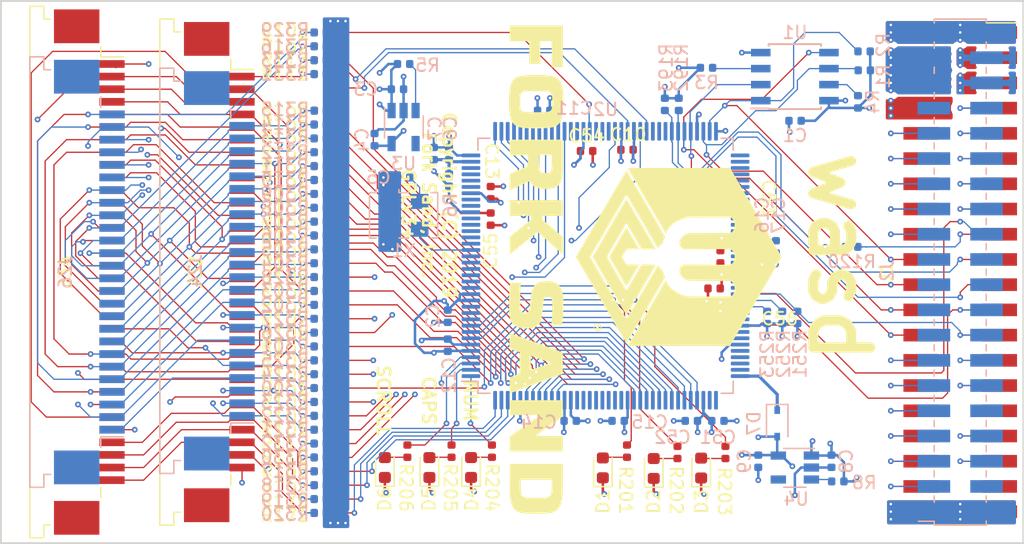
<source format=kicad_pcb>
(kicad_pcb (version 20171130) (host pcbnew 5.0.0-rc3-6a2723a~65~ubuntu16.04.1)

  (general
    (thickness 1.6)
    (drawings 9)
    (tracks 1729)
    (zones 0)
    (modules 130)
    (nets 127)
  )

  (page A4 portrait)
  (layers
    (0 F.Cu signal)
    (1 In1.Cu power)
    (2 In2.Cu mixed)
    (31 B.Cu signal)
    (32 B.Adhes user)
    (33 F.Adhes user)
    (34 B.Paste user)
    (35 F.Paste user)
    (36 B.SilkS user)
    (37 F.SilkS user)
    (38 B.Mask user)
    (39 F.Mask user)
    (40 Dwgs.User user)
    (41 Cmts.User user)
    (42 Eco1.User user)
    (43 Eco2.User user)
    (44 Edge.Cuts user)
    (45 Margin user)
    (46 B.CrtYd user)
    (47 F.CrtYd user)
    (48 B.Fab user)
    (49 F.Fab user)
  )

  (setup
    (last_trace_width 0.25)
    (trace_clearance 0.2)
    (zone_clearance 0.254)
    (zone_45_only no)
    (trace_min 0.1)
    (segment_width 0.2)
    (edge_width 0.15)
    (via_size 0.8)
    (via_drill 0.4)
    (via_min_size 0.45)
    (via_min_drill 0.2)
    (uvia_size 0.3)
    (uvia_drill 0.1)
    (uvias_allowed no)
    (uvia_min_size 0.2)
    (uvia_min_drill 0.1)
    (pcb_text_width 0.3)
    (pcb_text_size 1.5 1.5)
    (mod_edge_width 0.15)
    (mod_text_size 1 1)
    (mod_text_width 0.15)
    (pad_size 1.524 1.524)
    (pad_drill 0.762)
    (pad_to_mask_clearance 0.2)
    (aux_axis_origin 0 0)
    (visible_elements FFFFFF7F)
    (pcbplotparams
      (layerselection 0x010fc_ffffffff)
      (usegerberextensions false)
      (usegerberattributes false)
      (usegerberadvancedattributes false)
      (creategerberjobfile false)
      (excludeedgelayer true)
      (linewidth 0.100000)
      (plotframeref false)
      (viasonmask false)
      (mode 1)
      (useauxorigin false)
      (hpglpennumber 1)
      (hpglpenspeed 20)
      (hpglpendiameter 15.000000)
      (psnegative false)
      (psa4output false)
      (plotreference true)
      (plotvalue true)
      (plotinvisibletext false)
      (padsonsilk false)
      (subtractmaskfromsilk true)
      (outputformat 1)
      (mirror false)
      (drillshape 0)
      (scaleselection 1)
      (outputdirectory "Gerber/"))
  )

  (net 0 "")
  (net 1 /GPIO15)
  (net 2 /GPIO8)
  (net 3 /GPIO9)
  (net 4 /GPIO6)
  (net 5 /GPIO7)
  (net 6 /GPIO4)
  (net 7 /GPIO5)
  (net 8 /GPIO2)
  (net 9 /GPIO3)
  (net 10 /GPIO1)
  (net 11 /I2C0_SDA)
  (net 12 /I2C0_SCL)
  (net 13 /UART1_RX)
  (net 14 /QSPI1_DQ0_R)
  (net 15 /UART1_TX)
  (net 16 /QSPI1_CS0_R)
  (net 17 /QSPI1_DQ1_R)
  (net 18 /UART0_RX)
  (net 19 /QSPI1_SCK_R)
  (net 20 /UART0_TX)
  (net 21 /RESET_N)
  (net 22 /PWR_BTN_N)
  (net 23 /+5V_EXT)
  (net 24 /+12V_EXT)
  (net 25 /+1V8_EXT)
  (net 26 /ICE_SS)
  (net 27 /ICE_MISO)
  (net 28 Earth)
  (net 29 /ICE_MOSI)
  (net 30 /ICE_SCK)
  (net 31 "Net-(R3-Pad2)")
  (net 32 "Net-(R4-Pad2)")
  (net 33 "Net-(R5-Pad2)")
  (net 34 "Net-(C5-Pad1)")
  (net 35 "Net-(U2-Pad21)")
  (net 36 +3V3)
  (net 37 +1V2)
  (net 38 "Net-(C6-Pad2)")
  (net 39 "Net-(D1-Pad2)")
  (net 40 "Net-(D2-Pad2)")
  (net 41 "Net-(D3-Pad2)")
  (net 42 /DEBUG_TX)
  (net 43 /ICE_CRST_B)
  (net 44 /ICE_CDONE)
  (net 45 /INTERRUPT)
  (net 46 "Net-(R8-Pad2)")
  (net 47 "Net-(R101-Pad1)")
  (net 48 "Net-(R102-Pad1)")
  (net 49 "Net-(R103-Pad1)")
  (net 50 "Net-(R104-Pad1)")
  (net 51 "Net-(R105-Pad1)")
  (net 52 "Net-(R106-Pad1)")
  (net 53 "Net-(R107-Pad1)")
  (net 54 "Net-(R108-Pad1)")
  (net 55 "Net-(R109-Pad1)")
  (net 56 "Net-(R110-Pad1)")
  (net 57 "Net-(R111-Pad1)")
  (net 58 "Net-(R112-Pad1)")
  (net 59 "Net-(R113-Pad1)")
  (net 60 "Net-(R151-Pad1)")
  (net 61 "Net-(R152-Pad1)")
  (net 62 "Net-(R153-Pad1)")
  (net 63 "Net-(R154-Pad1)")
  (net 64 "Net-(R155-Pad1)")
  (net 65 "Net-(R156-Pad1)")
  (net 66 "Net-(R157-Pad1)")
  (net 67 "Net-(R158-Pad1)")
  (net 68 "Net-(R159-Pad1)")
  (net 69 "Net-(R160-Pad1)")
  (net 70 "Net-(R161-Pad1)")
  (net 71 "Net-(R162-Pad1)")
  (net 72 "Net-(R163-Pad1)")
  (net 73 "Net-(R164-Pad1)")
  (net 74 "Net-(R165-Pad1)")
  (net 75 "Net-(R166-Pad1)")
  (net 76 "Net-(R167-Pad1)")
  (net 77 "Net-(R168-Pad1)")
  (net 78 "Net-(R169-Pad1)")
  (net 79 "Net-(R170-Pad1)")
  (net 80 "Net-(R171-Pad1)")
  (net 81 /NUM_LOCK)
  (net 82 /CAPS_LOCK)
  (net 83 /SCROLL_LOCK)
  (net 84 "Net-(D4-Pad2)")
  (net 85 "Net-(D5-Pad2)")
  (net 86 "Net-(D6-Pad2)")
  (net 87 "Net-(D7-Pad1)")
  (net 88 /KBD_RC_21)
  (net 89 /KBD_RC_22)
  (net 90 /KBD_RC_23)
  (net 91 /KBD_RC_00)
  (net 92 /KBD_RC_24)
  (net 93 /KBD_RC_25)
  (net 94 /KBD_RC_01)
  (net 95 /KBD_RC_26)
  (net 96 /KBD_RC_27)
  (net 97 /KBD_RC_02)
  (net 98 /KBD_RC_03)
  (net 99 /KBD_RC_28)
  (net 100 /KBD_RC_04)
  (net 101 /KBD_RC_05)
  (net 102 /KBD_RC_06)
  (net 103 /KBD_RC_07)
  (net 104 /KBD_RC_08)
  (net 105 /KBD_RC_09)
  (net 106 /KBD_RC_10)
  (net 107 /KBD_RC_11)
  (net 108 /KBD_RC_12)
  (net 109 /KBD_RC_13)
  (net 110 /KBD_RC_14)
  (net 111 /KBD_RC_15)
  (net 112 /KBD_RC_16)
  (net 113 /KBD_RC_29)
  (net 114 /KBD_RC_30)
  (net 115 /KBD_RC_31)
  (net 116 /KBD_RC_32)
  (net 117 /KBD_RC_33)
  (net 118 "Net-(R120-Pad1)")
  (net 119 /KBD_RC_17)
  (net 120 /KBD_RC_18)
  (net 121 /KBD_RC_19)
  (net 122 /KBD_RC_20)
  (net 123 /DEBUG_LED1)
  (net 124 /DEBUG_LED2)
  (net 125 /DEBUG_LED3)
  (net 126 "Net-(C6-Pad1)")

  (net_class Default "This is the default net class."
    (clearance 0.2)
    (trace_width 0.25)
    (via_dia 0.8)
    (via_drill 0.4)
    (uvia_dia 0.3)
    (uvia_drill 0.1)
    (add_net "Net-(C6-Pad1)")
  )

  (net_class BigPower ""
    (clearance 0.2)
    (trace_width 0.45)
    (via_dia 0.45)
    (via_drill 0.2)
    (uvia_dia 0.3)
    (uvia_drill 0.1)
    (add_net /+5V_EXT)
  )

  (net_class Main ""
    (clearance 0.1)
    (trace_width 0.1)
    (via_dia 0.45)
    (via_drill 0.2)
    (uvia_dia 0.3)
    (uvia_drill 0.1)
    (add_net /CAPS_LOCK)
    (add_net /DEBUG_LED1)
    (add_net /DEBUG_LED2)
    (add_net /DEBUG_LED3)
    (add_net /DEBUG_TX)
    (add_net /GPIO1)
    (add_net /GPIO15)
    (add_net /GPIO2)
    (add_net /GPIO3)
    (add_net /GPIO4)
    (add_net /GPIO5)
    (add_net /GPIO6)
    (add_net /GPIO7)
    (add_net /GPIO8)
    (add_net /GPIO9)
    (add_net /I2C0_SCL)
    (add_net /I2C0_SDA)
    (add_net /ICE_CDONE)
    (add_net /ICE_CRST_B)
    (add_net /ICE_MISO)
    (add_net /ICE_MOSI)
    (add_net /ICE_SCK)
    (add_net /ICE_SS)
    (add_net /INTERRUPT)
    (add_net /KBD_RC_00)
    (add_net /KBD_RC_01)
    (add_net /KBD_RC_02)
    (add_net /KBD_RC_03)
    (add_net /KBD_RC_04)
    (add_net /KBD_RC_05)
    (add_net /KBD_RC_06)
    (add_net /KBD_RC_07)
    (add_net /KBD_RC_08)
    (add_net /KBD_RC_09)
    (add_net /KBD_RC_10)
    (add_net /KBD_RC_11)
    (add_net /KBD_RC_12)
    (add_net /KBD_RC_13)
    (add_net /KBD_RC_14)
    (add_net /KBD_RC_15)
    (add_net /KBD_RC_16)
    (add_net /KBD_RC_17)
    (add_net /KBD_RC_18)
    (add_net /KBD_RC_19)
    (add_net /KBD_RC_20)
    (add_net /KBD_RC_21)
    (add_net /KBD_RC_22)
    (add_net /KBD_RC_23)
    (add_net /KBD_RC_24)
    (add_net /KBD_RC_25)
    (add_net /KBD_RC_26)
    (add_net /KBD_RC_27)
    (add_net /KBD_RC_28)
    (add_net /KBD_RC_29)
    (add_net /KBD_RC_30)
    (add_net /KBD_RC_31)
    (add_net /KBD_RC_32)
    (add_net /KBD_RC_33)
    (add_net /NUM_LOCK)
    (add_net /PWR_BTN_N)
    (add_net /QSPI1_CS0_R)
    (add_net /QSPI1_DQ0_R)
    (add_net /QSPI1_DQ1_R)
    (add_net /QSPI1_SCK_R)
    (add_net /RESET_N)
    (add_net /SCROLL_LOCK)
    (add_net /UART0_RX)
    (add_net /UART0_TX)
    (add_net /UART1_RX)
    (add_net /UART1_TX)
    (add_net "Net-(C5-Pad1)")
    (add_net "Net-(C6-Pad2)")
    (add_net "Net-(D1-Pad2)")
    (add_net "Net-(D2-Pad2)")
    (add_net "Net-(D3-Pad2)")
    (add_net "Net-(D4-Pad2)")
    (add_net "Net-(D5-Pad2)")
    (add_net "Net-(D6-Pad2)")
    (add_net "Net-(D7-Pad1)")
    (add_net "Net-(R101-Pad1)")
    (add_net "Net-(R102-Pad1)")
    (add_net "Net-(R103-Pad1)")
    (add_net "Net-(R104-Pad1)")
    (add_net "Net-(R105-Pad1)")
    (add_net "Net-(R106-Pad1)")
    (add_net "Net-(R107-Pad1)")
    (add_net "Net-(R108-Pad1)")
    (add_net "Net-(R109-Pad1)")
    (add_net "Net-(R110-Pad1)")
    (add_net "Net-(R111-Pad1)")
    (add_net "Net-(R112-Pad1)")
    (add_net "Net-(R113-Pad1)")
    (add_net "Net-(R120-Pad1)")
    (add_net "Net-(R151-Pad1)")
    (add_net "Net-(R152-Pad1)")
    (add_net "Net-(R153-Pad1)")
    (add_net "Net-(R154-Pad1)")
    (add_net "Net-(R155-Pad1)")
    (add_net "Net-(R156-Pad1)")
    (add_net "Net-(R157-Pad1)")
    (add_net "Net-(R158-Pad1)")
    (add_net "Net-(R159-Pad1)")
    (add_net "Net-(R160-Pad1)")
    (add_net "Net-(R161-Pad1)")
    (add_net "Net-(R162-Pad1)")
    (add_net "Net-(R163-Pad1)")
    (add_net "Net-(R164-Pad1)")
    (add_net "Net-(R165-Pad1)")
    (add_net "Net-(R166-Pad1)")
    (add_net "Net-(R167-Pad1)")
    (add_net "Net-(R168-Pad1)")
    (add_net "Net-(R169-Pad1)")
    (add_net "Net-(R170-Pad1)")
    (add_net "Net-(R171-Pad1)")
    (add_net "Net-(R3-Pad2)")
    (add_net "Net-(R4-Pad2)")
    (add_net "Net-(R5-Pad2)")
    (add_net "Net-(R8-Pad2)")
    (add_net "Net-(U2-Pad21)")
  )

  (net_class Power ""
    (clearance 0.2)
    (trace_width 0.2)
    (via_dia 0.45)
    (via_drill 0.2)
    (uvia_dia 0.3)
    (uvia_drill 0.1)
    (add_net +1V2)
    (add_net +3V3)
    (add_net /+12V_EXT)
    (add_net /+1V8_EXT)
    (add_net Earth)
  )

  (module Connector_PinSocket_2.00mm:PinSocket_2x20_P2.00mm_Vertical_SMD (layer F.Cu) (tedit 5A19A41F) (tstamp 5C90EB29)
    (at 140.8 104.8)
    (descr "surface-mounted straight socket strip, 2x20, 2.00mm pitch, double cols (from Kicad 4.0.7), script generated")
    (tags "Surface mounted socket strip SMD 2x20 2.00mm double row")
    (path /5C823E9B)
    (attr smd)
    (fp_text reference J1 (at -5.9 0 -90) (layer F.SilkS)
      (effects (font (size 1 1) (thickness 0.15)))
    )
    (fp_text value Ext_conn (at -5.8 4.2 -90) (layer F.Fab)
      (effects (font (size 1 1) (thickness 0.15)))
    )
    (fp_line (start -2.06 -20.06) (end 2.06 -20.06) (layer F.SilkS) (width 0.12))
    (fp_line (start 2.06 -20.06) (end 2.06 -19.76) (layer F.SilkS) (width 0.12))
    (fp_line (start 2.06 -18.24) (end 2.06 -17.76) (layer F.SilkS) (width 0.12))
    (fp_line (start 2.06 -16.24) (end 2.06 -15.76) (layer F.SilkS) (width 0.12))
    (fp_line (start 2.06 -14.24) (end 2.06 -13.76) (layer F.SilkS) (width 0.12))
    (fp_line (start 2.06 -12.24) (end 2.06 -11.76) (layer F.SilkS) (width 0.12))
    (fp_line (start 2.06 -10.24) (end 2.06 -9.76) (layer F.SilkS) (width 0.12))
    (fp_line (start 2.06 -8.24) (end 2.06 -7.76) (layer F.SilkS) (width 0.12))
    (fp_line (start 2.06 -6.24) (end 2.06 -5.76) (layer F.SilkS) (width 0.12))
    (fp_line (start 2.06 -4.24) (end 2.06 -3.76) (layer F.SilkS) (width 0.12))
    (fp_line (start 2.06 -2.24) (end 2.06 -1.76) (layer F.SilkS) (width 0.12))
    (fp_line (start 2.06 -0.24) (end 2.06 0.24) (layer F.SilkS) (width 0.12))
    (fp_line (start 2.06 1.76) (end 2.06 2.24) (layer F.SilkS) (width 0.12))
    (fp_line (start 2.06 3.76) (end 2.06 4.24) (layer F.SilkS) (width 0.12))
    (fp_line (start 2.06 5.76) (end 2.06 6.24) (layer F.SilkS) (width 0.12))
    (fp_line (start 2.06 7.76) (end 2.06 8.24) (layer F.SilkS) (width 0.12))
    (fp_line (start 2.06 9.76) (end 2.06 10.24) (layer F.SilkS) (width 0.12))
    (fp_line (start 2.06 11.76) (end 2.06 12.24) (layer F.SilkS) (width 0.12))
    (fp_line (start 2.06 13.76) (end 2.06 14.24) (layer F.SilkS) (width 0.12))
    (fp_line (start 2.06 15.76) (end 2.06 16.24) (layer F.SilkS) (width 0.12))
    (fp_line (start 2.06 17.76) (end 2.06 18.24) (layer F.SilkS) (width 0.12))
    (fp_line (start 2.06 19.76) (end 2.06 20.06) (layer F.SilkS) (width 0.12))
    (fp_line (start -2.06 20.06) (end 2.06 20.06) (layer F.SilkS) (width 0.12))
    (fp_line (start -2.06 -20.06) (end -2.06 -19.76) (layer F.SilkS) (width 0.12))
    (fp_line (start -2.06 -18.24) (end -2.06 -17.76) (layer F.SilkS) (width 0.12))
    (fp_line (start -2.06 -16.24) (end -2.06 -15.76) (layer F.SilkS) (width 0.12))
    (fp_line (start -2.06 -14.24) (end -2.06 -13.76) (layer F.SilkS) (width 0.12))
    (fp_line (start -2.06 -12.24) (end -2.06 -11.76) (layer F.SilkS) (width 0.12))
    (fp_line (start -2.06 -10.24) (end -2.06 -9.76) (layer F.SilkS) (width 0.12))
    (fp_line (start -2.06 -8.24) (end -2.06 -7.76) (layer F.SilkS) (width 0.12))
    (fp_line (start -2.06 -6.24) (end -2.06 -5.76) (layer F.SilkS) (width 0.12))
    (fp_line (start -2.06 -4.24) (end -2.06 -3.76) (layer F.SilkS) (width 0.12))
    (fp_line (start -2.06 -2.24) (end -2.06 -1.76) (layer F.SilkS) (width 0.12))
    (fp_line (start -2.06 -0.24) (end -2.06 0.24) (layer F.SilkS) (width 0.12))
    (fp_line (start -2.06 1.76) (end -2.06 2.24) (layer F.SilkS) (width 0.12))
    (fp_line (start -2.06 3.76) (end -2.06 4.24) (layer F.SilkS) (width 0.12))
    (fp_line (start -2.06 5.76) (end -2.06 6.24) (layer F.SilkS) (width 0.12))
    (fp_line (start -2.06 7.76) (end -2.06 8.24) (layer F.SilkS) (width 0.12))
    (fp_line (start -2.06 9.76) (end -2.06 10.24) (layer F.SilkS) (width 0.12))
    (fp_line (start -2.06 11.76) (end -2.06 12.24) (layer F.SilkS) (width 0.12))
    (fp_line (start -2.06 13.76) (end -2.06 14.24) (layer F.SilkS) (width 0.12))
    (fp_line (start -2.06 15.76) (end -2.06 16.24) (layer F.SilkS) (width 0.12))
    (fp_line (start -2.06 17.76) (end -2.06 18.24) (layer F.SilkS) (width 0.12))
    (fp_line (start -2.06 19.76) (end -2.06 20.06) (layer F.SilkS) (width 0.12))
    (fp_line (start 2.06 -19.76) (end 4.44 -19.76) (layer F.SilkS) (width 0.12))
    (fp_line (start -2 -20) (end 1 -20) (layer F.Fab) (width 0.1))
    (fp_line (start 1 -20) (end 2 -19) (layer F.Fab) (width 0.1))
    (fp_line (start 2 -19) (end 2 20) (layer F.Fab) (width 0.1))
    (fp_line (start 2 20) (end -2 20) (layer F.Fab) (width 0.1))
    (fp_line (start -2 20) (end -2 -20) (layer F.Fab) (width 0.1))
    (fp_line (start -3 -19.25) (end -2 -19.25) (layer F.Fab) (width 0.1))
    (fp_line (start -2 -18.75) (end -3 -18.75) (layer F.Fab) (width 0.1))
    (fp_line (start -3 -18.75) (end -3 -19.25) (layer F.Fab) (width 0.1))
    (fp_line (start 2 -19.25) (end 3 -19.25) (layer F.Fab) (width 0.1))
    (fp_line (start 3 -19.25) (end 3 -18.75) (layer F.Fab) (width 0.1))
    (fp_line (start 3 -18.75) (end 2 -18.75) (layer F.Fab) (width 0.1))
    (fp_line (start -3 -17.25) (end -2 -17.25) (layer F.Fab) (width 0.1))
    (fp_line (start -2 -16.75) (end -3 -16.75) (layer F.Fab) (width 0.1))
    (fp_line (start -3 -16.75) (end -3 -17.25) (layer F.Fab) (width 0.1))
    (fp_line (start 2 -17.25) (end 3 -17.25) (layer F.Fab) (width 0.1))
    (fp_line (start 3 -17.25) (end 3 -16.75) (layer F.Fab) (width 0.1))
    (fp_line (start 3 -16.75) (end 2 -16.75) (layer F.Fab) (width 0.1))
    (fp_line (start -3 -15.25) (end -2 -15.25) (layer F.Fab) (width 0.1))
    (fp_line (start -2 -14.75) (end -3 -14.75) (layer F.Fab) (width 0.1))
    (fp_line (start -3 -14.75) (end -3 -15.25) (layer F.Fab) (width 0.1))
    (fp_line (start 2 -15.25) (end 3 -15.25) (layer F.Fab) (width 0.1))
    (fp_line (start 3 -15.25) (end 3 -14.75) (layer F.Fab) (width 0.1))
    (fp_line (start 3 -14.75) (end 2 -14.75) (layer F.Fab) (width 0.1))
    (fp_line (start -3 -13.25) (end -2 -13.25) (layer F.Fab) (width 0.1))
    (fp_line (start -2 -12.75) (end -3 -12.75) (layer F.Fab) (width 0.1))
    (fp_line (start -3 -12.75) (end -3 -13.25) (layer F.Fab) (width 0.1))
    (fp_line (start 2 -13.25) (end 3 -13.25) (layer F.Fab) (width 0.1))
    (fp_line (start 3 -13.25) (end 3 -12.75) (layer F.Fab) (width 0.1))
    (fp_line (start 3 -12.75) (end 2 -12.75) (layer F.Fab) (width 0.1))
    (fp_line (start -3 -11.25) (end -2 -11.25) (layer F.Fab) (width 0.1))
    (fp_line (start -2 -10.75) (end -3 -10.75) (layer F.Fab) (width 0.1))
    (fp_line (start -3 -10.75) (end -3 -11.25) (layer F.Fab) (width 0.1))
    (fp_line (start 2 -11.25) (end 3 -11.25) (layer F.Fab) (width 0.1))
    (fp_line (start 3 -11.25) (end 3 -10.75) (layer F.Fab) (width 0.1))
    (fp_line (start 3 -10.75) (end 2 -10.75) (layer F.Fab) (width 0.1))
    (fp_line (start -3 -9.25) (end -2 -9.25) (layer F.Fab) (width 0.1))
    (fp_line (start -2 -8.75) (end -3 -8.75) (layer F.Fab) (width 0.1))
    (fp_line (start -3 -8.75) (end -3 -9.25) (layer F.Fab) (width 0.1))
    (fp_line (start 2 -9.25) (end 3 -9.25) (layer F.Fab) (width 0.1))
    (fp_line (start 3 -9.25) (end 3 -8.75) (layer F.Fab) (width 0.1))
    (fp_line (start 3 -8.75) (end 2 -8.75) (layer F.Fab) (width 0.1))
    (fp_line (start -3 -7.25) (end -2 -7.25) (layer F.Fab) (width 0.1))
    (fp_line (start -2 -6.75) (end -3 -6.75) (layer F.Fab) (width 0.1))
    (fp_line (start -3 -6.75) (end -3 -7.25) (layer F.Fab) (width 0.1))
    (fp_line (start 2 -7.25) (end 3 -7.25) (layer F.Fab) (width 0.1))
    (fp_line (start 3 -7.25) (end 3 -6.75) (layer F.Fab) (width 0.1))
    (fp_line (start 3 -6.75) (end 2 -6.75) (layer F.Fab) (width 0.1))
    (fp_line (start -3 -5.25) (end -2 -5.25) (layer F.Fab) (width 0.1))
    (fp_line (start -2 -4.75) (end -3 -4.75) (layer F.Fab) (width 0.1))
    (fp_line (start -3 -4.75) (end -3 -5.25) (layer F.Fab) (width 0.1))
    (fp_line (start 2 -5.25) (end 3 -5.25) (layer F.Fab) (width 0.1))
    (fp_line (start 3 -5.25) (end 3 -4.75) (layer F.Fab) (width 0.1))
    (fp_line (start 3 -4.75) (end 2 -4.75) (layer F.Fab) (width 0.1))
    (fp_line (start -3 -3.25) (end -2 -3.25) (layer F.Fab) (width 0.1))
    (fp_line (start -2 -2.75) (end -3 -2.75) (layer F.Fab) (width 0.1))
    (fp_line (start -3 -2.75) (end -3 -3.25) (layer F.Fab) (width 0.1))
    (fp_line (start 2 -3.25) (end 3 -3.25) (layer F.Fab) (width 0.1))
    (fp_line (start 3 -3.25) (end 3 -2.75) (layer F.Fab) (width 0.1))
    (fp_line (start 3 -2.75) (end 2 -2.75) (layer F.Fab) (width 0.1))
    (fp_line (start -3 -1.25) (end -2 -1.25) (layer F.Fab) (width 0.1))
    (fp_line (start -2 -0.75) (end -3 -0.75) (layer F.Fab) (width 0.1))
    (fp_line (start -3 -0.75) (end -3 -1.25) (layer F.Fab) (width 0.1))
    (fp_line (start 2 -1.25) (end 3 -1.25) (layer F.Fab) (width 0.1))
    (fp_line (start 3 -1.25) (end 3 -0.75) (layer F.Fab) (width 0.1))
    (fp_line (start 3 -0.75) (end 2 -0.75) (layer F.Fab) (width 0.1))
    (fp_line (start -3 0.75) (end -2 0.75) (layer F.Fab) (width 0.1))
    (fp_line (start -2 1.25) (end -3 1.25) (layer F.Fab) (width 0.1))
    (fp_line (start -3 1.25) (end -3 0.75) (layer F.Fab) (width 0.1))
    (fp_line (start 2 0.75) (end 3 0.75) (layer F.Fab) (width 0.1))
    (fp_line (start 3 0.75) (end 3 1.25) (layer F.Fab) (width 0.1))
    (fp_line (start 3 1.25) (end 2 1.25) (layer F.Fab) (width 0.1))
    (fp_line (start -3 2.75) (end -2 2.75) (layer F.Fab) (width 0.1))
    (fp_line (start -2 3.25) (end -3 3.25) (layer F.Fab) (width 0.1))
    (fp_line (start -3 3.25) (end -3 2.75) (layer F.Fab) (width 0.1))
    (fp_line (start 2 2.75) (end 3 2.75) (layer F.Fab) (width 0.1))
    (fp_line (start 3 2.75) (end 3 3.25) (layer F.Fab) (width 0.1))
    (fp_line (start 3 3.25) (end 2 3.25) (layer F.Fab) (width 0.1))
    (fp_line (start -3 4.75) (end -2 4.75) (layer F.Fab) (width 0.1))
    (fp_line (start -2 5.25) (end -3 5.25) (layer F.Fab) (width 0.1))
    (fp_line (start -3 5.25) (end -3 4.75) (layer F.Fab) (width 0.1))
    (fp_line (start 2 4.75) (end 3 4.75) (layer F.Fab) (width 0.1))
    (fp_line (start 3 4.75) (end 3 5.25) (layer F.Fab) (width 0.1))
    (fp_line (start 3 5.25) (end 2 5.25) (layer F.Fab) (width 0.1))
    (fp_line (start -3 6.75) (end -2 6.75) (layer F.Fab) (width 0.1))
    (fp_line (start -2 7.25) (end -3 7.25) (layer F.Fab) (width 0.1))
    (fp_line (start -3 7.25) (end -3 6.75) (layer F.Fab) (width 0.1))
    (fp_line (start 2 6.75) (end 3 6.75) (layer F.Fab) (width 0.1))
    (fp_line (start 3 6.75) (end 3 7.25) (layer F.Fab) (width 0.1))
    (fp_line (start 3 7.25) (end 2 7.25) (layer F.Fab) (width 0.1))
    (fp_line (start -3 8.75) (end -2 8.75) (layer F.Fab) (width 0.1))
    (fp_line (start -2 9.25) (end -3 9.25) (layer F.Fab) (width 0.1))
    (fp_line (start -3 9.25) (end -3 8.75) (layer F.Fab) (width 0.1))
    (fp_line (start 2 8.75) (end 3 8.75) (layer F.Fab) (width 0.1))
    (fp_line (start 3 8.75) (end 3 9.25) (layer F.Fab) (width 0.1))
    (fp_line (start 3 9.25) (end 2 9.25) (layer F.Fab) (width 0.1))
    (fp_line (start -3 10.75) (end -2 10.75) (layer F.Fab) (width 0.1))
    (fp_line (start -2 11.25) (end -3 11.25) (layer F.Fab) (width 0.1))
    (fp_line (start -3 11.25) (end -3 10.75) (layer F.Fab) (width 0.1))
    (fp_line (start 2 10.75) (end 3 10.75) (layer F.Fab) (width 0.1))
    (fp_line (start 3 10.75) (end 3 11.25) (layer F.Fab) (width 0.1))
    (fp_line (start 3 11.25) (end 2 11.25) (layer F.Fab) (width 0.1))
    (fp_line (start -3 12.75) (end -2 12.75) (layer F.Fab) (width 0.1))
    (fp_line (start -2 13.25) (end -3 13.25) (layer F.Fab) (width 0.1))
    (fp_line (start -3 13.25) (end -3 12.75) (layer F.Fab) (width 0.1))
    (fp_line (start 2 12.75) (end 3 12.75) (layer F.Fab) (width 0.1))
    (fp_line (start 3 12.75) (end 3 13.25) (layer F.Fab) (width 0.1))
    (fp_line (start 3 13.25) (end 2 13.25) (layer F.Fab) (width 0.1))
    (fp_line (start -3 14.75) (end -2 14.75) (layer F.Fab) (width 0.1))
    (fp_line (start -2 15.25) (end -3 15.25) (layer F.Fab) (width 0.1))
    (fp_line (start -3 15.25) (end -3 14.75) (layer F.Fab) (width 0.1))
    (fp_line (start 2 14.75) (end 3 14.75) (layer F.Fab) (width 0.1))
    (fp_line (start 3 14.75) (end 3 15.25) (layer F.Fab) (width 0.1))
    (fp_line (start 3 15.25) (end 2 15.25) (layer F.Fab) (width 0.1))
    (fp_line (start -3 16.75) (end -2 16.75) (layer F.Fab) (width 0.1))
    (fp_line (start -2 17.25) (end -3 17.25) (layer F.Fab) (width 0.1))
    (fp_line (start -3 17.25) (end -3 16.75) (layer F.Fab) (width 0.1))
    (fp_line (start 2 16.75) (end 3 16.75) (layer F.Fab) (width 0.1))
    (fp_line (start 3 16.75) (end 3 17.25) (layer F.Fab) (width 0.1))
    (fp_line (start 3 17.25) (end 2 17.25) (layer F.Fab) (width 0.1))
    (fp_line (start -3 18.75) (end -2 18.75) (layer F.Fab) (width 0.1))
    (fp_line (start -2 19.25) (end -3 19.25) (layer F.Fab) (width 0.1))
    (fp_line (start -3 19.25) (end -3 18.75) (layer F.Fab) (width 0.1))
    (fp_line (start 2 18.75) (end 3 18.75) (layer F.Fab) (width 0.1))
    (fp_line (start 3 18.75) (end 3 19.25) (layer F.Fab) (width 0.1))
    (fp_line (start 3 19.25) (end 2 19.25) (layer F.Fab) (width 0.1))
    (fp_line (start -5 -20.5) (end 5 -20.5) (layer F.CrtYd) (width 0.05))
    (fp_line (start 5 -20.5) (end 5 20.5) (layer F.CrtYd) (width 0.05))
    (fp_line (start 5 20.5) (end -5 20.5) (layer F.CrtYd) (width 0.05))
    (fp_line (start -5 20.5) (end -5 -20.5) (layer F.CrtYd) (width 0.05))
    (fp_text user %R (at 0 0 90) (layer F.Fab)
      (effects (font (size 1 1) (thickness 0.15)))
    )
    (pad 1 smd rect (at 3.125 -19) (size 2.75 1) (layers F.Cu F.Paste F.Mask)
      (net 28 Earth))
    (pad 2 smd rect (at -3.125 -19) (size 2.75 1) (layers F.Cu F.Paste F.Mask)
      (net 28 Earth))
    (pad 3 smd rect (at 3.125 -17) (size 2.75 1) (layers F.Cu F.Paste F.Mask)
      (net 23 /+5V_EXT))
    (pad 4 smd rect (at -3.125 -17) (size 2.75 1) (layers F.Cu F.Paste F.Mask)
      (net 24 /+12V_EXT))
    (pad 5 smd rect (at 3.125 -15) (size 2.75 1) (layers F.Cu F.Paste F.Mask)
      (net 25 /+1V8_EXT))
    (pad 6 smd rect (at -3.125 -15) (size 2.75 1) (layers F.Cu F.Paste F.Mask)
      (net 24 /+12V_EXT))
    (pad 7 smd rect (at 3.125 -13) (size 2.75 1) (layers F.Cu F.Paste F.Mask)
      (net 1 /GPIO15))
    (pad 8 smd rect (at -3.125 -13) (size 2.75 1) (layers F.Cu F.Paste F.Mask)
      (net 36 +3V3))
    (pad 9 smd rect (at 3.125 -11) (size 2.75 1) (layers F.Cu F.Paste F.Mask)
      (net 2 /GPIO8))
    (pad 10 smd rect (at -3.125 -11) (size 2.75 1) (layers F.Cu F.Paste F.Mask)
      (net 3 /GPIO9))
    (pad 11 smd rect (at 3.125 -9) (size 2.75 1) (layers F.Cu F.Paste F.Mask)
      (net 4 /GPIO6))
    (pad 12 smd rect (at -3.125 -9) (size 2.75 1) (layers F.Cu F.Paste F.Mask)
      (net 5 /GPIO7))
    (pad 13 smd rect (at 3.125 -7) (size 2.75 1) (layers F.Cu F.Paste F.Mask)
      (net 6 /GPIO4))
    (pad 14 smd rect (at -3.125 -7) (size 2.75 1) (layers F.Cu F.Paste F.Mask)
      (net 7 /GPIO5))
    (pad 15 smd rect (at 3.125 -5) (size 2.75 1) (layers F.Cu F.Paste F.Mask)
      (net 8 /GPIO2))
    (pad 16 smd rect (at -3.125 -5) (size 2.75 1) (layers F.Cu F.Paste F.Mask)
      (net 9 /GPIO3))
    (pad 17 smd rect (at 3.125 -3) (size 2.75 1) (layers F.Cu F.Paste F.Mask)
      (net 42 /DEBUG_TX))
    (pad 18 smd rect (at -3.125 -3) (size 2.75 1) (layers F.Cu F.Paste F.Mask)
      (net 10 /GPIO1))
    (pad 19 smd rect (at 3.125 -1) (size 2.75 1) (layers F.Cu F.Paste F.Mask)
      (net 43 /ICE_CRST_B))
    (pad 20 smd rect (at -3.125 -1) (size 2.75 1) (layers F.Cu F.Paste F.Mask)
      (net 26 /ICE_SS))
    (pad 21 smd rect (at 3.125 1) (size 2.75 1) (layers F.Cu F.Paste F.Mask)
      (net 44 /ICE_CDONE))
    (pad 22 smd rect (at -3.125 1) (size 2.75 1) (layers F.Cu F.Paste F.Mask)
      (net 30 /ICE_SCK))
    (pad 23 smd rect (at 3.125 3) (size 2.75 1) (layers F.Cu F.Paste F.Mask)
      (net 11 /I2C0_SDA))
    (pad 24 smd rect (at -3.125 3) (size 2.75 1) (layers F.Cu F.Paste F.Mask)
      (net 29 /ICE_MOSI))
    (pad 25 smd rect (at 3.125 5) (size 2.75 1) (layers F.Cu F.Paste F.Mask)
      (net 12 /I2C0_SCL))
    (pad 26 smd rect (at -3.125 5) (size 2.75 1) (layers F.Cu F.Paste F.Mask)
      (net 27 /ICE_MISO))
    (pad 27 smd rect (at 3.125 7) (size 2.75 1) (layers F.Cu F.Paste F.Mask)
      (net 13 /UART1_RX))
    (pad 28 smd rect (at -3.125 7) (size 2.75 1) (layers F.Cu F.Paste F.Mask)
      (net 14 /QSPI1_DQ0_R))
    (pad 29 smd rect (at 3.125 9) (size 2.75 1) (layers F.Cu F.Paste F.Mask)
      (net 15 /UART1_TX))
    (pad 30 smd rect (at -3.125 9) (size 2.75 1) (layers F.Cu F.Paste F.Mask)
      (net 16 /QSPI1_CS0_R))
    (pad 31 smd rect (at 3.125 11) (size 2.75 1) (layers F.Cu F.Paste F.Mask))
    (pad 32 smd rect (at -3.125 11) (size 2.75 1) (layers F.Cu F.Paste F.Mask)
      (net 17 /QSPI1_DQ1_R))
    (pad 33 smd rect (at 3.125 13) (size 2.75 1) (layers F.Cu F.Paste F.Mask)
      (net 18 /UART0_RX))
    (pad 34 smd rect (at -3.125 13) (size 2.75 1) (layers F.Cu F.Paste F.Mask)
      (net 19 /QSPI1_SCK_R))
    (pad 35 smd rect (at 3.125 15) (size 2.75 1) (layers F.Cu F.Paste F.Mask)
      (net 20 /UART0_TX))
    (pad 36 smd rect (at -3.125 15) (size 2.75 1) (layers F.Cu F.Paste F.Mask)
      (net 21 /RESET_N))
    (pad 37 smd rect (at 3.125 17) (size 2.75 1) (layers F.Cu F.Paste F.Mask))
    (pad 38 smd rect (at -3.125 17) (size 2.75 1) (layers F.Cu F.Paste F.Mask)
      (net 22 /PWR_BTN_N))
    (pad 39 smd rect (at 3.125 19) (size 2.75 1) (layers F.Cu F.Paste F.Mask)
      (net 28 Earth))
    (pad 40 smd rect (at -3.125 19) (size 2.75 1) (layers F.Cu F.Paste F.Mask)
      (net 28 Earth))
    (model ${KISYS3DMOD}/Connector_PinSocket_2.00mm.3dshapes/PinSocket_2x20_P2.00mm_Vertical_SMD.wrl
      (at (xyz 0 0 0))
      (scale (xyz 1 1 1))
      (rotate (xyz 0 0 0))
    )
  )

  (module Connector_PinHeader_2.00mm:PinHeader_2x20_P2.00mm_Vertical_SMD (layer B.Cu) (tedit 59FED667) (tstamp 5C90EC04)
    (at 140.8 104.8)
    (descr "surface-mounted straight pin header, 2x20, 2.00mm pitch, double rows")
    (tags "Surface mounted pin header SMD 2x20 2.00mm double row")
    (path /5C82407E)
    (attr smd)
    (fp_text reference J2 (at -5.8 -0.1 -90) (layer B.SilkS)
      (effects (font (size 1 1) (thickness 0.15)) (justify mirror))
    )
    (fp_text value Carrier_conn (at -5.8 -5.7 -90) (layer B.Fab)
      (effects (font (size 1 1) (thickness 0.15)) (justify mirror))
    )
    (fp_line (start 2 -20) (end -2 -20) (layer B.Fab) (width 0.1))
    (fp_line (start -1.25 20) (end 2 20) (layer B.Fab) (width 0.1))
    (fp_line (start -2 -20) (end -2 19.25) (layer B.Fab) (width 0.1))
    (fp_line (start -2 19.25) (end -1.25 20) (layer B.Fab) (width 0.1))
    (fp_line (start 2 20) (end 2 -20) (layer B.Fab) (width 0.1))
    (fp_line (start -2 19.25) (end -2.875 19.25) (layer B.Fab) (width 0.1))
    (fp_line (start -2.875 19.25) (end -2.875 18.75) (layer B.Fab) (width 0.1))
    (fp_line (start -2.875 18.75) (end -2 18.75) (layer B.Fab) (width 0.1))
    (fp_line (start 2 19.25) (end 2.875 19.25) (layer B.Fab) (width 0.1))
    (fp_line (start 2.875 19.25) (end 2.875 18.75) (layer B.Fab) (width 0.1))
    (fp_line (start 2.875 18.75) (end 2 18.75) (layer B.Fab) (width 0.1))
    (fp_line (start -2 17.25) (end -2.875 17.25) (layer B.Fab) (width 0.1))
    (fp_line (start -2.875 17.25) (end -2.875 16.75) (layer B.Fab) (width 0.1))
    (fp_line (start -2.875 16.75) (end -2 16.75) (layer B.Fab) (width 0.1))
    (fp_line (start 2 17.25) (end 2.875 17.25) (layer B.Fab) (width 0.1))
    (fp_line (start 2.875 17.25) (end 2.875 16.75) (layer B.Fab) (width 0.1))
    (fp_line (start 2.875 16.75) (end 2 16.75) (layer B.Fab) (width 0.1))
    (fp_line (start -2 15.25) (end -2.875 15.25) (layer B.Fab) (width 0.1))
    (fp_line (start -2.875 15.25) (end -2.875 14.75) (layer B.Fab) (width 0.1))
    (fp_line (start -2.875 14.75) (end -2 14.75) (layer B.Fab) (width 0.1))
    (fp_line (start 2 15.25) (end 2.875 15.25) (layer B.Fab) (width 0.1))
    (fp_line (start 2.875 15.25) (end 2.875 14.75) (layer B.Fab) (width 0.1))
    (fp_line (start 2.875 14.75) (end 2 14.75) (layer B.Fab) (width 0.1))
    (fp_line (start -2 13.25) (end -2.875 13.25) (layer B.Fab) (width 0.1))
    (fp_line (start -2.875 13.25) (end -2.875 12.75) (layer B.Fab) (width 0.1))
    (fp_line (start -2.875 12.75) (end -2 12.75) (layer B.Fab) (width 0.1))
    (fp_line (start 2 13.25) (end 2.875 13.25) (layer B.Fab) (width 0.1))
    (fp_line (start 2.875 13.25) (end 2.875 12.75) (layer B.Fab) (width 0.1))
    (fp_line (start 2.875 12.75) (end 2 12.75) (layer B.Fab) (width 0.1))
    (fp_line (start -2 11.25) (end -2.875 11.25) (layer B.Fab) (width 0.1))
    (fp_line (start -2.875 11.25) (end -2.875 10.75) (layer B.Fab) (width 0.1))
    (fp_line (start -2.875 10.75) (end -2 10.75) (layer B.Fab) (width 0.1))
    (fp_line (start 2 11.25) (end 2.875 11.25) (layer B.Fab) (width 0.1))
    (fp_line (start 2.875 11.25) (end 2.875 10.75) (layer B.Fab) (width 0.1))
    (fp_line (start 2.875 10.75) (end 2 10.75) (layer B.Fab) (width 0.1))
    (fp_line (start -2 9.25) (end -2.875 9.25) (layer B.Fab) (width 0.1))
    (fp_line (start -2.875 9.25) (end -2.875 8.75) (layer B.Fab) (width 0.1))
    (fp_line (start -2.875 8.75) (end -2 8.75) (layer B.Fab) (width 0.1))
    (fp_line (start 2 9.25) (end 2.875 9.25) (layer B.Fab) (width 0.1))
    (fp_line (start 2.875 9.25) (end 2.875 8.75) (layer B.Fab) (width 0.1))
    (fp_line (start 2.875 8.75) (end 2 8.75) (layer B.Fab) (width 0.1))
    (fp_line (start -2 7.25) (end -2.875 7.25) (layer B.Fab) (width 0.1))
    (fp_line (start -2.875 7.25) (end -2.875 6.75) (layer B.Fab) (width 0.1))
    (fp_line (start -2.875 6.75) (end -2 6.75) (layer B.Fab) (width 0.1))
    (fp_line (start 2 7.25) (end 2.875 7.25) (layer B.Fab) (width 0.1))
    (fp_line (start 2.875 7.25) (end 2.875 6.75) (layer B.Fab) (width 0.1))
    (fp_line (start 2.875 6.75) (end 2 6.75) (layer B.Fab) (width 0.1))
    (fp_line (start -2 5.25) (end -2.875 5.25) (layer B.Fab) (width 0.1))
    (fp_line (start -2.875 5.25) (end -2.875 4.75) (layer B.Fab) (width 0.1))
    (fp_line (start -2.875 4.75) (end -2 4.75) (layer B.Fab) (width 0.1))
    (fp_line (start 2 5.25) (end 2.875 5.25) (layer B.Fab) (width 0.1))
    (fp_line (start 2.875 5.25) (end 2.875 4.75) (layer B.Fab) (width 0.1))
    (fp_line (start 2.875 4.75) (end 2 4.75) (layer B.Fab) (width 0.1))
    (fp_line (start -2 3.25) (end -2.875 3.25) (layer B.Fab) (width 0.1))
    (fp_line (start -2.875 3.25) (end -2.875 2.75) (layer B.Fab) (width 0.1))
    (fp_line (start -2.875 2.75) (end -2 2.75) (layer B.Fab) (width 0.1))
    (fp_line (start 2 3.25) (end 2.875 3.25) (layer B.Fab) (width 0.1))
    (fp_line (start 2.875 3.25) (end 2.875 2.75) (layer B.Fab) (width 0.1))
    (fp_line (start 2.875 2.75) (end 2 2.75) (layer B.Fab) (width 0.1))
    (fp_line (start -2 1.25) (end -2.875 1.25) (layer B.Fab) (width 0.1))
    (fp_line (start -2.875 1.25) (end -2.875 0.75) (layer B.Fab) (width 0.1))
    (fp_line (start -2.875 0.75) (end -2 0.75) (layer B.Fab) (width 0.1))
    (fp_line (start 2 1.25) (end 2.875 1.25) (layer B.Fab) (width 0.1))
    (fp_line (start 2.875 1.25) (end 2.875 0.75) (layer B.Fab) (width 0.1))
    (fp_line (start 2.875 0.75) (end 2 0.75) (layer B.Fab) (width 0.1))
    (fp_line (start -2 -0.75) (end -2.875 -0.75) (layer B.Fab) (width 0.1))
    (fp_line (start -2.875 -0.75) (end -2.875 -1.25) (layer B.Fab) (width 0.1))
    (fp_line (start -2.875 -1.25) (end -2 -1.25) (layer B.Fab) (width 0.1))
    (fp_line (start 2 -0.75) (end 2.875 -0.75) (layer B.Fab) (width 0.1))
    (fp_line (start 2.875 -0.75) (end 2.875 -1.25) (layer B.Fab) (width 0.1))
    (fp_line (start 2.875 -1.25) (end 2 -1.25) (layer B.Fab) (width 0.1))
    (fp_line (start -2 -2.75) (end -2.875 -2.75) (layer B.Fab) (width 0.1))
    (fp_line (start -2.875 -2.75) (end -2.875 -3.25) (layer B.Fab) (width 0.1))
    (fp_line (start -2.875 -3.25) (end -2 -3.25) (layer B.Fab) (width 0.1))
    (fp_line (start 2 -2.75) (end 2.875 -2.75) (layer B.Fab) (width 0.1))
    (fp_line (start 2.875 -2.75) (end 2.875 -3.25) (layer B.Fab) (width 0.1))
    (fp_line (start 2.875 -3.25) (end 2 -3.25) (layer B.Fab) (width 0.1))
    (fp_line (start -2 -4.75) (end -2.875 -4.75) (layer B.Fab) (width 0.1))
    (fp_line (start -2.875 -4.75) (end -2.875 -5.25) (layer B.Fab) (width 0.1))
    (fp_line (start -2.875 -5.25) (end -2 -5.25) (layer B.Fab) (width 0.1))
    (fp_line (start 2 -4.75) (end 2.875 -4.75) (layer B.Fab) (width 0.1))
    (fp_line (start 2.875 -4.75) (end 2.875 -5.25) (layer B.Fab) (width 0.1))
    (fp_line (start 2.875 -5.25) (end 2 -5.25) (layer B.Fab) (width 0.1))
    (fp_line (start -2 -6.75) (end -2.875 -6.75) (layer B.Fab) (width 0.1))
    (fp_line (start -2.875 -6.75) (end -2.875 -7.25) (layer B.Fab) (width 0.1))
    (fp_line (start -2.875 -7.25) (end -2 -7.25) (layer B.Fab) (width 0.1))
    (fp_line (start 2 -6.75) (end 2.875 -6.75) (layer B.Fab) (width 0.1))
    (fp_line (start 2.875 -6.75) (end 2.875 -7.25) (layer B.Fab) (width 0.1))
    (fp_line (start 2.875 -7.25) (end 2 -7.25) (layer B.Fab) (width 0.1))
    (fp_line (start -2 -8.75) (end -2.875 -8.75) (layer B.Fab) (width 0.1))
    (fp_line (start -2.875 -8.75) (end -2.875 -9.25) (layer B.Fab) (width 0.1))
    (fp_line (start -2.875 -9.25) (end -2 -9.25) (layer B.Fab) (width 0.1))
    (fp_line (start 2 -8.75) (end 2.875 -8.75) (layer B.Fab) (width 0.1))
    (fp_line (start 2.875 -8.75) (end 2.875 -9.25) (layer B.Fab) (width 0.1))
    (fp_line (start 2.875 -9.25) (end 2 -9.25) (layer B.Fab) (width 0.1))
    (fp_line (start -2 -10.75) (end -2.875 -10.75) (layer B.Fab) (width 0.1))
    (fp_line (start -2.875 -10.75) (end -2.875 -11.25) (layer B.Fab) (width 0.1))
    (fp_line (start -2.875 -11.25) (end -2 -11.25) (layer B.Fab) (width 0.1))
    (fp_line (start 2 -10.75) (end 2.875 -10.75) (layer B.Fab) (width 0.1))
    (fp_line (start 2.875 -10.75) (end 2.875 -11.25) (layer B.Fab) (width 0.1))
    (fp_line (start 2.875 -11.25) (end 2 -11.25) (layer B.Fab) (width 0.1))
    (fp_line (start -2 -12.75) (end -2.875 -12.75) (layer B.Fab) (width 0.1))
    (fp_line (start -2.875 -12.75) (end -2.875 -13.25) (layer B.Fab) (width 0.1))
    (fp_line (start -2.875 -13.25) (end -2 -13.25) (layer B.Fab) (width 0.1))
    (fp_line (start 2 -12.75) (end 2.875 -12.75) (layer B.Fab) (width 0.1))
    (fp_line (start 2.875 -12.75) (end 2.875 -13.25) (layer B.Fab) (width 0.1))
    (fp_line (start 2.875 -13.25) (end 2 -13.25) (layer B.Fab) (width 0.1))
    (fp_line (start -2 -14.75) (end -2.875 -14.75) (layer B.Fab) (width 0.1))
    (fp_line (start -2.875 -14.75) (end -2.875 -15.25) (layer B.Fab) (width 0.1))
    (fp_line (start -2.875 -15.25) (end -2 -15.25) (layer B.Fab) (width 0.1))
    (fp_line (start 2 -14.75) (end 2.875 -14.75) (layer B.Fab) (width 0.1))
    (fp_line (start 2.875 -14.75) (end 2.875 -15.25) (layer B.Fab) (width 0.1))
    (fp_line (start 2.875 -15.25) (end 2 -15.25) (layer B.Fab) (width 0.1))
    (fp_line (start -2 -16.75) (end -2.875 -16.75) (layer B.Fab) (width 0.1))
    (fp_line (start -2.875 -16.75) (end -2.875 -17.25) (layer B.Fab) (width 0.1))
    (fp_line (start -2.875 -17.25) (end -2 -17.25) (layer B.Fab) (width 0.1))
    (fp_line (start 2 -16.75) (end 2.875 -16.75) (layer B.Fab) (width 0.1))
    (fp_line (start 2.875 -16.75) (end 2.875 -17.25) (layer B.Fab) (width 0.1))
    (fp_line (start 2.875 -17.25) (end 2 -17.25) (layer B.Fab) (width 0.1))
    (fp_line (start -2 -18.75) (end -2.875 -18.75) (layer B.Fab) (width 0.1))
    (fp_line (start -2.875 -18.75) (end -2.875 -19.25) (layer B.Fab) (width 0.1))
    (fp_line (start -2.875 -19.25) (end -2 -19.25) (layer B.Fab) (width 0.1))
    (fp_line (start 2 -18.75) (end 2.875 -18.75) (layer B.Fab) (width 0.1))
    (fp_line (start 2.875 -18.75) (end 2.875 -19.25) (layer B.Fab) (width 0.1))
    (fp_line (start 2.875 -19.25) (end 2 -19.25) (layer B.Fab) (width 0.1))
    (fp_line (start -2.06 20.06) (end 2.06 20.06) (layer B.SilkS) (width 0.12))
    (fp_line (start -2.06 -20.06) (end 2.06 -20.06) (layer B.SilkS) (width 0.12))
    (fp_line (start -3.315 19.76) (end -2.06 19.76) (layer B.SilkS) (width 0.12))
    (fp_line (start -2.06 20.06) (end -2.06 19.76) (layer B.SilkS) (width 0.12))
    (fp_line (start 2.06 20.06) (end 2.06 19.76) (layer B.SilkS) (width 0.12))
    (fp_line (start -2.06 -19.76) (end -2.06 -20.06) (layer B.SilkS) (width 0.12))
    (fp_line (start 2.06 -19.76) (end 2.06 -20.06) (layer B.SilkS) (width 0.12))
    (fp_line (start -2.06 18.24) (end -2.06 17.76) (layer B.SilkS) (width 0.12))
    (fp_line (start 2.06 18.24) (end 2.06 17.76) (layer B.SilkS) (width 0.12))
    (fp_line (start -2.06 16.24) (end -2.06 15.76) (layer B.SilkS) (width 0.12))
    (fp_line (start 2.06 16.24) (end 2.06 15.76) (layer B.SilkS) (width 0.12))
    (fp_line (start -2.06 14.24) (end -2.06 13.76) (layer B.SilkS) (width 0.12))
    (fp_line (start 2.06 14.24) (end 2.06 13.76) (layer B.SilkS) (width 0.12))
    (fp_line (start -2.06 12.24) (end -2.06 11.76) (layer B.SilkS) (width 0.12))
    (fp_line (start 2.06 12.24) (end 2.06 11.76) (layer B.SilkS) (width 0.12))
    (fp_line (start -2.06 10.24) (end -2.06 9.76) (layer B.SilkS) (width 0.12))
    (fp_line (start 2.06 10.24) (end 2.06 9.76) (layer B.SilkS) (width 0.12))
    (fp_line (start -2.06 8.24) (end -2.06 7.76) (layer B.SilkS) (width 0.12))
    (fp_line (start 2.06 8.24) (end 2.06 7.76) (layer B.SilkS) (width 0.12))
    (fp_line (start -2.06 6.24) (end -2.06 5.76) (layer B.SilkS) (width 0.12))
    (fp_line (start 2.06 6.24) (end 2.06 5.76) (layer B.SilkS) (width 0.12))
    (fp_line (start -2.06 4.24) (end -2.06 3.76) (layer B.SilkS) (width 0.12))
    (fp_line (start 2.06 4.24) (end 2.06 3.76) (layer B.SilkS) (width 0.12))
    (fp_line (start -2.06 2.24) (end -2.06 1.76) (layer B.SilkS) (width 0.12))
    (fp_line (start 2.06 2.24) (end 2.06 1.76) (layer B.SilkS) (width 0.12))
    (fp_line (start -2.06 0.24) (end -2.06 -0.24) (layer B.SilkS) (width 0.12))
    (fp_line (start 2.06 0.24) (end 2.06 -0.24) (layer B.SilkS) (width 0.12))
    (fp_line (start -2.06 -1.76) (end -2.06 -2.24) (layer B.SilkS) (width 0.12))
    (fp_line (start 2.06 -1.76) (end 2.06 -2.24) (layer B.SilkS) (width 0.12))
    (fp_line (start -2.06 -3.76) (end -2.06 -4.24) (layer B.SilkS) (width 0.12))
    (fp_line (start 2.06 -3.76) (end 2.06 -4.24) (layer B.SilkS) (width 0.12))
    (fp_line (start -2.06 -5.76) (end -2.06 -6.24) (layer B.SilkS) (width 0.12))
    (fp_line (start 2.06 -5.76) (end 2.06 -6.24) (layer B.SilkS) (width 0.12))
    (fp_line (start -2.06 -7.76) (end -2.06 -8.24) (layer B.SilkS) (width 0.12))
    (fp_line (start 2.06 -7.76) (end 2.06 -8.24) (layer B.SilkS) (width 0.12))
    (fp_line (start -2.06 -9.76) (end -2.06 -10.24) (layer B.SilkS) (width 0.12))
    (fp_line (start 2.06 -9.76) (end 2.06 -10.24) (layer B.SilkS) (width 0.12))
    (fp_line (start -2.06 -11.76) (end -2.06 -12.24) (layer B.SilkS) (width 0.12))
    (fp_line (start 2.06 -11.76) (end 2.06 -12.24) (layer B.SilkS) (width 0.12))
    (fp_line (start -2.06 -13.76) (end -2.06 -14.24) (layer B.SilkS) (width 0.12))
    (fp_line (start 2.06 -13.76) (end 2.06 -14.24) (layer B.SilkS) (width 0.12))
    (fp_line (start -2.06 -15.76) (end -2.06 -16.24) (layer B.SilkS) (width 0.12))
    (fp_line (start 2.06 -15.76) (end 2.06 -16.24) (layer B.SilkS) (width 0.12))
    (fp_line (start -2.06 -17.76) (end -2.06 -18.24) (layer B.SilkS) (width 0.12))
    (fp_line (start 2.06 -17.76) (end 2.06 -18.24) (layer B.SilkS) (width 0.12))
    (fp_line (start -4.9 20.5) (end -4.9 -20.5) (layer B.CrtYd) (width 0.05))
    (fp_line (start -4.9 -20.5) (end 4.9 -20.5) (layer B.CrtYd) (width 0.05))
    (fp_line (start 4.9 -20.5) (end 4.9 20.5) (layer B.CrtYd) (width 0.05))
    (fp_line (start 4.9 20.5) (end -4.9 20.5) (layer B.CrtYd) (width 0.05))
    (fp_text user %R (at 0 0 -90) (layer B.Fab)
      (effects (font (size 1 1) (thickness 0.15)) (justify mirror))
    )
    (pad 1 smd rect (at -2.085 19) (size 2.58 1) (layers B.Cu B.Paste B.Mask)
      (net 28 Earth))
    (pad 2 smd rect (at 2.085 19) (size 2.58 1) (layers B.Cu B.Paste B.Mask)
      (net 28 Earth))
    (pad 3 smd rect (at -2.085 17) (size 2.58 1) (layers B.Cu B.Paste B.Mask)
      (net 22 /PWR_BTN_N))
    (pad 4 smd rect (at 2.085 17) (size 2.58 1) (layers B.Cu B.Paste B.Mask))
    (pad 5 smd rect (at -2.085 15) (size 2.58 1) (layers B.Cu B.Paste B.Mask)
      (net 21 /RESET_N))
    (pad 6 smd rect (at 2.085 15) (size 2.58 1) (layers B.Cu B.Paste B.Mask)
      (net 20 /UART0_TX))
    (pad 7 smd rect (at -2.085 13) (size 2.58 1) (layers B.Cu B.Paste B.Mask)
      (net 19 /QSPI1_SCK_R))
    (pad 8 smd rect (at 2.085 13) (size 2.58 1) (layers B.Cu B.Paste B.Mask)
      (net 18 /UART0_RX))
    (pad 9 smd rect (at -2.085 11) (size 2.58 1) (layers B.Cu B.Paste B.Mask)
      (net 17 /QSPI1_DQ1_R))
    (pad 10 smd rect (at 2.085 11) (size 2.58 1) (layers B.Cu B.Paste B.Mask))
    (pad 11 smd rect (at -2.085 9) (size 2.58 1) (layers B.Cu B.Paste B.Mask)
      (net 16 /QSPI1_CS0_R))
    (pad 12 smd rect (at 2.085 9) (size 2.58 1) (layers B.Cu B.Paste B.Mask)
      (net 15 /UART1_TX))
    (pad 13 smd rect (at -2.085 7) (size 2.58 1) (layers B.Cu B.Paste B.Mask)
      (net 14 /QSPI1_DQ0_R))
    (pad 14 smd rect (at 2.085 7) (size 2.58 1) (layers B.Cu B.Paste B.Mask)
      (net 13 /UART1_RX))
    (pad 15 smd rect (at -2.085 5) (size 2.58 1) (layers B.Cu B.Paste B.Mask))
    (pad 16 smd rect (at 2.085 5) (size 2.58 1) (layers B.Cu B.Paste B.Mask)
      (net 12 /I2C0_SCL))
    (pad 17 smd rect (at -2.085 3) (size 2.58 1) (layers B.Cu B.Paste B.Mask))
    (pad 18 smd rect (at 2.085 3) (size 2.58 1) (layers B.Cu B.Paste B.Mask)
      (net 11 /I2C0_SDA))
    (pad 19 smd rect (at -2.085 1) (size 2.58 1) (layers B.Cu B.Paste B.Mask))
    (pad 20 smd rect (at 2.085 1) (size 2.58 1) (layers B.Cu B.Paste B.Mask))
    (pad 21 smd rect (at -2.085 -1) (size 2.58 1) (layers B.Cu B.Paste B.Mask))
    (pad 22 smd rect (at 2.085 -1) (size 2.58 1) (layers B.Cu B.Paste B.Mask))
    (pad 23 smd rect (at -2.085 -3) (size 2.58 1) (layers B.Cu B.Paste B.Mask)
      (net 10 /GPIO1))
    (pad 24 smd rect (at 2.085 -3) (size 2.58 1) (layers B.Cu B.Paste B.Mask)
      (net 45 /INTERRUPT))
    (pad 25 smd rect (at -2.085 -5) (size 2.58 1) (layers B.Cu B.Paste B.Mask)
      (net 9 /GPIO3))
    (pad 26 smd rect (at 2.085 -5) (size 2.58 1) (layers B.Cu B.Paste B.Mask)
      (net 8 /GPIO2))
    (pad 27 smd rect (at -2.085 -7) (size 2.58 1) (layers B.Cu B.Paste B.Mask)
      (net 7 /GPIO5))
    (pad 28 smd rect (at 2.085 -7) (size 2.58 1) (layers B.Cu B.Paste B.Mask)
      (net 6 /GPIO4))
    (pad 29 smd rect (at -2.085 -9) (size 2.58 1) (layers B.Cu B.Paste B.Mask)
      (net 5 /GPIO7))
    (pad 30 smd rect (at 2.085 -9) (size 2.58 1) (layers B.Cu B.Paste B.Mask)
      (net 4 /GPIO6))
    (pad 31 smd rect (at -2.085 -11) (size 2.58 1) (layers B.Cu B.Paste B.Mask)
      (net 3 /GPIO9))
    (pad 32 smd rect (at 2.085 -11) (size 2.58 1) (layers B.Cu B.Paste B.Mask)
      (net 2 /GPIO8))
    (pad 33 smd rect (at -2.085 -13) (size 2.58 1) (layers B.Cu B.Paste B.Mask))
    (pad 34 smd rect (at 2.085 -13) (size 2.58 1) (layers B.Cu B.Paste B.Mask)
      (net 1 /GPIO15))
    (pad 35 smd rect (at -2.085 -15) (size 2.58 1) (layers B.Cu B.Paste B.Mask)
      (net 24 /+12V_EXT))
    (pad 36 smd rect (at 2.085 -15) (size 2.58 1) (layers B.Cu B.Paste B.Mask)
      (net 25 /+1V8_EXT))
    (pad 37 smd rect (at -2.085 -17) (size 2.58 1) (layers B.Cu B.Paste B.Mask)
      (net 24 /+12V_EXT))
    (pad 38 smd rect (at 2.085 -17) (size 2.58 1) (layers B.Cu B.Paste B.Mask)
      (net 23 /+5V_EXT))
    (pad 39 smd rect (at -2.085 -19) (size 2.58 1) (layers B.Cu B.Paste B.Mask)
      (net 28 Earth))
    (pad 40 smd rect (at 2.085 -19) (size 2.58 1) (layers B.Cu B.Paste B.Mask)
      (net 28 Earth))
    (model ${KISYS3DMOD}/Connector_PinHeader_2.00mm.3dshapes/PinHeader_2x20_P2.00mm_Vertical_SMD.wrl
      (at (xyz 0 0 0))
      (scale (xyz 1 1 1))
      (rotate (xyz 0 0 0))
    )
  )

  (module Package_QFP:TQFP-144_20x20mm_P0.5mm (layer B.Cu) (tedit 5B56F227) (tstamp 5C7BD0F7)
    (at 112.7 104.3)
    (descr "TQFP, 144 Pin (http://www.microsemi.com/index.php?option=com_docman&task=doc_download&gid=131095), generated with kicad-footprint-generator ipc_qfp_generator.py")
    (tags "TQFP QFP")
    (path /5C88C132)
    (attr smd)
    (fp_text reference U2 (at 0 -12.4) (layer B.SilkS)
      (effects (font (size 1 1) (thickness 0.15)) (justify mirror))
    )
    (fp_text value ICE40HX1K-TQ144 (at 0 -12.35) (layer B.Fab)
      (effects (font (size 1 1) (thickness 0.15)) (justify mirror))
    )
    (fp_line (start -9.16 10.11) (end -10.11 10.11) (layer B.SilkS) (width 0.12))
    (fp_line (start -10.11 10.11) (end -10.11 9.16) (layer B.SilkS) (width 0.12))
    (fp_line (start 9.16 10.11) (end 10.11 10.11) (layer B.SilkS) (width 0.12))
    (fp_line (start 10.11 10.11) (end 10.11 9.16) (layer B.SilkS) (width 0.12))
    (fp_line (start -9.16 -10.11) (end -10.11 -10.11) (layer B.SilkS) (width 0.12))
    (fp_line (start -10.11 -10.11) (end -10.11 -9.16) (layer B.SilkS) (width 0.12))
    (fp_line (start 9.16 -10.11) (end 10.11 -10.11) (layer B.SilkS) (width 0.12))
    (fp_line (start 10.11 -10.11) (end 10.11 -9.16) (layer B.SilkS) (width 0.12))
    (fp_line (start -10.11 9.16) (end -11.4 9.16) (layer B.SilkS) (width 0.12))
    (fp_line (start -9 10) (end 10 10) (layer B.Fab) (width 0.1))
    (fp_line (start 10 10) (end 10 -10) (layer B.Fab) (width 0.1))
    (fp_line (start 10 -10) (end -10 -10) (layer B.Fab) (width 0.1))
    (fp_line (start -10 -10) (end -10 9) (layer B.Fab) (width 0.1))
    (fp_line (start -10 9) (end -9 10) (layer B.Fab) (width 0.1))
    (fp_line (start 0 11.65) (end -9.15 11.65) (layer B.CrtYd) (width 0.05))
    (fp_line (start -9.15 11.65) (end -9.15 10.25) (layer B.CrtYd) (width 0.05))
    (fp_line (start -9.15 10.25) (end -10.25 10.25) (layer B.CrtYd) (width 0.05))
    (fp_line (start -10.25 10.25) (end -10.25 9.15) (layer B.CrtYd) (width 0.05))
    (fp_line (start -10.25 9.15) (end -11.65 9.15) (layer B.CrtYd) (width 0.05))
    (fp_line (start -11.65 9.15) (end -11.65 0) (layer B.CrtYd) (width 0.05))
    (fp_line (start 0 11.65) (end 9.15 11.65) (layer B.CrtYd) (width 0.05))
    (fp_line (start 9.15 11.65) (end 9.15 10.25) (layer B.CrtYd) (width 0.05))
    (fp_line (start 9.15 10.25) (end 10.25 10.25) (layer B.CrtYd) (width 0.05))
    (fp_line (start 10.25 10.25) (end 10.25 9.15) (layer B.CrtYd) (width 0.05))
    (fp_line (start 10.25 9.15) (end 11.65 9.15) (layer B.CrtYd) (width 0.05))
    (fp_line (start 11.65 9.15) (end 11.65 0) (layer B.CrtYd) (width 0.05))
    (fp_line (start 0 -11.65) (end -9.15 -11.65) (layer B.CrtYd) (width 0.05))
    (fp_line (start -9.15 -11.65) (end -9.15 -10.25) (layer B.CrtYd) (width 0.05))
    (fp_line (start -9.15 -10.25) (end -10.25 -10.25) (layer B.CrtYd) (width 0.05))
    (fp_line (start -10.25 -10.25) (end -10.25 -9.15) (layer B.CrtYd) (width 0.05))
    (fp_line (start -10.25 -9.15) (end -11.65 -9.15) (layer B.CrtYd) (width 0.05))
    (fp_line (start -11.65 -9.15) (end -11.65 0) (layer B.CrtYd) (width 0.05))
    (fp_line (start 0 -11.65) (end 9.15 -11.65) (layer B.CrtYd) (width 0.05))
    (fp_line (start 9.15 -11.65) (end 9.15 -10.25) (layer B.CrtYd) (width 0.05))
    (fp_line (start 9.15 -10.25) (end 10.25 -10.25) (layer B.CrtYd) (width 0.05))
    (fp_line (start 10.25 -10.25) (end 10.25 -9.15) (layer B.CrtYd) (width 0.05))
    (fp_line (start 10.25 -9.15) (end 11.65 -9.15) (layer B.CrtYd) (width 0.05))
    (fp_line (start 11.65 -9.15) (end 11.65 0) (layer B.CrtYd) (width 0.05))
    (fp_text user %R (at 0 0) (layer B.Fab)
      (effects (font (size 1 1) (thickness 0.15)) (justify mirror))
    )
    (pad 1 smd roundrect (at -10.6625 8.75) (size 1.475 0.3) (layers B.Cu B.Paste B.Mask) (roundrect_rratio 0.25)
      (net 81 /NUM_LOCK))
    (pad 2 smd roundrect (at -10.6625 8.25) (size 1.475 0.3) (layers B.Cu B.Paste B.Mask) (roundrect_rratio 0.25)
      (net 82 /CAPS_LOCK))
    (pad 3 smd roundrect (at -10.6625 7.75) (size 1.475 0.3) (layers B.Cu B.Paste B.Mask) (roundrect_rratio 0.25)
      (net 83 /SCROLL_LOCK))
    (pad 4 smd roundrect (at -10.6625 7.25) (size 1.475 0.3) (layers B.Cu B.Paste B.Mask) (roundrect_rratio 0.25)
      (net 118 "Net-(R120-Pad1)"))
    (pad 5 smd roundrect (at -10.6625 6.75) (size 1.475 0.3) (layers B.Cu B.Paste B.Mask) (roundrect_rratio 0.25)
      (net 28 Earth))
    (pad 6 smd roundrect (at -10.6625 6.25) (size 1.475 0.3) (layers B.Cu B.Paste B.Mask) (roundrect_rratio 0.25)
      (net 36 +3V3))
    (pad 7 smd roundrect (at -10.6625 5.75) (size 1.475 0.3) (layers B.Cu B.Paste B.Mask) (roundrect_rratio 0.25)
      (net 123 /DEBUG_LED1))
    (pad 8 smd roundrect (at -10.6625 5.25) (size 1.475 0.3) (layers B.Cu B.Paste B.Mask) (roundrect_rratio 0.25)
      (net 124 /DEBUG_LED2))
    (pad 9 smd roundrect (at -10.6625 4.75) (size 1.475 0.3) (layers B.Cu B.Paste B.Mask) (roundrect_rratio 0.25)
      (net 125 /DEBUG_LED3))
    (pad 10 smd roundrect (at -10.6625 4.25) (size 1.475 0.3) (layers B.Cu B.Paste B.Mask) (roundrect_rratio 0.25))
    (pad 11 smd roundrect (at -10.6625 3.75) (size 1.475 0.3) (layers B.Cu B.Paste B.Mask) (roundrect_rratio 0.25))
    (pad 12 smd roundrect (at -10.6625 3.25) (size 1.475 0.3) (layers B.Cu B.Paste B.Mask) (roundrect_rratio 0.25))
    (pad 13 smd roundrect (at -10.6625 2.75) (size 1.475 0.3) (layers B.Cu B.Paste B.Mask) (roundrect_rratio 0.25)
      (net 28 Earth))
    (pad 14 smd roundrect (at -10.6625 2.25) (size 1.475 0.3) (layers B.Cu B.Paste B.Mask) (roundrect_rratio 0.25)
      (net 28 Earth))
    (pad 15 smd roundrect (at -10.6625 1.75) (size 1.475 0.3) (layers B.Cu B.Paste B.Mask) (roundrect_rratio 0.25))
    (pad 16 smd roundrect (at -10.6625 1.25) (size 1.475 0.3) (layers B.Cu B.Paste B.Mask) (roundrect_rratio 0.25))
    (pad 17 smd roundrect (at -10.6625 0.75) (size 1.475 0.3) (layers B.Cu B.Paste B.Mask) (roundrect_rratio 0.25))
    (pad 18 smd roundrect (at -10.6625 0.25) (size 1.475 0.3) (layers B.Cu B.Paste B.Mask) (roundrect_rratio 0.25))
    (pad 19 smd roundrect (at -10.6625 -0.25) (size 1.475 0.3) (layers B.Cu B.Paste B.Mask) (roundrect_rratio 0.25))
    (pad 20 smd roundrect (at -10.6625 -0.75) (size 1.475 0.3) (layers B.Cu B.Paste B.Mask) (roundrect_rratio 0.25))
    (pad 21 smd roundrect (at -10.6625 -1.25) (size 1.475 0.3) (layers B.Cu B.Paste B.Mask) (roundrect_rratio 0.25)
      (net 35 "Net-(U2-Pad21)"))
    (pad 22 smd roundrect (at -10.6625 -1.75) (size 1.475 0.3) (layers B.Cu B.Paste B.Mask) (roundrect_rratio 0.25))
    (pad 23 smd roundrect (at -10.6625 -2.25) (size 1.475 0.3) (layers B.Cu B.Paste B.Mask) (roundrect_rratio 0.25))
    (pad 24 smd roundrect (at -10.6625 -2.75) (size 1.475 0.3) (layers B.Cu B.Paste B.Mask) (roundrect_rratio 0.25))
    (pad 25 smd roundrect (at -10.6625 -3.25) (size 1.475 0.3) (layers B.Cu B.Paste B.Mask) (roundrect_rratio 0.25))
    (pad 26 smd roundrect (at -10.6625 -3.75) (size 1.475 0.3) (layers B.Cu B.Paste B.Mask) (roundrect_rratio 0.25))
    (pad 27 smd roundrect (at -10.6625 -4.25) (size 1.475 0.3) (layers B.Cu B.Paste B.Mask) (roundrect_rratio 0.25)
      (net 37 +1V2))
    (pad 28 smd roundrect (at -10.6625 -4.75) (size 1.475 0.3) (layers B.Cu B.Paste B.Mask) (roundrect_rratio 0.25))
    (pad 29 smd roundrect (at -10.6625 -5.25) (size 1.475 0.3) (layers B.Cu B.Paste B.Mask) (roundrect_rratio 0.25))
    (pad 30 smd roundrect (at -10.6625 -5.75) (size 1.475 0.3) (layers B.Cu B.Paste B.Mask) (roundrect_rratio 0.25)
      (net 36 +3V3))
    (pad 31 smd roundrect (at -10.6625 -6.25) (size 1.475 0.3) (layers B.Cu B.Paste B.Mask) (roundrect_rratio 0.25))
    (pad 32 smd roundrect (at -10.6625 -6.75) (size 1.475 0.3) (layers B.Cu B.Paste B.Mask) (roundrect_rratio 0.25))
    (pad 33 smd roundrect (at -10.6625 -7.25) (size 1.475 0.3) (layers B.Cu B.Paste B.Mask) (roundrect_rratio 0.25))
    (pad 34 smd roundrect (at -10.6625 -7.75) (size 1.475 0.3) (layers B.Cu B.Paste B.Mask) (roundrect_rratio 0.25))
    (pad 35 smd roundrect (at -10.6625 -8.25) (size 1.475 0.3) (layers B.Cu B.Paste B.Mask) (roundrect_rratio 0.25)
      (net 38 "Net-(C6-Pad2)"))
    (pad 36 smd roundrect (at -10.6625 -8.75) (size 1.475 0.3) (layers B.Cu B.Paste B.Mask) (roundrect_rratio 0.25)
      (net 126 "Net-(C6-Pad1)"))
    (pad 37 smd roundrect (at -8.75 -10.6625) (size 0.3 1.475) (layers B.Cu B.Paste B.Mask) (roundrect_rratio 0.25)
      (net 47 "Net-(R101-Pad1)"))
    (pad 38 smd roundrect (at -8.25 -10.6625) (size 0.3 1.475) (layers B.Cu B.Paste B.Mask) (roundrect_rratio 0.25)
      (net 48 "Net-(R102-Pad1)"))
    (pad 39 smd roundrect (at -7.75 -10.6625) (size 0.3 1.475) (layers B.Cu B.Paste B.Mask) (roundrect_rratio 0.25)
      (net 49 "Net-(R103-Pad1)"))
    (pad 40 smd roundrect (at -7.25 -10.6625) (size 0.3 1.475) (layers B.Cu B.Paste B.Mask) (roundrect_rratio 0.25))
    (pad 41 smd roundrect (at -6.75 -10.6625) (size 0.3 1.475) (layers B.Cu B.Paste B.Mask) (roundrect_rratio 0.25)
      (net 50 "Net-(R104-Pad1)"))
    (pad 42 smd roundrect (at -6.25 -10.6625) (size 0.3 1.475) (layers B.Cu B.Paste B.Mask) (roundrect_rratio 0.25))
    (pad 43 smd roundrect (at -5.75 -10.6625) (size 0.3 1.475) (layers B.Cu B.Paste B.Mask) (roundrect_rratio 0.25))
    (pad 44 smd roundrect (at -5.25 -10.6625) (size 0.3 1.475) (layers B.Cu B.Paste B.Mask) (roundrect_rratio 0.25)
      (net 51 "Net-(R105-Pad1)"))
    (pad 45 smd roundrect (at -4.75 -10.6625) (size 0.3 1.475) (layers B.Cu B.Paste B.Mask) (roundrect_rratio 0.25)
      (net 52 "Net-(R106-Pad1)"))
    (pad 46 smd roundrect (at -4.25 -10.6625) (size 0.3 1.475) (layers B.Cu B.Paste B.Mask) (roundrect_rratio 0.25)
      (net 36 +3V3))
    (pad 47 smd roundrect (at -3.75 -10.6625) (size 0.3 1.475) (layers B.Cu B.Paste B.Mask) (roundrect_rratio 0.25)
      (net 53 "Net-(R107-Pad1)"))
    (pad 48 smd roundrect (at -3.25 -10.6625) (size 0.3 1.475) (layers B.Cu B.Paste B.Mask) (roundrect_rratio 0.25)
      (net 54 "Net-(R108-Pad1)"))
    (pad 49 smd roundrect (at -2.75 -10.6625) (size 0.3 1.475) (layers B.Cu B.Paste B.Mask) (roundrect_rratio 0.25))
    (pad 50 smd roundrect (at -2.25 -10.6625) (size 0.3 1.475) (layers B.Cu B.Paste B.Mask) (roundrect_rratio 0.25))
    (pad 51 smd roundrect (at -1.75 -10.6625) (size 0.3 1.475) (layers B.Cu B.Paste B.Mask) (roundrect_rratio 0.25)
      (net 37 +1V2))
    (pad 52 smd roundrect (at -1.25 -10.6625) (size 0.3 1.475) (layers B.Cu B.Paste B.Mask) (roundrect_rratio 0.25)
      (net 55 "Net-(R109-Pad1)"))
    (pad 53 smd roundrect (at -0.75 -10.6625) (size 0.3 1.475) (layers B.Cu B.Paste B.Mask) (roundrect_rratio 0.25))
    (pad 54 smd roundrect (at -0.25 -10.6625) (size 0.3 1.475) (layers B.Cu B.Paste B.Mask) (roundrect_rratio 0.25))
    (pad 55 smd roundrect (at 0.25 -10.6625) (size 0.3 1.475) (layers B.Cu B.Paste B.Mask) (roundrect_rratio 0.25))
    (pad 56 smd roundrect (at 0.75 -10.6625) (size 0.3 1.475) (layers B.Cu B.Paste B.Mask) (roundrect_rratio 0.25)
      (net 56 "Net-(R110-Pad1)"))
    (pad 57 smd roundrect (at 1.25 -10.6625) (size 0.3 1.475) (layers B.Cu B.Paste B.Mask) (roundrect_rratio 0.25)
      (net 36 +3V3))
    (pad 58 smd roundrect (at 1.75 -10.6625) (size 0.3 1.475) (layers B.Cu B.Paste B.Mask) (roundrect_rratio 0.25)
      (net 57 "Net-(R111-Pad1)"))
    (pad 59 smd roundrect (at 2.25 -10.6625) (size 0.3 1.475) (layers B.Cu B.Paste B.Mask) (roundrect_rratio 0.25)
      (net 28 Earth))
    (pad 60 smd roundrect (at 2.75 -10.6625) (size 0.3 1.475) (layers B.Cu B.Paste B.Mask) (roundrect_rratio 0.25)
      (net 58 "Net-(R112-Pad1)"))
    (pad 61 smd roundrect (at 3.25 -10.6625) (size 0.3 1.475) (layers B.Cu B.Paste B.Mask) (roundrect_rratio 0.25)
      (net 59 "Net-(R113-Pad1)"))
    (pad 62 smd roundrect (at 3.75 -10.6625) (size 0.3 1.475) (layers B.Cu B.Paste B.Mask) (roundrect_rratio 0.25))
    (pad 63 smd roundrect (at 4.25 -10.6625) (size 0.3 1.475) (layers B.Cu B.Paste B.Mask) (roundrect_rratio 0.25))
    (pad 64 smd roundrect (at 4.75 -10.6625) (size 0.3 1.475) (layers B.Cu B.Paste B.Mask) (roundrect_rratio 0.25))
    (pad 65 smd roundrect (at 5.25 -10.6625) (size 0.3 1.475) (layers B.Cu B.Paste B.Mask) (roundrect_rratio 0.25)
      (net 44 /ICE_CDONE))
    (pad 66 smd roundrect (at 5.75 -10.6625) (size 0.3 1.475) (layers B.Cu B.Paste B.Mask) (roundrect_rratio 0.25)
      (net 43 /ICE_CRST_B))
    (pad 67 smd roundrect (at 6.25 -10.6625) (size 0.3 1.475) (layers B.Cu B.Paste B.Mask) (roundrect_rratio 0.25)
      (net 29 /ICE_MOSI))
    (pad 68 smd roundrect (at 6.75 -10.6625) (size 0.3 1.475) (layers B.Cu B.Paste B.Mask) (roundrect_rratio 0.25)
      (net 27 /ICE_MISO))
    (pad 69 smd roundrect (at 7.25 -10.6625) (size 0.3 1.475) (layers B.Cu B.Paste B.Mask) (roundrect_rratio 0.25)
      (net 28 Earth))
    (pad 70 smd roundrect (at 7.75 -10.6625) (size 0.3 1.475) (layers B.Cu B.Paste B.Mask) (roundrect_rratio 0.25)
      (net 30 /ICE_SCK))
    (pad 71 smd roundrect (at 8.25 -10.6625) (size 0.3 1.475) (layers B.Cu B.Paste B.Mask) (roundrect_rratio 0.25)
      (net 26 /ICE_SS))
    (pad 72 smd roundrect (at 8.75 -10.6625) (size 0.3 1.475) (layers B.Cu B.Paste B.Mask) (roundrect_rratio 0.25)
      (net 36 +3V3))
    (pad 73 smd roundrect (at 10.6625 -8.75) (size 1.475 0.3) (layers B.Cu B.Paste B.Mask) (roundrect_rratio 0.25))
    (pad 74 smd roundrect (at 10.6625 -8.25) (size 1.475 0.3) (layers B.Cu B.Paste B.Mask) (roundrect_rratio 0.25))
    (pad 75 smd roundrect (at 10.6625 -7.75) (size 1.475 0.3) (layers B.Cu B.Paste B.Mask) (roundrect_rratio 0.25))
    (pad 76 smd roundrect (at 10.6625 -7.25) (size 1.475 0.3) (layers B.Cu B.Paste B.Mask) (roundrect_rratio 0.25))
    (pad 77 smd roundrect (at 10.6625 -6.75) (size 1.475 0.3) (layers B.Cu B.Paste B.Mask) (roundrect_rratio 0.25))
    (pad 78 smd roundrect (at 10.6625 -6.25) (size 1.475 0.3) (layers B.Cu B.Paste B.Mask) (roundrect_rratio 0.25))
    (pad 79 smd roundrect (at 10.6625 -5.75) (size 1.475 0.3) (layers B.Cu B.Paste B.Mask) (roundrect_rratio 0.25))
    (pad 80 smd roundrect (at 10.6625 -5.25) (size 1.475 0.3) (layers B.Cu B.Paste B.Mask) (roundrect_rratio 0.25))
    (pad 81 smd roundrect (at 10.6625 -4.75) (size 1.475 0.3) (layers B.Cu B.Paste B.Mask) (roundrect_rratio 0.25))
    (pad 82 smd roundrect (at 10.6625 -4.25) (size 1.475 0.3) (layers B.Cu B.Paste B.Mask) (roundrect_rratio 0.25))
    (pad 83 smd roundrect (at 10.6625 -3.75) (size 1.475 0.3) (layers B.Cu B.Paste B.Mask) (roundrect_rratio 0.25))
    (pad 84 smd roundrect (at 10.6625 -3.25) (size 1.475 0.3) (layers B.Cu B.Paste B.Mask) (roundrect_rratio 0.25))
    (pad 85 smd roundrect (at 10.6625 -2.75) (size 1.475 0.3) (layers B.Cu B.Paste B.Mask) (roundrect_rratio 0.25))
    (pad 86 smd roundrect (at 10.6625 -2.25) (size 1.475 0.3) (layers B.Cu B.Paste B.Mask) (roundrect_rratio 0.25)
      (net 28 Earth))
    (pad 87 smd roundrect (at 10.6625 -1.75) (size 1.475 0.3) (layers B.Cu B.Paste B.Mask) (roundrect_rratio 0.25))
    (pad 88 smd roundrect (at 10.6625 -1.25) (size 1.475 0.3) (layers B.Cu B.Paste B.Mask) (roundrect_rratio 0.25))
    (pad 89 smd roundrect (at 10.6625 -0.75) (size 1.475 0.3) (layers B.Cu B.Paste B.Mask) (roundrect_rratio 0.25)
      (net 25 /+1V8_EXT))
    (pad 90 smd roundrect (at 10.6625 -0.25) (size 1.475 0.3) (layers B.Cu B.Paste B.Mask) (roundrect_rratio 0.25))
    (pad 91 smd roundrect (at 10.6625 0.25) (size 1.475 0.3) (layers B.Cu B.Paste B.Mask) (roundrect_rratio 0.25))
    (pad 92 smd roundrect (at 10.6625 0.75) (size 1.475 0.3) (layers B.Cu B.Paste B.Mask) (roundrect_rratio 0.25)
      (net 37 +1V2))
    (pad 93 smd roundrect (at 10.6625 1.25) (size 1.475 0.3) (layers B.Cu B.Paste B.Mask) (roundrect_rratio 0.25))
    (pad 94 smd roundrect (at 10.6625 1.75) (size 1.475 0.3) (layers B.Cu B.Paste B.Mask) (roundrect_rratio 0.25))
    (pad 95 smd roundrect (at 10.6625 2.25) (size 1.475 0.3) (layers B.Cu B.Paste B.Mask) (roundrect_rratio 0.25)
      (net 12 /I2C0_SCL))
    (pad 96 smd roundrect (at 10.6625 2.75) (size 1.475 0.3) (layers B.Cu B.Paste B.Mask) (roundrect_rratio 0.25)
      (net 11 /I2C0_SDA))
    (pad 97 smd roundrect (at 10.6625 3.25) (size 1.475 0.3) (layers B.Cu B.Paste B.Mask) (roundrect_rratio 0.25)
      (net 45 /INTERRUPT))
    (pad 98 smd roundrect (at 10.6625 3.75) (size 1.475 0.3) (layers B.Cu B.Paste B.Mask) (roundrect_rratio 0.25))
    (pad 99 smd roundrect (at 10.6625 4.25) (size 1.475 0.3) (layers B.Cu B.Paste B.Mask) (roundrect_rratio 0.25))
    (pad 100 smd roundrect (at 10.6625 4.75) (size 1.475 0.3) (layers B.Cu B.Paste B.Mask) (roundrect_rratio 0.25)
      (net 25 /+1V8_EXT))
    (pad 101 smd roundrect (at 10.6625 5.25) (size 1.475 0.3) (layers B.Cu B.Paste B.Mask) (roundrect_rratio 0.25))
    (pad 102 smd roundrect (at 10.6625 5.75) (size 1.475 0.3) (layers B.Cu B.Paste B.Mask) (roundrect_rratio 0.25))
    (pad 103 smd roundrect (at 10.6625 6.25) (size 1.475 0.3) (layers B.Cu B.Paste B.Mask) (roundrect_rratio 0.25)
      (net 28 Earth))
    (pad 104 smd roundrect (at 10.6625 6.75) (size 1.475 0.3) (layers B.Cu B.Paste B.Mask) (roundrect_rratio 0.25))
    (pad 105 smd roundrect (at 10.6625 7.25) (size 1.475 0.3) (layers B.Cu B.Paste B.Mask) (roundrect_rratio 0.25))
    (pad 106 smd roundrect (at 10.6625 7.75) (size 1.475 0.3) (layers B.Cu B.Paste B.Mask) (roundrect_rratio 0.25))
    (pad 107 smd roundrect (at 10.6625 8.25) (size 1.475 0.3) (layers B.Cu B.Paste B.Mask) (roundrect_rratio 0.25))
    (pad 108 smd roundrect (at 10.6625 8.75) (size 1.475 0.3) (layers B.Cu B.Paste B.Mask) (roundrect_rratio 0.25)
      (net 87 "Net-(D7-Pad1)"))
    (pad 109 smd roundrect (at 8.75 10.6625) (size 0.3 1.475) (layers B.Cu B.Paste B.Mask) (roundrect_rratio 0.25))
    (pad 110 smd roundrect (at 8.25 10.6625) (size 0.3 1.475) (layers B.Cu B.Paste B.Mask) (roundrect_rratio 0.25))
    (pad 111 smd roundrect (at 7.75 10.6625) (size 0.3 1.475) (layers B.Cu B.Paste B.Mask) (roundrect_rratio 0.25)
      (net 37 +1V2))
    (pad 112 smd roundrect (at 7.25 10.6625) (size 0.3 1.475) (layers B.Cu B.Paste B.Mask) (roundrect_rratio 0.25)
      (net 60 "Net-(R151-Pad1)"))
    (pad 113 smd roundrect (at 6.75 10.6625) (size 0.3 1.475) (layers B.Cu B.Paste B.Mask) (roundrect_rratio 0.25)
      (net 61 "Net-(R152-Pad1)"))
    (pad 114 smd roundrect (at 6.25 10.6625) (size 0.3 1.475) (layers B.Cu B.Paste B.Mask) (roundrect_rratio 0.25)
      (net 62 "Net-(R153-Pad1)"))
    (pad 115 smd roundrect (at 5.75 10.6625) (size 0.3 1.475) (layers B.Cu B.Paste B.Mask) (roundrect_rratio 0.25)
      (net 63 "Net-(R154-Pad1)"))
    (pad 116 smd roundrect (at 5.25 10.6625) (size 0.3 1.475) (layers B.Cu B.Paste B.Mask) (roundrect_rratio 0.25)
      (net 64 "Net-(R155-Pad1)"))
    (pad 117 smd roundrect (at 4.75 10.6625) (size 0.3 1.475) (layers B.Cu B.Paste B.Mask) (roundrect_rratio 0.25)
      (net 65 "Net-(R156-Pad1)"))
    (pad 118 smd roundrect (at 4.25 10.6625) (size 0.3 1.475) (layers B.Cu B.Paste B.Mask) (roundrect_rratio 0.25)
      (net 66 "Net-(R157-Pad1)"))
    (pad 119 smd roundrect (at 3.75 10.6625) (size 0.3 1.475) (layers B.Cu B.Paste B.Mask) (roundrect_rratio 0.25)
      (net 67 "Net-(R158-Pad1)"))
    (pad 120 smd roundrect (at 3.25 10.6625) (size 0.3 1.475) (layers B.Cu B.Paste B.Mask) (roundrect_rratio 0.25)
      (net 68 "Net-(R159-Pad1)"))
    (pad 121 smd roundrect (at 2.75 10.6625) (size 0.3 1.475) (layers B.Cu B.Paste B.Mask) (roundrect_rratio 0.25)
      (net 69 "Net-(R160-Pad1)"))
    (pad 122 smd roundrect (at 2.25 10.6625) (size 0.3 1.475) (layers B.Cu B.Paste B.Mask) (roundrect_rratio 0.25)
      (net 70 "Net-(R161-Pad1)"))
    (pad 123 smd roundrect (at 1.75 10.6625) (size 0.3 1.475) (layers B.Cu B.Paste B.Mask) (roundrect_rratio 0.25)
      (net 36 +3V3))
    (pad 124 smd roundrect (at 1.25 10.6625) (size 0.3 1.475) (layers B.Cu B.Paste B.Mask) (roundrect_rratio 0.25))
    (pad 125 smd roundrect (at 0.75 10.6625) (size 0.3 1.475) (layers B.Cu B.Paste B.Mask) (roundrect_rratio 0.25))
    (pad 126 smd roundrect (at 0.25 10.6625) (size 0.3 1.475) (layers B.Cu B.Paste B.Mask) (roundrect_rratio 0.25))
    (pad 127 smd roundrect (at -0.25 10.6625) (size 0.3 1.475) (layers B.Cu B.Paste B.Mask) (roundrect_rratio 0.25))
    (pad 128 smd roundrect (at -0.75 10.6625) (size 0.3 1.475) (layers B.Cu B.Paste B.Mask) (roundrect_rratio 0.25))
    (pad 129 smd roundrect (at -1.25 10.6625) (size 0.3 1.475) (layers B.Cu B.Paste B.Mask) (roundrect_rratio 0.25))
    (pad 130 smd roundrect (at -1.75 10.6625) (size 0.3 1.475) (layers B.Cu B.Paste B.Mask) (roundrect_rratio 0.25))
    (pad 131 smd roundrect (at -2.25 10.6625) (size 0.3 1.475) (layers B.Cu B.Paste B.Mask) (roundrect_rratio 0.25))
    (pad 132 smd roundrect (at -2.75 10.6625) (size 0.3 1.475) (layers B.Cu B.Paste B.Mask) (roundrect_rratio 0.25)
      (net 28 Earth))
    (pad 133 smd roundrect (at -3.25 10.6625) (size 0.3 1.475) (layers B.Cu B.Paste B.Mask) (roundrect_rratio 0.25)
      (net 36 +3V3))
    (pad 134 smd roundrect (at -3.75 10.6625) (size 0.3 1.475) (layers B.Cu B.Paste B.Mask) (roundrect_rratio 0.25)
      (net 71 "Net-(R162-Pad1)"))
    (pad 135 smd roundrect (at -4.25 10.6625) (size 0.3 1.475) (layers B.Cu B.Paste B.Mask) (roundrect_rratio 0.25)
      (net 72 "Net-(R163-Pad1)"))
    (pad 136 smd roundrect (at -4.75 10.6625) (size 0.3 1.475) (layers B.Cu B.Paste B.Mask) (roundrect_rratio 0.25)
      (net 73 "Net-(R164-Pad1)"))
    (pad 137 smd roundrect (at -5.25 10.6625) (size 0.3 1.475) (layers B.Cu B.Paste B.Mask) (roundrect_rratio 0.25)
      (net 74 "Net-(R165-Pad1)"))
    (pad 138 smd roundrect (at -5.75 10.6625) (size 0.3 1.475) (layers B.Cu B.Paste B.Mask) (roundrect_rratio 0.25)
      (net 75 "Net-(R166-Pad1)"))
    (pad 139 smd roundrect (at -6.25 10.6625) (size 0.3 1.475) (layers B.Cu B.Paste B.Mask) (roundrect_rratio 0.25)
      (net 76 "Net-(R167-Pad1)"))
    (pad 140 smd roundrect (at -6.75 10.6625) (size 0.3 1.475) (layers B.Cu B.Paste B.Mask) (roundrect_rratio 0.25)
      (net 28 Earth))
    (pad 141 smd roundrect (at -7.25 10.6625) (size 0.3 1.475) (layers B.Cu B.Paste B.Mask) (roundrect_rratio 0.25)
      (net 77 "Net-(R168-Pad1)"))
    (pad 142 smd roundrect (at -7.75 10.6625) (size 0.3 1.475) (layers B.Cu B.Paste B.Mask) (roundrect_rratio 0.25)
      (net 78 "Net-(R169-Pad1)"))
    (pad 143 smd roundrect (at -8.25 10.6625) (size 0.3 1.475) (layers B.Cu B.Paste B.Mask) (roundrect_rratio 0.25)
      (net 79 "Net-(R170-Pad1)"))
    (pad 144 smd roundrect (at -8.75 10.6625) (size 0.3 1.475) (layers B.Cu B.Paste B.Mask) (roundrect_rratio 0.25)
      (net 80 "Net-(R171-Pad1)"))
    (model ${KISYS3DMOD}/Package_QFP.3dshapes/TQFP-144_20x20mm_P0.5mm.wrl
      (at (xyz 0 0 0))
      (scale (xyz 1 1 1))
      (rotate (xyz 0 0 0))
    )
  )

  (module Capacitor_SMD:C_0402_1005Metric (layer B.Cu) (tedit 5B301BBE) (tstamp 5C8761EE)
    (at 127.715 92.8)
    (descr "Capacitor SMD 0402 (1005 Metric), square (rectangular) end terminal, IPC_7351 nominal, (Body size source: http://www.tortai-tech.com/upload/download/2011102023233369053.pdf), generated with kicad-footprint-generator")
    (tags capacitor)
    (path /5C8C0B88)
    (attr smd)
    (fp_text reference C1 (at 0 1.17) (layer B.SilkS)
      (effects (font (size 1 1) (thickness 0.15)) (justify mirror))
    )
    (fp_text value "0.1 uF" (at -0.015 1) (layer B.Fab)
      (effects (font (size 1 1) (thickness 0.15)) (justify mirror))
    )
    (fp_line (start -0.5 -0.25) (end -0.5 0.25) (layer B.Fab) (width 0.1))
    (fp_line (start -0.5 0.25) (end 0.5 0.25) (layer B.Fab) (width 0.1))
    (fp_line (start 0.5 0.25) (end 0.5 -0.25) (layer B.Fab) (width 0.1))
    (fp_line (start 0.5 -0.25) (end -0.5 -0.25) (layer B.Fab) (width 0.1))
    (fp_line (start -0.93 -0.47) (end -0.93 0.47) (layer B.CrtYd) (width 0.05))
    (fp_line (start -0.93 0.47) (end 0.93 0.47) (layer B.CrtYd) (width 0.05))
    (fp_line (start 0.93 0.47) (end 0.93 -0.47) (layer B.CrtYd) (width 0.05))
    (fp_line (start 0.93 -0.47) (end -0.93 -0.47) (layer B.CrtYd) (width 0.05))
    (fp_text user %R (at 0 0) (layer B.Fab)
      (effects (font (size 0.25 0.25) (thickness 0.04)) (justify mirror))
    )
    (pad 1 smd roundrect (at -0.485 0) (size 0.59 0.64) (layers B.Cu B.Paste B.Mask) (roundrect_rratio 0.25)
      (net 28 Earth))
    (pad 2 smd roundrect (at 0.485 0) (size 0.59 0.64) (layers B.Cu B.Paste B.Mask) (roundrect_rratio 0.25)
      (net 36 +3V3))
    (model ${KISYS3DMOD}/Capacitor_SMD.3dshapes/C_0402_1005Metric.wrl
      (at (xyz 0 0 0))
      (scale (xyz 1 1 1))
      (rotate (xyz 0 0 0))
    )
  )

  (module Capacitor_SMD:C_0402_1005Metric (layer B.Cu) (tedit 5B301BBE) (tstamp 5C8761FD)
    (at 100.2 108.3 270)
    (descr "Capacitor SMD 0402 (1005 Metric), square (rectangular) end terminal, IPC_7351 nominal, (Body size source: http://www.tortai-tech.com/upload/download/2011102023233369053.pdf), generated with kicad-footprint-generator")
    (tags capacitor)
    (path /5C8F4C9D)
    (attr smd)
    (fp_text reference C2 (at 0 1.17 270) (layer B.SilkS)
      (effects (font (size 1 1) (thickness 0.15)) (justify mirror))
    )
    (fp_text value "0.1 uF" (at 5.7 1.2 270) (layer B.Fab)
      (effects (font (size 1 1) (thickness 0.15)) (justify mirror))
    )
    (fp_text user %R (at 0 0 270) (layer B.Fab)
      (effects (font (size 0.25 0.25) (thickness 0.04)) (justify mirror))
    )
    (fp_line (start 0.93 -0.47) (end -0.93 -0.47) (layer B.CrtYd) (width 0.05))
    (fp_line (start 0.93 0.47) (end 0.93 -0.47) (layer B.CrtYd) (width 0.05))
    (fp_line (start -0.93 0.47) (end 0.93 0.47) (layer B.CrtYd) (width 0.05))
    (fp_line (start -0.93 -0.47) (end -0.93 0.47) (layer B.CrtYd) (width 0.05))
    (fp_line (start 0.5 -0.25) (end -0.5 -0.25) (layer B.Fab) (width 0.1))
    (fp_line (start 0.5 0.25) (end 0.5 -0.25) (layer B.Fab) (width 0.1))
    (fp_line (start -0.5 0.25) (end 0.5 0.25) (layer B.Fab) (width 0.1))
    (fp_line (start -0.5 -0.25) (end -0.5 0.25) (layer B.Fab) (width 0.1))
    (pad 2 smd roundrect (at 0.485 0 270) (size 0.59 0.64) (layers B.Cu B.Paste B.Mask) (roundrect_rratio 0.25)
      (net 36 +3V3))
    (pad 1 smd roundrect (at -0.485 0 270) (size 0.59 0.64) (layers B.Cu B.Paste B.Mask) (roundrect_rratio 0.25)
      (net 28 Earth))
    (model ${KISYS3DMOD}/Capacitor_SMD.3dshapes/C_0402_1005Metric.wrl
      (at (xyz 0 0 0))
      (scale (xyz 1 1 1))
      (rotate (xyz 0 0 0))
    )
  )

  (module Resistor_SMD:R_0402_1005Metric (layer B.Cu) (tedit 5B301BBD) (tstamp 5C87620C)
    (at 133.2 88.8 180)
    (descr "Resistor SMD 0402 (1005 Metric), square (rectangular) end terminal, IPC_7351 nominal, (Body size source: http://www.tortai-tech.com/upload/download/2011102023233369053.pdf), generated with kicad-footprint-generator")
    (tags resistor)
    (path /5C91AA23)
    (attr smd)
    (fp_text reference R1 (at -1.5 -0.5 270) (layer B.SilkS)
      (effects (font (size 1 1) (thickness 0.15)) (justify mirror))
    )
    (fp_text value 10K (at 0 -1.17 180) (layer B.Fab)
      (effects (font (size 1 1) (thickness 0.15)) (justify mirror))
    )
    (fp_line (start -0.5 -0.25) (end -0.5 0.25) (layer B.Fab) (width 0.1))
    (fp_line (start -0.5 0.25) (end 0.5 0.25) (layer B.Fab) (width 0.1))
    (fp_line (start 0.5 0.25) (end 0.5 -0.25) (layer B.Fab) (width 0.1))
    (fp_line (start 0.5 -0.25) (end -0.5 -0.25) (layer B.Fab) (width 0.1))
    (fp_line (start -0.93 -0.47) (end -0.93 0.47) (layer B.CrtYd) (width 0.05))
    (fp_line (start -0.93 0.47) (end 0.93 0.47) (layer B.CrtYd) (width 0.05))
    (fp_line (start 0.93 0.47) (end 0.93 -0.47) (layer B.CrtYd) (width 0.05))
    (fp_line (start 0.93 -0.47) (end -0.93 -0.47) (layer B.CrtYd) (width 0.05))
    (fp_text user %R (at 0 0 180) (layer B.Fab)
      (effects (font (size 0.25 0.25) (thickness 0.04)) (justify mirror))
    )
    (pad 1 smd roundrect (at -0.485 0 180) (size 0.59 0.64) (layers B.Cu B.Paste B.Mask) (roundrect_rratio 0.25)
      (net 36 +3V3))
    (pad 2 smd roundrect (at 0.485 0 180) (size 0.59 0.64) (layers B.Cu B.Paste B.Mask) (roundrect_rratio 0.25)
      (net 30 /ICE_SCK))
    (model ${KISYS3DMOD}/Resistor_SMD.3dshapes/R_0402_1005Metric.wrl
      (at (xyz 0 0 0))
      (scale (xyz 1 1 1))
      (rotate (xyz 0 0 0))
    )
  )

  (module Resistor_SMD:R_0402_1005Metric (layer B.Cu) (tedit 5B301BBD) (tstamp 5C87621B)
    (at 133.185 87.3 180)
    (descr "Resistor SMD 0402 (1005 Metric), square (rectangular) end terminal, IPC_7351 nominal, (Body size source: http://www.tortai-tech.com/upload/download/2011102023233369053.pdf), generated with kicad-footprint-generator")
    (tags resistor)
    (path /5C9268A8)
    (attr smd)
    (fp_text reference R2 (at -1.515 0.5 270) (layer B.SilkS)
      (effects (font (size 1 1) (thickness 0.15)) (justify mirror))
    )
    (fp_text value 10K (at 0.485 1.5 180) (layer B.Fab)
      (effects (font (size 1 1) (thickness 0.15)) (justify mirror))
    )
    (fp_text user %R (at 0 0 180) (layer B.Fab)
      (effects (font (size 0.25 0.25) (thickness 0.04)) (justify mirror))
    )
    (fp_line (start 0.93 -0.47) (end -0.93 -0.47) (layer B.CrtYd) (width 0.05))
    (fp_line (start 0.93 0.47) (end 0.93 -0.47) (layer B.CrtYd) (width 0.05))
    (fp_line (start -0.93 0.47) (end 0.93 0.47) (layer B.CrtYd) (width 0.05))
    (fp_line (start -0.93 -0.47) (end -0.93 0.47) (layer B.CrtYd) (width 0.05))
    (fp_line (start 0.5 -0.25) (end -0.5 -0.25) (layer B.Fab) (width 0.1))
    (fp_line (start 0.5 0.25) (end 0.5 -0.25) (layer B.Fab) (width 0.1))
    (fp_line (start -0.5 0.25) (end 0.5 0.25) (layer B.Fab) (width 0.1))
    (fp_line (start -0.5 -0.25) (end -0.5 0.25) (layer B.Fab) (width 0.1))
    (pad 2 smd roundrect (at 0.485 0 180) (size 0.59 0.64) (layers B.Cu B.Paste B.Mask) (roundrect_rratio 0.25)
      (net 26 /ICE_SS))
    (pad 1 smd roundrect (at -0.485 0 180) (size 0.59 0.64) (layers B.Cu B.Paste B.Mask) (roundrect_rratio 0.25)
      (net 36 +3V3))
    (model ${KISYS3DMOD}/Resistor_SMD.3dshapes/R_0402_1005Metric.wrl
      (at (xyz 0 0 0))
      (scale (xyz 1 1 1))
      (rotate (xyz 0 0 0))
    )
  )

  (module Resistor_SMD:R_0402_1005Metric (layer B.Cu) (tedit 5B301BBD) (tstamp 5C8DB39E)
    (at 120.7 88.6)
    (descr "Resistor SMD 0402 (1005 Metric), square (rectangular) end terminal, IPC_7351 nominal, (Body size source: http://www.tortai-tech.com/upload/download/2011102023233369053.pdf), generated with kicad-footprint-generator")
    (tags resistor)
    (path /5C92A795)
    (attr smd)
    (fp_text reference R3 (at 0 1.17) (layer B.SilkS)
      (effects (font (size 1 1) (thickness 0.15)) (justify mirror))
    )
    (fp_text value 10K (at 0 -1.17) (layer B.Fab)
      (effects (font (size 1 1) (thickness 0.15)) (justify mirror))
    )
    (fp_line (start -0.5 -0.25) (end -0.5 0.25) (layer B.Fab) (width 0.1))
    (fp_line (start -0.5 0.25) (end 0.5 0.25) (layer B.Fab) (width 0.1))
    (fp_line (start 0.5 0.25) (end 0.5 -0.25) (layer B.Fab) (width 0.1))
    (fp_line (start 0.5 -0.25) (end -0.5 -0.25) (layer B.Fab) (width 0.1))
    (fp_line (start -0.93 -0.47) (end -0.93 0.47) (layer B.CrtYd) (width 0.05))
    (fp_line (start -0.93 0.47) (end 0.93 0.47) (layer B.CrtYd) (width 0.05))
    (fp_line (start 0.93 0.47) (end 0.93 -0.47) (layer B.CrtYd) (width 0.05))
    (fp_line (start 0.93 -0.47) (end -0.93 -0.47) (layer B.CrtYd) (width 0.05))
    (fp_text user %R (at 0 0) (layer B.Fab)
      (effects (font (size 0.25 0.25) (thickness 0.04)) (justify mirror))
    )
    (pad 1 smd roundrect (at -0.485 0) (size 0.59 0.64) (layers B.Cu B.Paste B.Mask) (roundrect_rratio 0.25)
      (net 36 +3V3))
    (pad 2 smd roundrect (at 0.485 0) (size 0.59 0.64) (layers B.Cu B.Paste B.Mask) (roundrect_rratio 0.25)
      (net 31 "Net-(R3-Pad2)"))
    (model ${KISYS3DMOD}/Resistor_SMD.3dshapes/R_0402_1005Metric.wrl
      (at (xyz 0 0 0))
      (scale (xyz 1 1 1))
      (rotate (xyz 0 0 0))
    )
  )

  (module Resistor_SMD:R_0402_1005Metric (layer B.Cu) (tedit 5B301BBD) (tstamp 5C876239)
    (at 132.7 91.3 90)
    (descr "Resistor SMD 0402 (1005 Metric), square (rectangular) end terminal, IPC_7351 nominal, (Body size source: http://www.tortai-tech.com/upload/download/2011102023233369053.pdf), generated with kicad-footprint-generator")
    (tags resistor)
    (path /5C92E76C)
    (attr smd)
    (fp_text reference R4 (at 0 1.17 90) (layer B.SilkS)
      (effects (font (size 1 1) (thickness 0.15)) (justify mirror))
    )
    (fp_text value 10K (at -3 0 90) (layer B.Fab)
      (effects (font (size 1 1) (thickness 0.15)) (justify mirror))
    )
    (fp_text user %R (at 0 0 90) (layer B.Fab)
      (effects (font (size 0.25 0.25) (thickness 0.04)) (justify mirror))
    )
    (fp_line (start 0.93 -0.47) (end -0.93 -0.47) (layer B.CrtYd) (width 0.05))
    (fp_line (start 0.93 0.47) (end 0.93 -0.47) (layer B.CrtYd) (width 0.05))
    (fp_line (start -0.93 0.47) (end 0.93 0.47) (layer B.CrtYd) (width 0.05))
    (fp_line (start -0.93 -0.47) (end -0.93 0.47) (layer B.CrtYd) (width 0.05))
    (fp_line (start 0.5 -0.25) (end -0.5 -0.25) (layer B.Fab) (width 0.1))
    (fp_line (start 0.5 0.25) (end 0.5 -0.25) (layer B.Fab) (width 0.1))
    (fp_line (start -0.5 0.25) (end 0.5 0.25) (layer B.Fab) (width 0.1))
    (fp_line (start -0.5 -0.25) (end -0.5 0.25) (layer B.Fab) (width 0.1))
    (pad 2 smd roundrect (at 0.485 0 90) (size 0.59 0.64) (layers B.Cu B.Paste B.Mask) (roundrect_rratio 0.25)
      (net 32 "Net-(R4-Pad2)"))
    (pad 1 smd roundrect (at -0.485 0 90) (size 0.59 0.64) (layers B.Cu B.Paste B.Mask) (roundrect_rratio 0.25)
      (net 36 +3V3))
    (model ${KISYS3DMOD}/Resistor_SMD.3dshapes/R_0402_1005Metric.wrl
      (at (xyz 0 0 0))
      (scale (xyz 1 1 1))
      (rotate (xyz 0 0 0))
    )
  )

  (module Package_SO:SOIC-8_3.9x4.9mm_P1.27mm (layer B.Cu) (tedit 5A02F2D3) (tstamp 5C87623A)
    (at 127.7 89.3)
    (descr "8-Lead Plastic Small Outline (SN) - Narrow, 3.90 mm Body [SOIC] (see Microchip Packaging Specification 00000049BS.pdf)")
    (tags "SOIC 1.27")
    (path /5C7C448A)
    (attr smd)
    (fp_text reference U1 (at 0 -3.5) (layer B.SilkS)
      (effects (font (size 1 1) (thickness 0.15)) (justify mirror))
    )
    (fp_text value MX25R3235FM1xx1 (at 0 -3.5) (layer B.Fab)
      (effects (font (size 1 1) (thickness 0.15)) (justify mirror))
    )
    (fp_text user %R (at 0 0) (layer B.Fab)
      (effects (font (size 1 1) (thickness 0.15)) (justify mirror))
    )
    (fp_line (start -0.95 2.45) (end 1.95 2.45) (layer B.Fab) (width 0.1))
    (fp_line (start 1.95 2.45) (end 1.95 -2.45) (layer B.Fab) (width 0.1))
    (fp_line (start 1.95 -2.45) (end -1.95 -2.45) (layer B.Fab) (width 0.1))
    (fp_line (start -1.95 -2.45) (end -1.95 1.45) (layer B.Fab) (width 0.1))
    (fp_line (start -1.95 1.45) (end -0.95 2.45) (layer B.Fab) (width 0.1))
    (fp_line (start -3.73 2.7) (end -3.73 -2.7) (layer B.CrtYd) (width 0.05))
    (fp_line (start 3.73 2.7) (end 3.73 -2.7) (layer B.CrtYd) (width 0.05))
    (fp_line (start -3.73 2.7) (end 3.73 2.7) (layer B.CrtYd) (width 0.05))
    (fp_line (start -3.73 -2.7) (end 3.73 -2.7) (layer B.CrtYd) (width 0.05))
    (fp_line (start -2.075 2.575) (end -2.075 2.525) (layer B.SilkS) (width 0.15))
    (fp_line (start 2.075 2.575) (end 2.075 2.43) (layer B.SilkS) (width 0.15))
    (fp_line (start 2.075 -2.575) (end 2.075 -2.43) (layer B.SilkS) (width 0.15))
    (fp_line (start -2.075 -2.575) (end -2.075 -2.43) (layer B.SilkS) (width 0.15))
    (fp_line (start -2.075 2.575) (end 2.075 2.575) (layer B.SilkS) (width 0.15))
    (fp_line (start -2.075 -2.575) (end 2.075 -2.575) (layer B.SilkS) (width 0.15))
    (fp_line (start -2.075 2.525) (end -3.475 2.525) (layer B.SilkS) (width 0.15))
    (pad 1 smd rect (at -2.7 1.905) (size 1.55 0.6) (layers B.Cu B.Paste B.Mask)
      (net 26 /ICE_SS))
    (pad 2 smd rect (at -2.7 0.635) (size 1.55 0.6) (layers B.Cu B.Paste B.Mask)
      (net 27 /ICE_MISO))
    (pad 3 smd rect (at -2.7 -0.635) (size 1.55 0.6) (layers B.Cu B.Paste B.Mask)
      (net 31 "Net-(R3-Pad2)"))
    (pad 4 smd rect (at -2.7 -1.905) (size 1.55 0.6) (layers B.Cu B.Paste B.Mask)
      (net 28 Earth))
    (pad 5 smd rect (at 2.7 -1.905) (size 1.55 0.6) (layers B.Cu B.Paste B.Mask)
      (net 29 /ICE_MOSI))
    (pad 6 smd rect (at 2.7 -0.635) (size 1.55 0.6) (layers B.Cu B.Paste B.Mask)
      (net 30 /ICE_SCK))
    (pad 7 smd rect (at 2.7 0.635) (size 1.55 0.6) (layers B.Cu B.Paste B.Mask)
      (net 32 "Net-(R4-Pad2)"))
    (pad 8 smd rect (at 2.7 1.905) (size 1.55 0.6) (layers B.Cu B.Paste B.Mask)
      (net 36 +3V3))
    (model ${KISYS3DMOD}/Package_SO.3dshapes/SOIC-8_3.9x4.9mm_P1.27mm.wrl
      (at (xyz 0 0 0))
      (scale (xyz 1 1 1))
      (rotate (xyz 0 0 0))
    )
  )

  (module Capacitor_SMD:C_0402_1005Metric (layer B.Cu) (tedit 5B301BBE) (tstamp 5C92310A)
    (at 96.215 90.3 180)
    (descr "Capacitor SMD 0402 (1005 Metric), square (rectangular) end terminal, IPC_7351 nominal, (Body size source: http://www.tortai-tech.com/upload/download/2011102023233369053.pdf), generated with kicad-footprint-generator")
    (tags capacitor)
    (path /5C97D988)
    (attr smd)
    (fp_text reference C3 (at 2.515 0 180) (layer B.SilkS)
      (effects (font (size 1 1) (thickness 0.15)) (justify mirror))
    )
    (fp_text value "1 uF" (at 3.515 -1.17 180) (layer B.Fab)
      (effects (font (size 1 1) (thickness 0.15)) (justify mirror))
    )
    (fp_text user %R (at 0 0 180) (layer B.Fab)
      (effects (font (size 0.25 0.25) (thickness 0.04)) (justify mirror))
    )
    (fp_line (start 0.93 -0.47) (end -0.93 -0.47) (layer B.CrtYd) (width 0.05))
    (fp_line (start 0.93 0.47) (end 0.93 -0.47) (layer B.CrtYd) (width 0.05))
    (fp_line (start -0.93 0.47) (end 0.93 0.47) (layer B.CrtYd) (width 0.05))
    (fp_line (start -0.93 -0.47) (end -0.93 0.47) (layer B.CrtYd) (width 0.05))
    (fp_line (start 0.5 -0.25) (end -0.5 -0.25) (layer B.Fab) (width 0.1))
    (fp_line (start 0.5 0.25) (end 0.5 -0.25) (layer B.Fab) (width 0.1))
    (fp_line (start -0.5 0.25) (end 0.5 0.25) (layer B.Fab) (width 0.1))
    (fp_line (start -0.5 -0.25) (end -0.5 0.25) (layer B.Fab) (width 0.1))
    (pad 2 smd roundrect (at 0.485 0 180) (size 0.59 0.64) (layers B.Cu B.Paste B.Mask) (roundrect_rratio 0.25)
      (net 23 /+5V_EXT))
    (pad 1 smd roundrect (at -0.485 0 180) (size 0.59 0.64) (layers B.Cu B.Paste B.Mask) (roundrect_rratio 0.25)
      (net 28 Earth))
    (model ${KISYS3DMOD}/Capacitor_SMD.3dshapes/C_0402_1005Metric.wrl
      (at (xyz 0 0 0))
      (scale (xyz 1 1 1))
      (rotate (xyz 0 0 0))
    )
  )

  (module Capacitor_SMD:C_0402_1005Metric (layer B.Cu) (tedit 5B301BBE) (tstamp 5C923119)
    (at 94.4 94.3 270)
    (descr "Capacitor SMD 0402 (1005 Metric), square (rectangular) end terminal, IPC_7351 nominal, (Body size source: http://www.tortai-tech.com/upload/download/2011102023233369053.pdf), generated with kicad-footprint-generator")
    (tags capacitor)
    (path /5C978969)
    (attr smd)
    (fp_text reference C4 (at 0.03 1 270) (layer B.SilkS)
      (effects (font (size 1 1) (thickness 0.15)) (justify mirror))
    )
    (fp_text value "1 uF" (at 1.03 1 270) (layer B.Fab)
      (effects (font (size 1 1) (thickness 0.15)) (justify mirror))
    )
    (fp_line (start -0.5 -0.25) (end -0.5 0.25) (layer B.Fab) (width 0.1))
    (fp_line (start -0.5 0.25) (end 0.5 0.25) (layer B.Fab) (width 0.1))
    (fp_line (start 0.5 0.25) (end 0.5 -0.25) (layer B.Fab) (width 0.1))
    (fp_line (start 0.5 -0.25) (end -0.5 -0.25) (layer B.Fab) (width 0.1))
    (fp_line (start -0.93 -0.47) (end -0.93 0.47) (layer B.CrtYd) (width 0.05))
    (fp_line (start -0.93 0.47) (end 0.93 0.47) (layer B.CrtYd) (width 0.05))
    (fp_line (start 0.93 0.47) (end 0.93 -0.47) (layer B.CrtYd) (width 0.05))
    (fp_line (start 0.93 -0.47) (end -0.93 -0.47) (layer B.CrtYd) (width 0.05))
    (fp_text user %R (at 0 0 270) (layer B.Fab)
      (effects (font (size 0.25 0.25) (thickness 0.04)) (justify mirror))
    )
    (pad 1 smd roundrect (at -0.485 0 270) (size 0.59 0.64) (layers B.Cu B.Paste B.Mask) (roundrect_rratio 0.25)
      (net 28 Earth))
    (pad 2 smd roundrect (at 0.485 0 270) (size 0.59 0.64) (layers B.Cu B.Paste B.Mask) (roundrect_rratio 0.25)
      (net 37 +1V2))
    (model ${KISYS3DMOD}/Capacitor_SMD.3dshapes/C_0402_1005Metric.wrl
      (at (xyz 0 0 0))
      (scale (xyz 1 1 1))
      (rotate (xyz 0 0 0))
    )
  )

  (module Resistor_SMD:R_0402_1005Metric (layer B.Cu) (tedit 5B301BBD) (tstamp 5C923128)
    (at 96.7 88.3)
    (descr "Resistor SMD 0402 (1005 Metric), square (rectangular) end terminal, IPC_7351 nominal, (Body size source: http://www.tortai-tech.com/upload/download/2011102023233369053.pdf), generated with kicad-footprint-generator")
    (tags resistor)
    (path /5C9B8C07)
    (attr smd)
    (fp_text reference R5 (at 1.9 0.1) (layer B.SilkS)
      (effects (font (size 1 1) (thickness 0.15)) (justify mirror))
    )
    (fp_text value 10K (at 0 -1.17) (layer B.Fab)
      (effects (font (size 1 1) (thickness 0.15)) (justify mirror))
    )
    (fp_line (start -0.5 -0.25) (end -0.5 0.25) (layer B.Fab) (width 0.1))
    (fp_line (start -0.5 0.25) (end 0.5 0.25) (layer B.Fab) (width 0.1))
    (fp_line (start 0.5 0.25) (end 0.5 -0.25) (layer B.Fab) (width 0.1))
    (fp_line (start 0.5 -0.25) (end -0.5 -0.25) (layer B.Fab) (width 0.1))
    (fp_line (start -0.93 -0.47) (end -0.93 0.47) (layer B.CrtYd) (width 0.05))
    (fp_line (start -0.93 0.47) (end 0.93 0.47) (layer B.CrtYd) (width 0.05))
    (fp_line (start 0.93 0.47) (end 0.93 -0.47) (layer B.CrtYd) (width 0.05))
    (fp_line (start 0.93 -0.47) (end -0.93 -0.47) (layer B.CrtYd) (width 0.05))
    (fp_text user %R (at 0 0) (layer B.Fab)
      (effects (font (size 0.25 0.25) (thickness 0.04)) (justify mirror))
    )
    (pad 1 smd roundrect (at -0.485 0) (size 0.59 0.64) (layers B.Cu B.Paste B.Mask) (roundrect_rratio 0.25)
      (net 23 /+5V_EXT))
    (pad 2 smd roundrect (at 0.485 0) (size 0.59 0.64) (layers B.Cu B.Paste B.Mask) (roundrect_rratio 0.25)
      (net 33 "Net-(R5-Pad2)"))
    (model ${KISYS3DMOD}/Resistor_SMD.3dshapes/R_0402_1005Metric.wrl
      (at (xyz 0 0 0))
      (scale (xyz 1 1 1))
      (rotate (xyz 0 0 0))
    )
  )

  (module Package_TO_SOT_SMD:TSOT-23-5 (layer B.Cu) (tedit 5A02FF57) (tstamp 5C92313D)
    (at 96.7 93.3 270)
    (descr "5-pin TSOT23 package, http://cds.linear.com/docs/en/packaging/SOT_5_05-08-1635.pdf")
    (tags TSOT-23-5)
    (path /5C9782F3)
    (attr smd)
    (fp_text reference U3 (at 2.9 0 180) (layer B.SilkS)
      (effects (font (size 1 1) (thickness 0.15)) (justify mirror))
    )
    (fp_text value NCV8114ASN120T1G (at -3 0) (layer B.Fab)
      (effects (font (size 1 1) (thickness 0.15)) (justify mirror))
    )
    (fp_text user %R (at 0 0 180) (layer B.Fab)
      (effects (font (size 0.5 0.5) (thickness 0.075)) (justify mirror))
    )
    (fp_line (start -0.88 -1.56) (end 0.88 -1.56) (layer B.SilkS) (width 0.12))
    (fp_line (start 0.88 1.51) (end -1.55 1.51) (layer B.SilkS) (width 0.12))
    (fp_line (start -0.88 1) (end -0.43 1.45) (layer B.Fab) (width 0.1))
    (fp_line (start 0.88 1.45) (end -0.43 1.45) (layer B.Fab) (width 0.1))
    (fp_line (start -0.88 1) (end -0.88 -1.45) (layer B.Fab) (width 0.1))
    (fp_line (start 0.88 -1.45) (end -0.88 -1.45) (layer B.Fab) (width 0.1))
    (fp_line (start 0.88 1.45) (end 0.88 -1.45) (layer B.Fab) (width 0.1))
    (fp_line (start -2.17 1.7) (end 2.17 1.7) (layer B.CrtYd) (width 0.05))
    (fp_line (start -2.17 1.7) (end -2.17 -1.7) (layer B.CrtYd) (width 0.05))
    (fp_line (start 2.17 -1.7) (end 2.17 1.7) (layer B.CrtYd) (width 0.05))
    (fp_line (start 2.17 -1.7) (end -2.17 -1.7) (layer B.CrtYd) (width 0.05))
    (pad 1 smd rect (at -1.31 0.95 270) (size 1.22 0.65) (layers B.Cu B.Paste B.Mask)
      (net 23 /+5V_EXT))
    (pad 2 smd rect (at -1.31 0 270) (size 1.22 0.65) (layers B.Cu B.Paste B.Mask)
      (net 28 Earth))
    (pad 3 smd rect (at -1.31 -0.95 270) (size 1.22 0.65) (layers B.Cu B.Paste B.Mask)
      (net 33 "Net-(R5-Pad2)"))
    (pad 4 smd rect (at 1.31 -0.95 270) (size 1.22 0.65) (layers B.Cu B.Paste B.Mask))
    (pad 5 smd rect (at 1.31 0.95 270) (size 1.22 0.65) (layers B.Cu B.Paste B.Mask)
      (net 37 +1V2))
    (model ${KISYS3DMOD}/Package_TO_SOT_SMD.3dshapes/TSOT-23-5.wrl
      (at (xyz 0 0 0))
      (scale (xyz 1 1 1))
      (rotate (xyz 0 0 0))
    )
  )

  (module Connector_FFC-FPC:TE_2-84953-4_1x24-1MP_P1.0mm_Horizontal (layer B.Cu) (tedit 5AEE14E3) (tstamp 5C9C58BC)
    (at 82.1 104.7 90)
    (descr "TE FPC connector, 24 top-side contacts, 1.0mm pitch, 1.0mm height, SMT, http://www.te.com/commerce/DocumentDelivery/DDEController?Action=srchrtrv&DocNm=84953&DocType=Customer+Drawing&DocLang=English&DocFormat=pdf&PartCntxt=84953-4")
    (tags "te fpc 84953")
    (path /5C7E40CC)
    (attr smd)
    (fp_text reference J24 (at 0 -1.9 270) (layer B.SilkS)
      (effects (font (size 1 1) (thickness 0.15)) (justify mirror))
    )
    (fp_text value Conn_01x24 (at 0 -3.5 270) (layer B.Fab)
      (effects (font (size 1 1) (thickness 0.15)) (justify mirror))
    )
    (fp_line (start -14.935 0.8) (end 14.935 0.8) (layer B.Fab) (width 0.1))
    (fp_line (start 14.935 0.8) (end 14.935 -3.71) (layer B.Fab) (width 0.1))
    (fp_line (start 14.935 -3.71) (end 15.96 -3.71) (layer B.Fab) (width 0.1))
    (fp_line (start 15.96 -3.71) (end 15.96 -4.6) (layer B.Fab) (width 0.1))
    (fp_line (start 15.96 -4.6) (end -15.96 -4.6) (layer B.Fab) (width 0.1))
    (fp_line (start -15.96 -4.6) (end -15.96 -3.71) (layer B.Fab) (width 0.1))
    (fp_line (start -15.96 -3.71) (end -14.935 -3.71) (layer B.Fab) (width 0.1))
    (fp_line (start -14.935 -3.71) (end -14.935 0.8) (layer B.Fab) (width 0.1))
    (fp_line (start -12 0.8) (end -11.5 -0.2) (layer B.Fab) (width 0.1))
    (fp_line (start -11.5 -0.2) (end -11 0.8) (layer B.Fab) (width 0.1))
    (fp_line (start 14.935 -4.6) (end 14.935 -5.61) (layer B.Fab) (width 0.1))
    (fp_line (start 14.935 -5.61) (end 15.96 -5.61) (layer B.Fab) (width 0.1))
    (fp_line (start 15.96 -5.61) (end 15.96 -6.5) (layer B.Fab) (width 0.1))
    (fp_line (start 15.96 -6.5) (end -15.96 -6.5) (layer B.Fab) (width 0.1))
    (fp_line (start -15.96 -6.5) (end -15.96 -5.61) (layer B.Fab) (width 0.1))
    (fp_line (start -15.96 -5.61) (end -14.935 -5.61) (layer B.Fab) (width 0.1))
    (fp_line (start -14.935 -5.61) (end -14.935 -4.6) (layer B.Fab) (width 0.1))
    (fp_line (start 15.045 -3.06) (end 15.045 -3.6) (layer B.SilkS) (width 0.12))
    (fp_line (start 15.045 -3.6) (end 16.07 -3.6) (layer B.SilkS) (width 0.12))
    (fp_line (start 16.07 -3.6) (end 16.07 -4.71) (layer B.SilkS) (width 0.12))
    (fp_line (start 16.07 -4.71) (end -16.07 -4.71) (layer B.SilkS) (width 0.12))
    (fp_line (start -16.07 -4.71) (end -16.07 -3.6) (layer B.SilkS) (width 0.12))
    (fp_line (start -16.07 -3.6) (end -15.045 -3.6) (layer B.SilkS) (width 0.12))
    (fp_line (start -15.045 -3.6) (end -15.045 -3.06) (layer B.SilkS) (width 0.12))
    (fp_line (start -12.89 0.91) (end -12.065 0.91) (layer B.SilkS) (width 0.12))
    (fp_line (start -12.065 0.91) (end -12.065 2.71) (layer B.SilkS) (width 0.12))
    (fp_line (start 12.065 0.91) (end 12.89 0.91) (layer B.SilkS) (width 0.12))
    (fp_line (start -16.46 3.3) (end -16.46 -7) (layer B.CrtYd) (width 0.05))
    (fp_line (start -16.46 -7) (end 16.46 -7) (layer B.CrtYd) (width 0.05))
    (fp_line (start 16.46 -7) (end 16.46 3.3) (layer B.CrtYd) (width 0.05))
    (fp_line (start 16.46 3.3) (end -16.46 3.3) (layer B.CrtYd) (width 0.05))
    (fp_text user %R (at 0 -1.9 270) (layer B.Fab)
      (effects (font (size 1 1) (thickness 0.15)) (justify mirror))
    )
    (pad 1 smd rect (at -11.5 1.8 90) (size 0.61 2) (layers B.Cu B.Paste B.Mask)
      (net 88 /KBD_RC_21))
    (pad 2 smd rect (at -10.5 1.8 90) (size 0.61 2) (layers B.Cu B.Paste B.Mask)
      (net 89 /KBD_RC_22))
    (pad 3 smd rect (at -9.5 1.8 90) (size 0.61 2) (layers B.Cu B.Paste B.Mask)
      (net 90 /KBD_RC_23))
    (pad 4 smd rect (at -8.5 1.8 90) (size 0.61 2) (layers B.Cu B.Paste B.Mask)
      (net 91 /KBD_RC_00))
    (pad 5 smd rect (at -7.5 1.8 90) (size 0.61 2) (layers B.Cu B.Paste B.Mask)
      (net 92 /KBD_RC_24))
    (pad 6 smd rect (at -6.5 1.8 90) (size 0.61 2) (layers B.Cu B.Paste B.Mask)
      (net 93 /KBD_RC_25))
    (pad 7 smd rect (at -5.5 1.8 90) (size 0.61 2) (layers B.Cu B.Paste B.Mask)
      (net 94 /KBD_RC_01))
    (pad 8 smd rect (at -4.5 1.8 90) (size 0.61 2) (layers B.Cu B.Paste B.Mask)
      (net 95 /KBD_RC_26))
    (pad 9 smd rect (at -3.5 1.8 90) (size 0.61 2) (layers B.Cu B.Paste B.Mask)
      (net 96 /KBD_RC_27))
    (pad 10 smd rect (at -2.5 1.8 90) (size 0.61 2) (layers B.Cu B.Paste B.Mask)
      (net 97 /KBD_RC_02))
    (pad 11 smd rect (at -1.5 1.8 90) (size 0.61 2) (layers B.Cu B.Paste B.Mask)
      (net 98 /KBD_RC_03))
    (pad 12 smd rect (at -0.5 1.8 90) (size 0.61 2) (layers B.Cu B.Paste B.Mask)
      (net 99 /KBD_RC_28))
    (pad 13 smd rect (at 0.5 1.8 90) (size 0.61 2) (layers B.Cu B.Paste B.Mask)
      (net 100 /KBD_RC_04))
    (pad 14 smd rect (at 1.5 1.8 90) (size 0.61 2) (layers B.Cu B.Paste B.Mask)
      (net 101 /KBD_RC_05))
    (pad 15 smd rect (at 2.5 1.8 90) (size 0.61 2) (layers B.Cu B.Paste B.Mask)
      (net 102 /KBD_RC_06))
    (pad 16 smd rect (at 3.5 1.8 90) (size 0.61 2) (layers B.Cu B.Paste B.Mask)
      (net 103 /KBD_RC_07))
    (pad 17 smd rect (at 4.5 1.8 90) (size 0.61 2) (layers B.Cu B.Paste B.Mask)
      (net 104 /KBD_RC_08))
    (pad 18 smd rect (at 5.5 1.8 90) (size 0.61 2) (layers B.Cu B.Paste B.Mask)
      (net 105 /KBD_RC_09))
    (pad 19 smd rect (at 6.5 1.8 90) (size 0.61 2) (layers B.Cu B.Paste B.Mask)
      (net 106 /KBD_RC_10))
    (pad 20 smd rect (at 7.5 1.8 90) (size 0.61 2) (layers B.Cu B.Paste B.Mask)
      (net 107 /KBD_RC_11))
    (pad 21 smd rect (at 8.5 1.8 90) (size 0.61 2) (layers B.Cu B.Paste B.Mask)
      (net 108 /KBD_RC_12))
    (pad 22 smd rect (at 9.5 1.8 90) (size 0.61 2) (layers B.Cu B.Paste B.Mask)
      (net 109 /KBD_RC_13))
    (pad 23 smd rect (at 10.5 1.8 90) (size 0.61 2) (layers B.Cu B.Paste B.Mask)
      (net 110 /KBD_RC_14))
    (pad 24 smd rect (at 11.5 1.8 90) (size 0.61 2) (layers B.Cu B.Paste B.Mask)
      (net 111 /KBD_RC_15))
    (pad MP smd rect (at -14.49 -1 90) (size 2.68 3.6) (layers B.Cu B.Paste B.Mask))
    (pad MP smd rect (at 14.49 -1 90) (size 2.68 3.6) (layers B.Cu B.Paste B.Mask))
    (model ${KISYS3DMOD}/Connector_FFC-FPC.3dshapes/TE_2-84953-4_1x24-1MP_P1.0mm_Horizontal.wrl
      (at (xyz 0 0 0))
      (scale (xyz 1 1 1))
      (rotate (xyz 0 0 0))
    )
  )

  (module Connector_FFC-FPC:TE_2-84953-6_1x26-1MP_P1.0mm_Horizontal (layer B.Cu) (tedit 5AEE14E3) (tstamp 5C93E49F)
    (at 71.8 104.8 90)
    (descr "TE FPC connector, 26 top-side contacts, 1.0mm pitch, 1.0mm height, SMT, http://www.te.com/commerce/DocumentDelivery/DDEController?Action=srchrtrv&DocNm=84953&DocType=Customer+Drawing&DocLang=English&DocFormat=pdf&PartCntxt=84953-4")
    (tags "te fpc 84953")
    (path /5C7E4343)
    (attr smd)
    (fp_text reference J26 (at 0 -1.9 270) (layer B.SilkS)
      (effects (font (size 1 1) (thickness 0.15)) (justify mirror))
    )
    (fp_text value Conn_01x26 (at 0 -3.6 270) (layer B.Fab)
      (effects (font (size 1 1) (thickness 0.15)) (justify mirror))
    )
    (fp_text user %R (at 0 -1.9 270) (layer B.Fab)
      (effects (font (size 1 1) (thickness 0.15)) (justify mirror))
    )
    (fp_line (start 17.46 3.3) (end -17.46 3.3) (layer B.CrtYd) (width 0.05))
    (fp_line (start 17.46 -7) (end 17.46 3.3) (layer B.CrtYd) (width 0.05))
    (fp_line (start -17.46 -7) (end 17.46 -7) (layer B.CrtYd) (width 0.05))
    (fp_line (start -17.46 3.3) (end -17.46 -7) (layer B.CrtYd) (width 0.05))
    (fp_line (start 13.065 0.91) (end 13.89 0.91) (layer B.SilkS) (width 0.12))
    (fp_line (start -13.065 0.91) (end -13.065 2.71) (layer B.SilkS) (width 0.12))
    (fp_line (start -13.89 0.91) (end -13.065 0.91) (layer B.SilkS) (width 0.12))
    (fp_line (start -16.045 -3.6) (end -16.045 -3.06) (layer B.SilkS) (width 0.12))
    (fp_line (start -17.07 -3.6) (end -16.045 -3.6) (layer B.SilkS) (width 0.12))
    (fp_line (start -17.07 -4.71) (end -17.07 -3.6) (layer B.SilkS) (width 0.12))
    (fp_line (start 17.07 -4.71) (end -17.07 -4.71) (layer B.SilkS) (width 0.12))
    (fp_line (start 17.07 -3.6) (end 17.07 -4.71) (layer B.SilkS) (width 0.12))
    (fp_line (start 16.045 -3.6) (end 17.07 -3.6) (layer B.SilkS) (width 0.12))
    (fp_line (start 16.045 -3.06) (end 16.045 -3.6) (layer B.SilkS) (width 0.12))
    (fp_line (start -15.935 -5.61) (end -15.935 -4.6) (layer B.Fab) (width 0.1))
    (fp_line (start -16.96 -5.61) (end -15.935 -5.61) (layer B.Fab) (width 0.1))
    (fp_line (start -16.96 -6.5) (end -16.96 -5.61) (layer B.Fab) (width 0.1))
    (fp_line (start 16.96 -6.5) (end -16.96 -6.5) (layer B.Fab) (width 0.1))
    (fp_line (start 16.96 -5.61) (end 16.96 -6.5) (layer B.Fab) (width 0.1))
    (fp_line (start 15.935 -5.61) (end 16.96 -5.61) (layer B.Fab) (width 0.1))
    (fp_line (start 15.935 -4.6) (end 15.935 -5.61) (layer B.Fab) (width 0.1))
    (fp_line (start -12.5 -0.2) (end -12 0.8) (layer B.Fab) (width 0.1))
    (fp_line (start -13 0.8) (end -12.5 -0.2) (layer B.Fab) (width 0.1))
    (fp_line (start -15.935 -3.71) (end -15.935 0.8) (layer B.Fab) (width 0.1))
    (fp_line (start -16.96 -3.71) (end -15.935 -3.71) (layer B.Fab) (width 0.1))
    (fp_line (start -16.96 -4.6) (end -16.96 -3.71) (layer B.Fab) (width 0.1))
    (fp_line (start 16.96 -4.6) (end -16.96 -4.6) (layer B.Fab) (width 0.1))
    (fp_line (start 16.96 -3.71) (end 16.96 -4.6) (layer B.Fab) (width 0.1))
    (fp_line (start 15.935 -3.71) (end 16.96 -3.71) (layer B.Fab) (width 0.1))
    (fp_line (start 15.935 0.8) (end 15.935 -3.71) (layer B.Fab) (width 0.1))
    (fp_line (start -15.935 0.8) (end 15.935 0.8) (layer B.Fab) (width 0.1))
    (pad MP smd rect (at 15.49 -1 90) (size 2.68 3.6) (layers B.Cu B.Paste B.Mask))
    (pad MP smd rect (at -15.49 -1 90) (size 2.68 3.6) (layers B.Cu B.Paste B.Mask))
    (pad 26 smd rect (at 12.5 1.8 90) (size 0.61 2) (layers B.Cu B.Paste B.Mask)
      (net 113 /KBD_RC_29))
    (pad 25 smd rect (at 11.5 1.8 90) (size 0.61 2) (layers B.Cu B.Paste B.Mask)
      (net 99 /KBD_RC_28))
    (pad 24 smd rect (at 10.5 1.8 90) (size 0.61 2) (layers B.Cu B.Paste B.Mask)
      (net 96 /KBD_RC_27))
    (pad 23 smd rect (at 9.5 1.8 90) (size 0.61 2) (layers B.Cu B.Paste B.Mask)
      (net 95 /KBD_RC_26))
    (pad 22 smd rect (at 8.5 1.8 90) (size 0.61 2) (layers B.Cu B.Paste B.Mask)
      (net 93 /KBD_RC_25))
    (pad 21 smd rect (at 7.5 1.8 90) (size 0.61 2) (layers B.Cu B.Paste B.Mask)
      (net 92 /KBD_RC_24))
    (pad 20 smd rect (at 6.5 1.8 90) (size 0.61 2) (layers B.Cu B.Paste B.Mask)
      (net 90 /KBD_RC_23))
    (pad 19 smd rect (at 5.5 1.8 90) (size 0.61 2) (layers B.Cu B.Paste B.Mask)
      (net 89 /KBD_RC_22))
    (pad 18 smd rect (at 4.5 1.8 90) (size 0.61 2) (layers B.Cu B.Paste B.Mask)
      (net 88 /KBD_RC_21))
    (pad 17 smd rect (at 3.5 1.8 90) (size 0.61 2) (layers B.Cu B.Paste B.Mask)
      (net 112 /KBD_RC_16))
    (pad 16 smd rect (at 2.5 1.8 90) (size 0.61 2) (layers B.Cu B.Paste B.Mask)
      (net 111 /KBD_RC_15))
    (pad 15 smd rect (at 1.5 1.8 90) (size 0.61 2) (layers B.Cu B.Paste B.Mask)
      (net 110 /KBD_RC_14))
    (pad 14 smd rect (at 0.5 1.8 90) (size 0.61 2) (layers B.Cu B.Paste B.Mask)
      (net 109 /KBD_RC_13))
    (pad 13 smd rect (at -0.5 1.8 90) (size 0.61 2) (layers B.Cu B.Paste B.Mask)
      (net 108 /KBD_RC_12))
    (pad 12 smd rect (at -1.5 1.8 90) (size 0.61 2) (layers B.Cu B.Paste B.Mask)
      (net 107 /KBD_RC_11))
    (pad 11 smd rect (at -2.5 1.8 90) (size 0.61 2) (layers B.Cu B.Paste B.Mask)
      (net 106 /KBD_RC_10))
    (pad 10 smd rect (at -3.5 1.8 90) (size 0.61 2) (layers B.Cu B.Paste B.Mask)
      (net 105 /KBD_RC_09))
    (pad 9 smd rect (at -4.5 1.8 90) (size 0.61 2) (layers B.Cu B.Paste B.Mask)
      (net 104 /KBD_RC_08))
    (pad 8 smd rect (at -5.5 1.8 90) (size 0.61 2) (layers B.Cu B.Paste B.Mask)
      (net 103 /KBD_RC_07))
    (pad 7 smd rect (at -6.5 1.8 90) (size 0.61 2) (layers B.Cu B.Paste B.Mask)
      (net 102 /KBD_RC_06))
    (pad 6 smd rect (at -7.5 1.8 90) (size 0.61 2) (layers B.Cu B.Paste B.Mask)
      (net 101 /KBD_RC_05))
    (pad 5 smd rect (at -8.5 1.8 90) (size 0.61 2) (layers B.Cu B.Paste B.Mask)
      (net 100 /KBD_RC_04))
    (pad 4 smd rect (at -9.5 1.8 90) (size 0.61 2) (layers B.Cu B.Paste B.Mask)
      (net 98 /KBD_RC_03))
    (pad 3 smd rect (at -10.5 1.8 90) (size 0.61 2) (layers B.Cu B.Paste B.Mask)
      (net 97 /KBD_RC_02))
    (pad 2 smd rect (at -11.5 1.8 90) (size 0.61 2) (layers B.Cu B.Paste B.Mask)
      (net 94 /KBD_RC_01))
    (pad 1 smd rect (at -12.5 1.8 90) (size 0.61 2) (layers B.Cu B.Paste B.Mask)
      (net 91 /KBD_RC_00))
    (model ${KISYS3DMOD}/Connector_FFC-FPC.3dshapes/TE_2-84953-6_1x26-1MP_P1.0mm_Horizontal.wrl
      (at (xyz 0 0 0))
      (scale (xyz 1 1 1))
      (rotate (xyz 0 0 0))
    )
  )

  (module Capacitor_SMD:C_0402_1005Metric (layer B.Cu) (tedit 5B301BBE) (tstamp 5C94C58C)
    (at 96.7 97.3 180)
    (descr "Capacitor SMD 0402 (1005 Metric), square (rectangular) end terminal, IPC_7351 nominal, (Body size source: http://www.tortai-tech.com/upload/download/2011102023233369053.pdf), generated with kicad-footprint-generator")
    (tags capacitor)
    (path /5CDCFDE6)
    (attr smd)
    (fp_text reference C5 (at 2 0) (layer B.SilkS)
      (effects (font (size 1 1) (thickness 0.15)) (justify mirror))
    )
    (fp_text value "0.1 uF" (at 0 -1.17 180) (layer B.Fab)
      (effects (font (size 1 1) (thickness 0.15)) (justify mirror))
    )
    (fp_line (start -0.5 -0.25) (end -0.5 0.25) (layer B.Fab) (width 0.1))
    (fp_line (start -0.5 0.25) (end 0.5 0.25) (layer B.Fab) (width 0.1))
    (fp_line (start 0.5 0.25) (end 0.5 -0.25) (layer B.Fab) (width 0.1))
    (fp_line (start 0.5 -0.25) (end -0.5 -0.25) (layer B.Fab) (width 0.1))
    (fp_line (start -0.93 -0.47) (end -0.93 0.47) (layer B.CrtYd) (width 0.05))
    (fp_line (start -0.93 0.47) (end 0.93 0.47) (layer B.CrtYd) (width 0.05))
    (fp_line (start 0.93 0.47) (end 0.93 -0.47) (layer B.CrtYd) (width 0.05))
    (fp_line (start 0.93 -0.47) (end -0.93 -0.47) (layer B.CrtYd) (width 0.05))
    (fp_text user %R (at 0 0 180) (layer B.Fab)
      (effects (font (size 0.25 0.25) (thickness 0.04)) (justify mirror))
    )
    (pad 1 smd roundrect (at -0.485 0 180) (size 0.59 0.64) (layers B.Cu B.Paste B.Mask) (roundrect_rratio 0.25)
      (net 34 "Net-(C5-Pad1)"))
    (pad 2 smd roundrect (at 0.485 0 180) (size 0.59 0.64) (layers B.Cu B.Paste B.Mask) (roundrect_rratio 0.25)
      (net 36 +3V3))
    (model ${KISYS3DMOD}/Capacitor_SMD.3dshapes/C_0402_1005Metric.wrl
      (at (xyz 0 0 0))
      (scale (xyz 1 1 1))
      (rotate (xyz 0 0 0))
    )
  )

  (module Oscillator:Oscillator_SMD_EuroQuartz_XO53-4Pin_5.0x3.2mm (layer B.Cu) (tedit 58CD3345) (tstamp 5C94C5B0)
    (at 96.7 100.3)
    (descr "Miniature Crystal Clock Oscillator EuroQuartz XO53 series, http://cdn-reichelt.de/documents/datenblatt/B400/XO53.pdf, 5.0x3.2mm^2 package")
    (tags "SMD SMT crystal oscillator")
    (path /5CDC274E)
    (attr smd)
    (fp_text reference X1 (at 0 2.8) (layer B.SilkS)
      (effects (font (size 1 1) (thickness 0.15)) (justify mirror))
    )
    (fp_text value XO53 (at -4 0 90) (layer B.Fab)
      (effects (font (size 1 1) (thickness 0.15)) (justify mirror))
    )
    (fp_text user %R (at 0 0) (layer B.Fab)
      (effects (font (size 1 1) (thickness 0.15)) (justify mirror))
    )
    (fp_line (start -2.4 1.6) (end 2.4 1.6) (layer B.Fab) (width 0.1))
    (fp_line (start 2.4 1.6) (end 2.5 1.5) (layer B.Fab) (width 0.1))
    (fp_line (start 2.5 1.5) (end 2.5 -1.5) (layer B.Fab) (width 0.1))
    (fp_line (start 2.5 -1.5) (end 2.4 -1.6) (layer B.Fab) (width 0.1))
    (fp_line (start 2.4 -1.6) (end -2.4 -1.6) (layer B.Fab) (width 0.1))
    (fp_line (start -2.4 -1.6) (end -2.5 -1.5) (layer B.Fab) (width 0.1))
    (fp_line (start -2.5 -1.5) (end -2.5 1.5) (layer B.Fab) (width 0.1))
    (fp_line (start -2.5 1.5) (end -2.4 1.6) (layer B.Fab) (width 0.1))
    (fp_line (start -2.5 -0.6) (end -1.5 -1.6) (layer B.Fab) (width 0.1))
    (fp_line (start 2.17 1.8) (end 2.7 1.8) (layer B.SilkS) (width 0.12))
    (fp_line (start 2.7 1.8) (end 2.7 -1.8) (layer B.SilkS) (width 0.12))
    (fp_line (start 2.7 -1.8) (end 2.17 -1.8) (layer B.SilkS) (width 0.12))
    (fp_line (start -0.37 1.8) (end 0.37 1.8) (layer B.SilkS) (width 0.12))
    (fp_line (start -2.17 -2.04) (end -2.17 -1.8) (layer B.SilkS) (width 0.12))
    (fp_line (start -2.17 -1.8) (end -2.7 -1.8) (layer B.SilkS) (width 0.12))
    (fp_line (start -2.7 -1.8) (end -2.7 1.8) (layer B.SilkS) (width 0.12))
    (fp_line (start -2.7 1.8) (end -2.17 1.8) (layer B.SilkS) (width 0.12))
    (fp_line (start 0.37 -1.8) (end -0.37 -1.8) (layer B.SilkS) (width 0.12))
    (fp_line (start -0.37 -1.8) (end -0.37 -2.04) (layer B.SilkS) (width 0.12))
    (fp_line (start -2.8 2) (end -2.8 -2) (layer B.CrtYd) (width 0.05))
    (fp_line (start -2.8 -2) (end 2.8 -2) (layer B.CrtYd) (width 0.05))
    (fp_line (start 2.8 -2) (end 2.8 2) (layer B.CrtYd) (width 0.05))
    (fp_line (start 2.8 2) (end -2.8 2) (layer B.CrtYd) (width 0.05))
    (fp_circle (center 0 0) (end 0.5 0) (layer B.Adhes) (width 0.1))
    (fp_circle (center 0 0) (end 0.416667 0) (layer B.Adhes) (width 0.166667))
    (fp_circle (center 0 0) (end 0.266667 0) (layer B.Adhes) (width 0.166667))
    (fp_circle (center 0 0) (end 0.116667 0) (layer B.Adhes) (width 0.233333))
    (pad 1 smd rect (at -1.27 -1.1) (size 1.4 1.2) (layers B.Cu B.Paste B.Mask)
      (net 36 +3V3))
    (pad 2 smd rect (at 1.27 -1.1) (size 1.4 1.2) (layers B.Cu B.Paste B.Mask)
      (net 34 "Net-(C5-Pad1)"))
    (pad 3 smd rect (at 1.27 1.1) (size 1.4 1.2) (layers B.Cu B.Paste B.Mask)
      (net 35 "Net-(U2-Pad21)"))
    (pad 4 smd rect (at -1.27 1.1) (size 1.4 1.2) (layers B.Cu B.Paste B.Mask)
      (net 36 +3V3))
    (model ${KISYS3DMOD}/Oscillator.3dshapes/Oscillator_SMD_EuroQuartz_XO53-4Pin_5.0x3.2mm.wrl
      (at (xyz 0 0 0))
      (scale (xyz 1 1 1))
      (rotate (xyz 0 0 0))
    )
  )

  (module Capacitor_SMD:C_0402_1005Metric (layer B.Cu) (tedit 5B301BBE) (tstamp 5C9C06B2)
    (at 100.3 95.4 270)
    (descr "Capacitor SMD 0402 (1005 Metric), square (rectangular) end terminal, IPC_7351 nominal, (Body size source: http://www.tortai-tech.com/upload/download/2011102023233369053.pdf), generated with kicad-footprint-generator")
    (tags capacitor)
    (path /5C924E20)
    (attr smd)
    (fp_text reference C6 (at -2 -0.1 270) (layer B.SilkS)
      (effects (font (size 1 1) (thickness 0.15)) (justify mirror))
    )
    (fp_text value "0.1 uF" (at -3.5 -0.2 270) (layer B.Fab)
      (effects (font (size 1 1) (thickness 0.15)) (justify mirror))
    )
    (fp_text user %R (at 0 0 270) (layer B.Fab)
      (effects (font (size 0.25 0.25) (thickness 0.04)) (justify mirror))
    )
    (fp_line (start 0.93 -0.47) (end -0.93 -0.47) (layer B.CrtYd) (width 0.05))
    (fp_line (start 0.93 0.47) (end 0.93 -0.47) (layer B.CrtYd) (width 0.05))
    (fp_line (start -0.93 0.47) (end 0.93 0.47) (layer B.CrtYd) (width 0.05))
    (fp_line (start -0.93 -0.47) (end -0.93 0.47) (layer B.CrtYd) (width 0.05))
    (fp_line (start 0.5 -0.25) (end -0.5 -0.25) (layer B.Fab) (width 0.1))
    (fp_line (start 0.5 0.25) (end 0.5 -0.25) (layer B.Fab) (width 0.1))
    (fp_line (start -0.5 0.25) (end 0.5 0.25) (layer B.Fab) (width 0.1))
    (fp_line (start -0.5 -0.25) (end -0.5 0.25) (layer B.Fab) (width 0.1))
    (pad 2 smd roundrect (at 0.485 0 270) (size 0.59 0.64) (layers B.Cu B.Paste B.Mask) (roundrect_rratio 0.25)
      (net 38 "Net-(C6-Pad2)"))
    (pad 1 smd roundrect (at -0.485 0 270) (size 0.59 0.64) (layers B.Cu B.Paste B.Mask) (roundrect_rratio 0.25)
      (net 126 "Net-(C6-Pad1)"))
    (model ${KISYS3DMOD}/Capacitor_SMD.3dshapes/C_0402_1005Metric.wrl
      (at (xyz 0 0 0))
      (scale (xyz 1 1 1))
      (rotate (xyz 0 0 0))
    )
  )

  (module Capacitor_SMD:C_0402_1005Metric (layer B.Cu) (tedit 5B301BBE) (tstamp 5C9C06C1)
    (at 99.1 95.4 270)
    (descr "Capacitor SMD 0402 (1005 Metric), square (rectangular) end terminal, IPC_7351 nominal, (Body size source: http://www.tortai-tech.com/upload/download/2011102023233369053.pdf), generated with kicad-footprint-generator")
    (tags capacitor)
    (path /5C98CFE1)
    (attr smd)
    (fp_text reference C7 (at -2 -0.1 270) (layer B.SilkS)
      (effects (font (size 1 1) (thickness 0.15)) (justify mirror))
    )
    (fp_text value "10 uF" (at -2.8 -0.1 270) (layer B.Fab)
      (effects (font (size 1 1) (thickness 0.15)) (justify mirror))
    )
    (fp_line (start -0.5 -0.25) (end -0.5 0.25) (layer B.Fab) (width 0.1))
    (fp_line (start -0.5 0.25) (end 0.5 0.25) (layer B.Fab) (width 0.1))
    (fp_line (start 0.5 0.25) (end 0.5 -0.25) (layer B.Fab) (width 0.1))
    (fp_line (start 0.5 -0.25) (end -0.5 -0.25) (layer B.Fab) (width 0.1))
    (fp_line (start -0.93 -0.47) (end -0.93 0.47) (layer B.CrtYd) (width 0.05))
    (fp_line (start -0.93 0.47) (end 0.93 0.47) (layer B.CrtYd) (width 0.05))
    (fp_line (start 0.93 0.47) (end 0.93 -0.47) (layer B.CrtYd) (width 0.05))
    (fp_line (start 0.93 -0.47) (end -0.93 -0.47) (layer B.CrtYd) (width 0.05))
    (fp_text user %R (at 0 0 270) (layer B.Fab)
      (effects (font (size 0.25 0.25) (thickness 0.04)) (justify mirror))
    )
    (pad 1 smd roundrect (at -0.485 0 270) (size 0.59 0.64) (layers B.Cu B.Paste B.Mask) (roundrect_rratio 0.25)
      (net 126 "Net-(C6-Pad1)"))
    (pad 2 smd roundrect (at 0.485 0 270) (size 0.59 0.64) (layers B.Cu B.Paste B.Mask) (roundrect_rratio 0.25)
      (net 38 "Net-(C6-Pad2)"))
    (model ${KISYS3DMOD}/Capacitor_SMD.3dshapes/C_0402_1005Metric.wrl
      (at (xyz 0 0 0))
      (scale (xyz 1 1 1))
      (rotate (xyz 0 0 0))
    )
  )

  (module Capacitor_SMD:C_0402_1005Metric (layer B.Cu) (tedit 5B301BBE) (tstamp 5C9C06D0)
    (at 130.6 119.8 90)
    (descr "Capacitor SMD 0402 (1005 Metric), square (rectangular) end terminal, IPC_7351 nominal, (Body size source: http://www.tortai-tech.com/upload/download/2011102023233369053.pdf), generated with kicad-footprint-generator")
    (tags capacitor)
    (path /5DA85126)
    (attr smd)
    (fp_text reference C8 (at 0 1.17 90) (layer B.SilkS)
      (effects (font (size 1 1) (thickness 0.15)) (justify mirror))
    )
    (fp_text value "1 uF" (at 0.7 1.2 90) (layer B.Fab)
      (effects (font (size 1 1) (thickness 0.15)) (justify mirror))
    )
    (fp_line (start -0.5 -0.25) (end -0.5 0.25) (layer B.Fab) (width 0.1))
    (fp_line (start -0.5 0.25) (end 0.5 0.25) (layer B.Fab) (width 0.1))
    (fp_line (start 0.5 0.25) (end 0.5 -0.25) (layer B.Fab) (width 0.1))
    (fp_line (start 0.5 -0.25) (end -0.5 -0.25) (layer B.Fab) (width 0.1))
    (fp_line (start -0.93 -0.47) (end -0.93 0.47) (layer B.CrtYd) (width 0.05))
    (fp_line (start -0.93 0.47) (end 0.93 0.47) (layer B.CrtYd) (width 0.05))
    (fp_line (start 0.93 0.47) (end 0.93 -0.47) (layer B.CrtYd) (width 0.05))
    (fp_line (start 0.93 -0.47) (end -0.93 -0.47) (layer B.CrtYd) (width 0.05))
    (fp_text user %R (at 0 0 90) (layer B.Fab)
      (effects (font (size 0.25 0.25) (thickness 0.04)) (justify mirror))
    )
    (pad 1 smd roundrect (at -0.485 0 90) (size 0.59 0.64) (layers B.Cu B.Paste B.Mask) (roundrect_rratio 0.25)
      (net 28 Earth))
    (pad 2 smd roundrect (at 0.485 0 90) (size 0.59 0.64) (layers B.Cu B.Paste B.Mask) (roundrect_rratio 0.25)
      (net 23 /+5V_EXT))
    (model ${KISYS3DMOD}/Capacitor_SMD.3dshapes/C_0402_1005Metric.wrl
      (at (xyz 0 0 0))
      (scale (xyz 1 1 1))
      (rotate (xyz 0 0 0))
    )
  )

  (module Capacitor_SMD:C_0402_1005Metric (layer B.Cu) (tedit 5B301BBE) (tstamp 5C9C06DF)
    (at 124.8 119.8 90)
    (descr "Capacitor SMD 0402 (1005 Metric), square (rectangular) end terminal, IPC_7351 nominal, (Body size source: http://www.tortai-tech.com/upload/download/2011102023233369053.pdf), generated with kicad-footprint-generator")
    (tags capacitor)
    (path /5DA8511F)
    (attr smd)
    (fp_text reference C9 (at 0 -1.1 90) (layer B.SilkS)
      (effects (font (size 1 1) (thickness 0.15)) (justify mirror))
    )
    (fp_text value "1 uF" (at 0 -1.17 90) (layer B.Fab)
      (effects (font (size 1 1) (thickness 0.15)) (justify mirror))
    )
    (fp_text user %R (at 0 0 90) (layer B.Fab)
      (effects (font (size 0.25 0.25) (thickness 0.04)) (justify mirror))
    )
    (fp_line (start 0.93 -0.47) (end -0.93 -0.47) (layer B.CrtYd) (width 0.05))
    (fp_line (start 0.93 0.47) (end 0.93 -0.47) (layer B.CrtYd) (width 0.05))
    (fp_line (start -0.93 0.47) (end 0.93 0.47) (layer B.CrtYd) (width 0.05))
    (fp_line (start -0.93 -0.47) (end -0.93 0.47) (layer B.CrtYd) (width 0.05))
    (fp_line (start 0.5 -0.25) (end -0.5 -0.25) (layer B.Fab) (width 0.1))
    (fp_line (start 0.5 0.25) (end 0.5 -0.25) (layer B.Fab) (width 0.1))
    (fp_line (start -0.5 0.25) (end 0.5 0.25) (layer B.Fab) (width 0.1))
    (fp_line (start -0.5 -0.25) (end -0.5 0.25) (layer B.Fab) (width 0.1))
    (pad 2 smd roundrect (at 0.485 0 90) (size 0.59 0.64) (layers B.Cu B.Paste B.Mask) (roundrect_rratio 0.25)
      (net 36 +3V3))
    (pad 1 smd roundrect (at -0.485 0 90) (size 0.59 0.64) (layers B.Cu B.Paste B.Mask) (roundrect_rratio 0.25)
      (net 28 Earth))
    (model ${KISYS3DMOD}/Capacitor_SMD.3dshapes/C_0402_1005Metric.wrl
      (at (xyz 0 0 0))
      (scale (xyz 1 1 1))
      (rotate (xyz 0 0 0))
    )
  )

  (module Capacitor_SMD:C_0402_1005Metric (layer F.Cu) (tedit 5B301BBE) (tstamp 5C9AF573)
    (at 114.4 95.1 180)
    (descr "Capacitor SMD 0402 (1005 Metric), square (rectangular) end terminal, IPC_7351 nominal, (Body size source: http://www.tortai-tech.com/upload/download/2011102023233369053.pdf), generated with kicad-footprint-generator")
    (tags capacitor)
    (path /5C82EF63)
    (attr smd)
    (fp_text reference C10 (at -0.1 1.2 180) (layer F.SilkS)
      (effects (font (size 1 1) (thickness 0.15)))
    )
    (fp_text value "0.1 uF" (at -1.4 -1.2 180) (layer F.Fab)
      (effects (font (size 1 1) (thickness 0.15)))
    )
    (fp_line (start -0.5 0.25) (end -0.5 -0.25) (layer F.Fab) (width 0.1))
    (fp_line (start -0.5 -0.25) (end 0.5 -0.25) (layer F.Fab) (width 0.1))
    (fp_line (start 0.5 -0.25) (end 0.5 0.25) (layer F.Fab) (width 0.1))
    (fp_line (start 0.5 0.25) (end -0.5 0.25) (layer F.Fab) (width 0.1))
    (fp_line (start -0.93 0.47) (end -0.93 -0.47) (layer F.CrtYd) (width 0.05))
    (fp_line (start -0.93 -0.47) (end 0.93 -0.47) (layer F.CrtYd) (width 0.05))
    (fp_line (start 0.93 -0.47) (end 0.93 0.47) (layer F.CrtYd) (width 0.05))
    (fp_line (start 0.93 0.47) (end -0.93 0.47) (layer F.CrtYd) (width 0.05))
    (fp_text user %R (at 0 0 180) (layer F.Fab)
      (effects (font (size 0.25 0.25) (thickness 0.04)))
    )
    (pad 1 smd roundrect (at -0.485 0 180) (size 0.59 0.64) (layers F.Cu F.Paste F.Mask) (roundrect_rratio 0.25)
      (net 28 Earth))
    (pad 2 smd roundrect (at 0.485 0 180) (size 0.59 0.64) (layers F.Cu F.Paste F.Mask) (roundrect_rratio 0.25)
      (net 36 +3V3))
    (model ${KISYS3DMOD}/Capacitor_SMD.3dshapes/C_0402_1005Metric.wrl
      (at (xyz 0 0 0))
      (scale (xyz 1 1 1))
      (rotate (xyz 0 0 0))
    )
  )

  (module Capacitor_SMD:C_0402_1005Metric (layer B.Cu) (tedit 5B301BBE) (tstamp 5C9C06FD)
    (at 107.8 92)
    (descr "Capacitor SMD 0402 (1005 Metric), square (rectangular) end terminal, IPC_7351 nominal, (Body size source: http://www.tortai-tech.com/upload/download/2011102023233369053.pdf), generated with kicad-footprint-generator")
    (tags capacitor)
    (path /5C8834C5)
    (attr smd)
    (fp_text reference C11 (at 2.4 -0.2) (layer B.SilkS)
      (effects (font (size 1 1) (thickness 0.15)) (justify mirror))
    )
    (fp_text value "0.1 uF" (at 3.4 -0.2) (layer B.Fab)
      (effects (font (size 1 1) (thickness 0.15)) (justify mirror))
    )
    (fp_text user %R (at 0 0) (layer B.Fab)
      (effects (font (size 0.25 0.25) (thickness 0.04)) (justify mirror))
    )
    (fp_line (start 0.93 -0.47) (end -0.93 -0.47) (layer B.CrtYd) (width 0.05))
    (fp_line (start 0.93 0.47) (end 0.93 -0.47) (layer B.CrtYd) (width 0.05))
    (fp_line (start -0.93 0.47) (end 0.93 0.47) (layer B.CrtYd) (width 0.05))
    (fp_line (start -0.93 -0.47) (end -0.93 0.47) (layer B.CrtYd) (width 0.05))
    (fp_line (start 0.5 -0.25) (end -0.5 -0.25) (layer B.Fab) (width 0.1))
    (fp_line (start 0.5 0.25) (end 0.5 -0.25) (layer B.Fab) (width 0.1))
    (fp_line (start -0.5 0.25) (end 0.5 0.25) (layer B.Fab) (width 0.1))
    (fp_line (start -0.5 -0.25) (end -0.5 0.25) (layer B.Fab) (width 0.1))
    (pad 2 smd roundrect (at 0.485 0) (size 0.59 0.64) (layers B.Cu B.Paste B.Mask) (roundrect_rratio 0.25)
      (net 36 +3V3))
    (pad 1 smd roundrect (at -0.485 0) (size 0.59 0.64) (layers B.Cu B.Paste B.Mask) (roundrect_rratio 0.25)
      (net 28 Earth))
    (model ${KISYS3DMOD}/Capacitor_SMD.3dshapes/C_0402_1005Metric.wrl
      (at (xyz 0 0 0))
      (scale (xyz 1 1 1))
      (rotate (xyz 0 0 0))
    )
  )

  (module Capacitor_SMD:C_0402_1005Metric (layer B.Cu) (tedit 5B301BBE) (tstamp 5C9C070C)
    (at 100.2 110.6 90)
    (descr "Capacitor SMD 0402 (1005 Metric), square (rectangular) end terminal, IPC_7351 nominal, (Body size source: http://www.tortai-tech.com/upload/download/2011102023233369053.pdf), generated with kicad-footprint-generator")
    (tags capacitor)
    (path /5CC842F7)
    (attr smd)
    (fp_text reference C12 (at -2.4 0.1 90) (layer B.SilkS)
      (effects (font (size 1 1) (thickness 0.15)) (justify mirror))
    )
    (fp_text value "0.1 uF" (at -3.4 0.1 90) (layer B.Fab)
      (effects (font (size 1 1) (thickness 0.15)) (justify mirror))
    )
    (fp_line (start -0.5 -0.25) (end -0.5 0.25) (layer B.Fab) (width 0.1))
    (fp_line (start -0.5 0.25) (end 0.5 0.25) (layer B.Fab) (width 0.1))
    (fp_line (start 0.5 0.25) (end 0.5 -0.25) (layer B.Fab) (width 0.1))
    (fp_line (start 0.5 -0.25) (end -0.5 -0.25) (layer B.Fab) (width 0.1))
    (fp_line (start -0.93 -0.47) (end -0.93 0.47) (layer B.CrtYd) (width 0.05))
    (fp_line (start -0.93 0.47) (end 0.93 0.47) (layer B.CrtYd) (width 0.05))
    (fp_line (start 0.93 0.47) (end 0.93 -0.47) (layer B.CrtYd) (width 0.05))
    (fp_line (start 0.93 -0.47) (end -0.93 -0.47) (layer B.CrtYd) (width 0.05))
    (fp_text user %R (at 0 0 90) (layer B.Fab)
      (effects (font (size 0.25 0.25) (thickness 0.04)) (justify mirror))
    )
    (pad 1 smd roundrect (at -0.485 0 90) (size 0.59 0.64) (layers B.Cu B.Paste B.Mask) (roundrect_rratio 0.25)
      (net 28 Earth))
    (pad 2 smd roundrect (at 0.485 0 90) (size 0.59 0.64) (layers B.Cu B.Paste B.Mask) (roundrect_rratio 0.25)
      (net 36 +3V3))
    (model ${KISYS3DMOD}/Capacitor_SMD.3dshapes/C_0402_1005Metric.wrl
      (at (xyz 0 0 0))
      (scale (xyz 1 1 1))
      (rotate (xyz 0 0 0))
    )
  )

  (module Capacitor_SMD:C_0402_1005Metric (layer F.Cu) (tedit 5C8E1FE6) (tstamp 5C9C071B)
    (at 103.6 98.5 270)
    (descr "Capacitor SMD 0402 (1005 Metric), square (rectangular) end terminal, IPC_7351 nominal, (Body size source: http://www.tortai-tech.com/upload/download/2011102023233369053.pdf), generated with kicad-footprint-generator")
    (tags capacitor)
    (path /5CC84305)
    (attr smd)
    (fp_text reference C13 (at -2.5 -0.1 270 unlocked) (layer F.SilkS)
      (effects (font (size 1 1) (thickness 0.15)))
    )
    (fp_text value "0.1 uF" (at -3.4 -0.1 270) (layer F.Fab)
      (effects (font (size 1 1) (thickness 0.15)))
    )
    (fp_text user %R (at 0 0 270) (layer F.Fab)
      (effects (font (size 0.25 0.25) (thickness 0.04)))
    )
    (fp_line (start 0.93 0.47) (end -0.93 0.47) (layer F.CrtYd) (width 0.05))
    (fp_line (start 0.93 -0.47) (end 0.93 0.47) (layer F.CrtYd) (width 0.05))
    (fp_line (start -0.93 -0.47) (end 0.93 -0.47) (layer F.CrtYd) (width 0.05))
    (fp_line (start -0.93 0.47) (end -0.93 -0.47) (layer F.CrtYd) (width 0.05))
    (fp_line (start 0.5 0.25) (end -0.5 0.25) (layer F.Fab) (width 0.1))
    (fp_line (start 0.5 -0.25) (end 0.5 0.25) (layer F.Fab) (width 0.1))
    (fp_line (start -0.5 -0.25) (end 0.5 -0.25) (layer F.Fab) (width 0.1))
    (fp_line (start -0.5 0.25) (end -0.5 -0.25) (layer F.Fab) (width 0.1))
    (pad 2 smd roundrect (at 0.485 0 270) (size 0.59 0.64) (layers F.Cu F.Paste F.Mask) (roundrect_rratio 0.25)
      (net 36 +3V3))
    (pad 1 smd roundrect (at -0.485 0 270) (size 0.59 0.64) (layers F.Cu F.Paste F.Mask) (roundrect_rratio 0.25)
      (net 28 Earth))
    (model ${KISYS3DMOD}/Capacitor_SMD.3dshapes/C_0402_1005Metric.wrl
      (at (xyz 0 0 0))
      (scale (xyz 1 1 1))
      (rotate (xyz 0 0 0))
    )
  )

  (module Capacitor_SMD:C_0402_1005Metric (layer B.Cu) (tedit 5B301BBE) (tstamp 5C9C072A)
    (at 109.9 116.6 180)
    (descr "Capacitor SMD 0402 (1005 Metric), square (rectangular) end terminal, IPC_7351 nominal, (Body size source: http://www.tortai-tech.com/upload/download/2011102023233369053.pdf), generated with kicad-footprint-generator")
    (tags capacitor)
    (path /5CB48841)
    (attr smd)
    (fp_text reference C14 (at 2.5 -0.1 180) (layer B.SilkS)
      (effects (font (size 1 1) (thickness 0.15)) (justify mirror))
    )
    (fp_text value "0.1 uF" (at 3.6 -0.1 180) (layer B.Fab)
      (effects (font (size 1 1) (thickness 0.15)) (justify mirror))
    )
    (fp_line (start -0.5 -0.25) (end -0.5 0.25) (layer B.Fab) (width 0.1))
    (fp_line (start -0.5 0.25) (end 0.5 0.25) (layer B.Fab) (width 0.1))
    (fp_line (start 0.5 0.25) (end 0.5 -0.25) (layer B.Fab) (width 0.1))
    (fp_line (start 0.5 -0.25) (end -0.5 -0.25) (layer B.Fab) (width 0.1))
    (fp_line (start -0.93 -0.47) (end -0.93 0.47) (layer B.CrtYd) (width 0.05))
    (fp_line (start -0.93 0.47) (end 0.93 0.47) (layer B.CrtYd) (width 0.05))
    (fp_line (start 0.93 0.47) (end 0.93 -0.47) (layer B.CrtYd) (width 0.05))
    (fp_line (start 0.93 -0.47) (end -0.93 -0.47) (layer B.CrtYd) (width 0.05))
    (fp_text user %R (at 0 0 180) (layer B.Fab)
      (effects (font (size 0.25 0.25) (thickness 0.04)) (justify mirror))
    )
    (pad 1 smd roundrect (at -0.485 0 180) (size 0.59 0.64) (layers B.Cu B.Paste B.Mask) (roundrect_rratio 0.25)
      (net 28 Earth))
    (pad 2 smd roundrect (at 0.485 0 180) (size 0.59 0.64) (layers B.Cu B.Paste B.Mask) (roundrect_rratio 0.25)
      (net 36 +3V3))
    (model ${KISYS3DMOD}/Capacitor_SMD.3dshapes/C_0402_1005Metric.wrl
      (at (xyz 0 0 0))
      (scale (xyz 1 1 1))
      (rotate (xyz 0 0 0))
    )
  )

  (module Capacitor_SMD:C_0402_1005Metric (layer B.Cu) (tedit 5B301BBE) (tstamp 5C9C0739)
    (at 113.7 116.6)
    (descr "Capacitor SMD 0402 (1005 Metric), square (rectangular) end terminal, IPC_7351 nominal, (Body size source: http://www.tortai-tech.com/upload/download/2011102023233369053.pdf), generated with kicad-footprint-generator")
    (tags capacitor)
    (path /5CB4884F)
    (attr smd)
    (fp_text reference C15 (at 2.5 0.1) (layer B.SilkS)
      (effects (font (size 1 1) (thickness 0.15)) (justify mirror))
    )
    (fp_text value "0.1 uF" (at 3.6 0.1) (layer B.Fab)
      (effects (font (size 1 1) (thickness 0.15)) (justify mirror))
    )
    (fp_text user %R (at 0 0) (layer B.Fab)
      (effects (font (size 0.25 0.25) (thickness 0.04)) (justify mirror))
    )
    (fp_line (start 0.93 -0.47) (end -0.93 -0.47) (layer B.CrtYd) (width 0.05))
    (fp_line (start 0.93 0.47) (end 0.93 -0.47) (layer B.CrtYd) (width 0.05))
    (fp_line (start -0.93 0.47) (end 0.93 0.47) (layer B.CrtYd) (width 0.05))
    (fp_line (start -0.93 -0.47) (end -0.93 0.47) (layer B.CrtYd) (width 0.05))
    (fp_line (start 0.5 -0.25) (end -0.5 -0.25) (layer B.Fab) (width 0.1))
    (fp_line (start 0.5 0.25) (end 0.5 -0.25) (layer B.Fab) (width 0.1))
    (fp_line (start -0.5 0.25) (end 0.5 0.25) (layer B.Fab) (width 0.1))
    (fp_line (start -0.5 -0.25) (end -0.5 0.25) (layer B.Fab) (width 0.1))
    (pad 2 smd roundrect (at 0.485 0) (size 0.59 0.64) (layers B.Cu B.Paste B.Mask) (roundrect_rratio 0.25)
      (net 36 +3V3))
    (pad 1 smd roundrect (at -0.485 0) (size 0.59 0.64) (layers B.Cu B.Paste B.Mask) (roundrect_rratio 0.25)
      (net 28 Earth))
    (model ${KISYS3DMOD}/Capacitor_SMD.3dshapes/C_0402_1005Metric.wrl
      (at (xyz 0 0 0))
      (scale (xyz 1 1 1))
      (rotate (xyz 0 0 0))
    )
  )

  (module Capacitor_SMD:C_0402_1005Metric (layer B.Cu) (tedit 5B301BBE) (tstamp 5C9C0748)
    (at 125.1 102.785 270)
    (descr "Capacitor SMD 0402 (1005 Metric), square (rectangular) end terminal, IPC_7351 nominal, (Body size source: http://www.tortai-tech.com/upload/download/2011102023233369053.pdf), generated with kicad-footprint-generator")
    (tags capacitor)
    (path /5D226EAA)
    (attr smd)
    (fp_text reference C16 (at -2.5 0 270) (layer B.SilkS)
      (effects (font (size 1 1) (thickness 0.15)) (justify mirror))
    )
    (fp_text value "0.1 uF" (at -3.6 0 270) (layer B.Fab)
      (effects (font (size 1 1) (thickness 0.15)) (justify mirror))
    )
    (fp_text user %R (at 0 0 270) (layer B.Fab)
      (effects (font (size 0.25 0.25) (thickness 0.04)) (justify mirror))
    )
    (fp_line (start 0.93 -0.47) (end -0.93 -0.47) (layer B.CrtYd) (width 0.05))
    (fp_line (start 0.93 0.47) (end 0.93 -0.47) (layer B.CrtYd) (width 0.05))
    (fp_line (start -0.93 0.47) (end 0.93 0.47) (layer B.CrtYd) (width 0.05))
    (fp_line (start -0.93 -0.47) (end -0.93 0.47) (layer B.CrtYd) (width 0.05))
    (fp_line (start 0.5 -0.25) (end -0.5 -0.25) (layer B.Fab) (width 0.1))
    (fp_line (start 0.5 0.25) (end 0.5 -0.25) (layer B.Fab) (width 0.1))
    (fp_line (start -0.5 0.25) (end 0.5 0.25) (layer B.Fab) (width 0.1))
    (fp_line (start -0.5 -0.25) (end -0.5 0.25) (layer B.Fab) (width 0.1))
    (pad 2 smd roundrect (at 0.485 0 270) (size 0.59 0.64) (layers B.Cu B.Paste B.Mask) (roundrect_rratio 0.25)
      (net 25 /+1V8_EXT))
    (pad 1 smd roundrect (at -0.485 0 270) (size 0.59 0.64) (layers B.Cu B.Paste B.Mask) (roundrect_rratio 0.25)
      (net 28 Earth))
    (model ${KISYS3DMOD}/Capacitor_SMD.3dshapes/C_0402_1005Metric.wrl
      (at (xyz 0 0 0))
      (scale (xyz 1 1 1))
      (rotate (xyz 0 0 0))
    )
  )

  (module Capacitor_SMD:C_0402_1005Metric (layer B.Cu) (tedit 5B301BBE) (tstamp 5C9C0757)
    (at 126.2 102.8 270)
    (descr "Capacitor SMD 0402 (1005 Metric), square (rectangular) end terminal, IPC_7351 nominal, (Body size source: http://www.tortai-tech.com/upload/download/2011102023233369053.pdf), generated with kicad-footprint-generator")
    (tags capacitor)
    (path /5D226EB8)
    (attr smd)
    (fp_text reference C17 (at -2.5 -0.2 270) (layer B.SilkS)
      (effects (font (size 1 1) (thickness 0.15)) (justify mirror))
    )
    (fp_text value "0.1 uF" (at -3.6 -0.2 270) (layer B.Fab)
      (effects (font (size 1 1) (thickness 0.15)) (justify mirror))
    )
    (fp_line (start -0.5 -0.25) (end -0.5 0.25) (layer B.Fab) (width 0.1))
    (fp_line (start -0.5 0.25) (end 0.5 0.25) (layer B.Fab) (width 0.1))
    (fp_line (start 0.5 0.25) (end 0.5 -0.25) (layer B.Fab) (width 0.1))
    (fp_line (start 0.5 -0.25) (end -0.5 -0.25) (layer B.Fab) (width 0.1))
    (fp_line (start -0.93 -0.47) (end -0.93 0.47) (layer B.CrtYd) (width 0.05))
    (fp_line (start -0.93 0.47) (end 0.93 0.47) (layer B.CrtYd) (width 0.05))
    (fp_line (start 0.93 0.47) (end 0.93 -0.47) (layer B.CrtYd) (width 0.05))
    (fp_line (start 0.93 -0.47) (end -0.93 -0.47) (layer B.CrtYd) (width 0.05))
    (fp_text user %R (at 0 0 270) (layer B.Fab)
      (effects (font (size 0.25 0.25) (thickness 0.04)) (justify mirror))
    )
    (pad 1 smd roundrect (at -0.485 0 270) (size 0.59 0.64) (layers B.Cu B.Paste B.Mask) (roundrect_rratio 0.25)
      (net 28 Earth))
    (pad 2 smd roundrect (at 0.485 0 270) (size 0.59 0.64) (layers B.Cu B.Paste B.Mask) (roundrect_rratio 0.25)
      (net 25 /+1V8_EXT))
    (model ${KISYS3DMOD}/Capacitor_SMD.3dshapes/C_0402_1005Metric.wrl
      (at (xyz 0 0 0))
      (scale (xyz 1 1 1))
      (rotate (xyz 0 0 0))
    )
  )

  (module Diode_SMD:D_0603_1608Metric (layer F.Cu) (tedit 5B301BBE) (tstamp 5C9C8B3D)
    (at 112.486098 120.325827 90)
    (descr "Diode SMD 0603 (1608 Metric), square (rectangular) end terminal, IPC_7351 nominal, (Body size source: http://www.tortai-tech.com/upload/download/2011102023233369053.pdf), generated with kicad-footprint-generator")
    (tags diode)
    (path /5C89610F)
    (attr smd)
    (fp_text reference D1 (at -2.674173 0.013902 -90) (layer F.SilkS)
      (effects (font (size 1 1) (thickness 0.15)))
    )
    (fp_text value TO-1608BC-MYF (at 2.025827 1.713902 90) (layer F.Fab)
      (effects (font (size 1 1) (thickness 0.15)))
    )
    (fp_line (start 0.8 -0.4) (end -0.5 -0.4) (layer F.Fab) (width 0.1))
    (fp_line (start -0.5 -0.4) (end -0.8 -0.1) (layer F.Fab) (width 0.1))
    (fp_line (start -0.8 -0.1) (end -0.8 0.4) (layer F.Fab) (width 0.1))
    (fp_line (start -0.8 0.4) (end 0.8 0.4) (layer F.Fab) (width 0.1))
    (fp_line (start 0.8 0.4) (end 0.8 -0.4) (layer F.Fab) (width 0.1))
    (fp_line (start 0.8 -0.735) (end -1.485 -0.735) (layer F.SilkS) (width 0.12))
    (fp_line (start -1.485 -0.735) (end -1.485 0.735) (layer F.SilkS) (width 0.12))
    (fp_line (start -1.485 0.735) (end 0.8 0.735) (layer F.SilkS) (width 0.12))
    (fp_line (start -1.48 0.73) (end -1.48 -0.73) (layer F.CrtYd) (width 0.05))
    (fp_line (start -1.48 -0.73) (end 1.48 -0.73) (layer F.CrtYd) (width 0.05))
    (fp_line (start 1.48 -0.73) (end 1.48 0.73) (layer F.CrtYd) (width 0.05))
    (fp_line (start 1.48 0.73) (end -1.48 0.73) (layer F.CrtYd) (width 0.05))
    (fp_text user %R (at 0 0 90) (layer F.Fab)
      (effects (font (size 0.4 0.4) (thickness 0.06)))
    )
    (pad 1 smd roundrect (at -0.7875 0 90) (size 0.875 0.95) (layers F.Cu F.Paste F.Mask) (roundrect_rratio 0.25)
      (net 28 Earth))
    (pad 2 smd roundrect (at 0.7875 0 90) (size 0.875 0.95) (layers F.Cu F.Paste F.Mask) (roundrect_rratio 0.25)
      (net 39 "Net-(D1-Pad2)"))
    (model ${KISYS3DMOD}/Diode_SMD.3dshapes/D_0603_1608Metric.wrl
      (at (xyz 0 0 0))
      (scale (xyz 1 1 1))
      (rotate (xyz 0 0 0))
    )
  )

  (module Diode_SMD:D_0603_1608Metric (layer F.Cu) (tedit 5B301BBE) (tstamp 5C9C077D)
    (at 116.516961 120.37424 90)
    (descr "Diode SMD 0603 (1608 Metric), square (rectangular) end terminal, IPC_7351 nominal, (Body size source: http://www.tortai-tech.com/upload/download/2011102023233369053.pdf), generated with kicad-footprint-generator")
    (tags diode)
    (path /5C89611F)
    (attr smd)
    (fp_text reference D2 (at -2.62576 -0.016961 -90) (layer F.SilkS)
      (effects (font (size 1 1) (thickness 0.15)))
    )
    (fp_text value TO-1608BC-MYF (at 2.07424 1.683039 90) (layer F.Fab)
      (effects (font (size 1 1) (thickness 0.15)))
    )
    (fp_text user %R (at 0 0 90) (layer F.Fab)
      (effects (font (size 0.4 0.4) (thickness 0.06)))
    )
    (fp_line (start 1.48 0.73) (end -1.48 0.73) (layer F.CrtYd) (width 0.05))
    (fp_line (start 1.48 -0.73) (end 1.48 0.73) (layer F.CrtYd) (width 0.05))
    (fp_line (start -1.48 -0.73) (end 1.48 -0.73) (layer F.CrtYd) (width 0.05))
    (fp_line (start -1.48 0.73) (end -1.48 -0.73) (layer F.CrtYd) (width 0.05))
    (fp_line (start -1.485 0.735) (end 0.8 0.735) (layer F.SilkS) (width 0.12))
    (fp_line (start -1.485 -0.735) (end -1.485 0.735) (layer F.SilkS) (width 0.12))
    (fp_line (start 0.8 -0.735) (end -1.485 -0.735) (layer F.SilkS) (width 0.12))
    (fp_line (start 0.8 0.4) (end 0.8 -0.4) (layer F.Fab) (width 0.1))
    (fp_line (start -0.8 0.4) (end 0.8 0.4) (layer F.Fab) (width 0.1))
    (fp_line (start -0.8 -0.1) (end -0.8 0.4) (layer F.Fab) (width 0.1))
    (fp_line (start -0.5 -0.4) (end -0.8 -0.1) (layer F.Fab) (width 0.1))
    (fp_line (start 0.8 -0.4) (end -0.5 -0.4) (layer F.Fab) (width 0.1))
    (pad 2 smd roundrect (at 0.7875 0 90) (size 0.875 0.95) (layers F.Cu F.Paste F.Mask) (roundrect_rratio 0.25)
      (net 40 "Net-(D2-Pad2)"))
    (pad 1 smd roundrect (at -0.7875 0 90) (size 0.875 0.95) (layers F.Cu F.Paste F.Mask) (roundrect_rratio 0.25)
      (net 28 Earth))
    (model ${KISYS3DMOD}/Diode_SMD.3dshapes/D_0603_1608Metric.wrl
      (at (xyz 0 0 0))
      (scale (xyz 1 1 1))
      (rotate (xyz 0 0 0))
    )
  )

  (module Diode_SMD:D_0603_1608Metric (layer F.Cu) (tedit 5B301BBE) (tstamp 5C9C0790)
    (at 120.274367 120.339848 90)
    (descr "Diode SMD 0603 (1608 Metric), square (rectangular) end terminal, IPC_7351 nominal, (Body size source: http://www.tortai-tech.com/upload/download/2011102023233369053.pdf), generated with kicad-footprint-generator")
    (tags diode)
    (path /5C89612F)
    (attr smd)
    (fp_text reference D3 (at -2.660152 0.025633 -90) (layer F.SilkS)
      (effects (font (size 1 1) (thickness 0.15)))
    )
    (fp_text value TO-1608BC-MYF (at 2.039848 1.425633 90) (layer F.Fab)
      (effects (font (size 1 1) (thickness 0.15)))
    )
    (fp_text user %R (at 0 0 90) (layer F.Fab)
      (effects (font (size 0.4 0.4) (thickness 0.06)))
    )
    (fp_line (start 1.48 0.73) (end -1.48 0.73) (layer F.CrtYd) (width 0.05))
    (fp_line (start 1.48 -0.73) (end 1.48 0.73) (layer F.CrtYd) (width 0.05))
    (fp_line (start -1.48 -0.73) (end 1.48 -0.73) (layer F.CrtYd) (width 0.05))
    (fp_line (start -1.48 0.73) (end -1.48 -0.73) (layer F.CrtYd) (width 0.05))
    (fp_line (start -1.485 0.735) (end 0.8 0.735) (layer F.SilkS) (width 0.12))
    (fp_line (start -1.485 -0.735) (end -1.485 0.735) (layer F.SilkS) (width 0.12))
    (fp_line (start 0.8 -0.735) (end -1.485 -0.735) (layer F.SilkS) (width 0.12))
    (fp_line (start 0.8 0.4) (end 0.8 -0.4) (layer F.Fab) (width 0.1))
    (fp_line (start -0.8 0.4) (end 0.8 0.4) (layer F.Fab) (width 0.1))
    (fp_line (start -0.8 -0.1) (end -0.8 0.4) (layer F.Fab) (width 0.1))
    (fp_line (start -0.5 -0.4) (end -0.8 -0.1) (layer F.Fab) (width 0.1))
    (fp_line (start 0.8 -0.4) (end -0.5 -0.4) (layer F.Fab) (width 0.1))
    (pad 2 smd roundrect (at 0.7875 0 90) (size 0.875 0.95) (layers F.Cu F.Paste F.Mask) (roundrect_rratio 0.25)
      (net 41 "Net-(D3-Pad2)"))
    (pad 1 smd roundrect (at -0.7875 0 90) (size 0.875 0.95) (layers F.Cu F.Paste F.Mask) (roundrect_rratio 0.25)
      (net 28 Earth))
    (model ${KISYS3DMOD}/Diode_SMD.3dshapes/D_0603_1608Metric.wrl
      (at (xyz 0 0 0))
      (scale (xyz 1 1 1))
      (rotate (xyz 0 0 0))
    )
  )

  (module Resistor_SMD:R_0402_1005Metric (layer B.Cu) (tedit 5B301BBD) (tstamp 5C9C079F)
    (at 100.3 97.5 90)
    (descr "Resistor SMD 0402 (1005 Metric), square (rectangular) end terminal, IPC_7351 nominal, (Body size source: http://www.tortai-tech.com/upload/download/2011102023233369053.pdf), generated with kicad-footprint-generator")
    (tags resistor)
    (path /5C9DC8D2)
    (attr smd)
    (fp_text reference R6 (at -2 0.1 90) (layer B.SilkS)
      (effects (font (size 1 1) (thickness 0.15)) (justify mirror))
    )
    (fp_text value 100 (at -2.4 0 90) (layer B.Fab)
      (effects (font (size 1 1) (thickness 0.15)) (justify mirror))
    )
    (fp_text user %R (at 0 0 90) (layer B.Fab)
      (effects (font (size 0.25 0.25) (thickness 0.04)) (justify mirror))
    )
    (fp_line (start 0.93 -0.47) (end -0.93 -0.47) (layer B.CrtYd) (width 0.05))
    (fp_line (start 0.93 0.47) (end 0.93 -0.47) (layer B.CrtYd) (width 0.05))
    (fp_line (start -0.93 0.47) (end 0.93 0.47) (layer B.CrtYd) (width 0.05))
    (fp_line (start -0.93 -0.47) (end -0.93 0.47) (layer B.CrtYd) (width 0.05))
    (fp_line (start 0.5 -0.25) (end -0.5 -0.25) (layer B.Fab) (width 0.1))
    (fp_line (start 0.5 0.25) (end 0.5 -0.25) (layer B.Fab) (width 0.1))
    (fp_line (start -0.5 0.25) (end 0.5 0.25) (layer B.Fab) (width 0.1))
    (fp_line (start -0.5 -0.25) (end -0.5 0.25) (layer B.Fab) (width 0.1))
    (pad 2 smd roundrect (at 0.485 0 90) (size 0.59 0.64) (layers B.Cu B.Paste B.Mask) (roundrect_rratio 0.25)
      (net 38 "Net-(C6-Pad2)"))
    (pad 1 smd roundrect (at -0.485 0 90) (size 0.59 0.64) (layers B.Cu B.Paste B.Mask) (roundrect_rratio 0.25)
      (net 37 +1V2))
    (model ${KISYS3DMOD}/Resistor_SMD.3dshapes/R_0402_1005Metric.wrl
      (at (xyz 0 0 0))
      (scale (xyz 1 1 1))
      (rotate (xyz 0 0 0))
    )
  )

  (module Resistor_SMD:R_0402_1005Metric (layer B.Cu) (tedit 5B301BBD) (tstamp 5C9C07AE)
    (at 131.1 121.4 180)
    (descr "Resistor SMD 0402 (1005 Metric), square (rectangular) end terminal, IPC_7351 nominal, (Body size source: http://www.tortai-tech.com/upload/download/2011102023233369053.pdf), generated with kicad-footprint-generator")
    (tags resistor)
    (path /5DA8513C)
    (attr smd)
    (fp_text reference R8 (at -2.1 -0.1 180) (layer B.SilkS)
      (effects (font (size 1 1) (thickness 0.15)) (justify mirror))
    )
    (fp_text value 10K (at -2.6 -0.1 180) (layer B.Fab)
      (effects (font (size 1 1) (thickness 0.15)) (justify mirror))
    )
    (fp_text user %R (at 0 0 180) (layer B.Fab)
      (effects (font (size 0.25 0.25) (thickness 0.04)) (justify mirror))
    )
    (fp_line (start 0.93 -0.47) (end -0.93 -0.47) (layer B.CrtYd) (width 0.05))
    (fp_line (start 0.93 0.47) (end 0.93 -0.47) (layer B.CrtYd) (width 0.05))
    (fp_line (start -0.93 0.47) (end 0.93 0.47) (layer B.CrtYd) (width 0.05))
    (fp_line (start -0.93 -0.47) (end -0.93 0.47) (layer B.CrtYd) (width 0.05))
    (fp_line (start 0.5 -0.25) (end -0.5 -0.25) (layer B.Fab) (width 0.1))
    (fp_line (start 0.5 0.25) (end 0.5 -0.25) (layer B.Fab) (width 0.1))
    (fp_line (start -0.5 0.25) (end 0.5 0.25) (layer B.Fab) (width 0.1))
    (fp_line (start -0.5 -0.25) (end -0.5 0.25) (layer B.Fab) (width 0.1))
    (pad 2 smd roundrect (at 0.485 0 180) (size 0.59 0.64) (layers B.Cu B.Paste B.Mask) (roundrect_rratio 0.25)
      (net 46 "Net-(R8-Pad2)"))
    (pad 1 smd roundrect (at -0.485 0 180) (size 0.59 0.64) (layers B.Cu B.Paste B.Mask) (roundrect_rratio 0.25)
      (net 23 /+5V_EXT))
    (model ${KISYS3DMOD}/Resistor_SMD.3dshapes/R_0402_1005Metric.wrl
      (at (xyz 0 0 0))
      (scale (xyz 1 1 1))
      (rotate (xyz 0 0 0))
    )
  )

  (module Resistor_SMD:R_0402_1005Metric (layer F.Cu) (tedit 5B301BBD) (tstamp 5C87DB9B)
    (at 90.1 117.3 180)
    (descr "Resistor SMD 0402 (1005 Metric), square (rectangular) end terminal, IPC_7351 nominal, (Body size source: http://www.tortai-tech.com/upload/download/2011102023233369053.pdf), generated with kicad-footprint-generator")
    (tags resistor)
    (path /5C8DC40C)
    (attr smd)
    (fp_text reference R101 (at 2.8 0 180) (layer F.SilkS)
      (effects (font (size 1 1) (thickness 0.15)))
    )
    (fp_text value 300 (at -2.5 0 180) (layer F.Fab)
      (effects (font (size 1 1) (thickness 0.15)))
    )
    (fp_line (start -0.5 0.25) (end -0.5 -0.25) (layer F.Fab) (width 0.1))
    (fp_line (start -0.5 -0.25) (end 0.5 -0.25) (layer F.Fab) (width 0.1))
    (fp_line (start 0.5 -0.25) (end 0.5 0.25) (layer F.Fab) (width 0.1))
    (fp_line (start 0.5 0.25) (end -0.5 0.25) (layer F.Fab) (width 0.1))
    (fp_line (start -0.93 0.47) (end -0.93 -0.47) (layer F.CrtYd) (width 0.05))
    (fp_line (start -0.93 -0.47) (end 0.93 -0.47) (layer F.CrtYd) (width 0.05))
    (fp_line (start 0.93 -0.47) (end 0.93 0.47) (layer F.CrtYd) (width 0.05))
    (fp_line (start 0.93 0.47) (end -0.93 0.47) (layer F.CrtYd) (width 0.05))
    (fp_text user %R (at 0 0 180) (layer F.Fab)
      (effects (font (size 0.25 0.25) (thickness 0.04)))
    )
    (pad 1 smd roundrect (at -0.485 0 180) (size 0.59 0.64) (layers F.Cu F.Paste F.Mask) (roundrect_rratio 0.25)
      (net 47 "Net-(R101-Pad1)"))
    (pad 2 smd roundrect (at 0.485 0 180) (size 0.59 0.64) (layers F.Cu F.Paste F.Mask) (roundrect_rratio 0.25)
      (net 88 /KBD_RC_21))
    (model ${KISYS3DMOD}/Resistor_SMD.3dshapes/R_0402_1005Metric.wrl
      (at (xyz 0 0 0))
      (scale (xyz 1 1 1))
      (rotate (xyz 0 0 0))
    )
  )

  (module Resistor_SMD:R_0402_1005Metric (layer F.Cu) (tedit 5B301BBD) (tstamp 5C87D979)
    (at 90.1 116.2 180)
    (descr "Resistor SMD 0402 (1005 Metric), square (rectangular) end terminal, IPC_7351 nominal, (Body size source: http://www.tortai-tech.com/upload/download/2011102023233369053.pdf), generated with kicad-footprint-generator")
    (tags resistor)
    (path /5C92A602)
    (attr smd)
    (fp_text reference R102 (at 2.8 0 180) (layer F.SilkS)
      (effects (font (size 1 1) (thickness 0.15)))
    )
    (fp_text value 300 (at -2.5 0 180) (layer F.Fab)
      (effects (font (size 1 1) (thickness 0.15)))
    )
    (fp_line (start -0.5 0.25) (end -0.5 -0.25) (layer F.Fab) (width 0.1))
    (fp_line (start -0.5 -0.25) (end 0.5 -0.25) (layer F.Fab) (width 0.1))
    (fp_line (start 0.5 -0.25) (end 0.5 0.25) (layer F.Fab) (width 0.1))
    (fp_line (start 0.5 0.25) (end -0.5 0.25) (layer F.Fab) (width 0.1))
    (fp_line (start -0.93 0.47) (end -0.93 -0.47) (layer F.CrtYd) (width 0.05))
    (fp_line (start -0.93 -0.47) (end 0.93 -0.47) (layer F.CrtYd) (width 0.05))
    (fp_line (start 0.93 -0.47) (end 0.93 0.47) (layer F.CrtYd) (width 0.05))
    (fp_line (start 0.93 0.47) (end -0.93 0.47) (layer F.CrtYd) (width 0.05))
    (fp_text user %R (at 0 0 180) (layer F.Fab)
      (effects (font (size 0.25 0.25) (thickness 0.04)))
    )
    (pad 1 smd roundrect (at -0.485 0 180) (size 0.59 0.64) (layers F.Cu F.Paste F.Mask) (roundrect_rratio 0.25)
      (net 48 "Net-(R102-Pad1)"))
    (pad 2 smd roundrect (at 0.485 0 180) (size 0.59 0.64) (layers F.Cu F.Paste F.Mask) (roundrect_rratio 0.25)
      (net 89 /KBD_RC_22))
    (model ${KISYS3DMOD}/Resistor_SMD.3dshapes/R_0402_1005Metric.wrl
      (at (xyz 0 0 0))
      (scale (xyz 1 1 1))
      (rotate (xyz 0 0 0))
    )
  )

  (module Resistor_SMD:R_0402_1005Metric (layer F.Cu) (tedit 5B301BBD) (tstamp 5C87D87D)
    (at 90.1 115.1 180)
    (descr "Resistor SMD 0402 (1005 Metric), square (rectangular) end terminal, IPC_7351 nominal, (Body size source: http://www.tortai-tech.com/upload/download/2011102023233369053.pdf), generated with kicad-footprint-generator")
    (tags resistor)
    (path /5C911F72)
    (attr smd)
    (fp_text reference R103 (at 2.8 0 180) (layer F.SilkS)
      (effects (font (size 1 1) (thickness 0.15)))
    )
    (fp_text value 300 (at -2.5 0 180) (layer F.Fab)
      (effects (font (size 1 1) (thickness 0.15)))
    )
    (fp_text user %R (at 0 0 180) (layer F.Fab)
      (effects (font (size 0.25 0.25) (thickness 0.04)))
    )
    (fp_line (start 0.93 0.47) (end -0.93 0.47) (layer F.CrtYd) (width 0.05))
    (fp_line (start 0.93 -0.47) (end 0.93 0.47) (layer F.CrtYd) (width 0.05))
    (fp_line (start -0.93 -0.47) (end 0.93 -0.47) (layer F.CrtYd) (width 0.05))
    (fp_line (start -0.93 0.47) (end -0.93 -0.47) (layer F.CrtYd) (width 0.05))
    (fp_line (start 0.5 0.25) (end -0.5 0.25) (layer F.Fab) (width 0.1))
    (fp_line (start 0.5 -0.25) (end 0.5 0.25) (layer F.Fab) (width 0.1))
    (fp_line (start -0.5 -0.25) (end 0.5 -0.25) (layer F.Fab) (width 0.1))
    (fp_line (start -0.5 0.25) (end -0.5 -0.25) (layer F.Fab) (width 0.1))
    (pad 2 smd roundrect (at 0.485 0 180) (size 0.59 0.64) (layers F.Cu F.Paste F.Mask) (roundrect_rratio 0.25)
      (net 90 /KBD_RC_23))
    (pad 1 smd roundrect (at -0.485 0 180) (size 0.59 0.64) (layers F.Cu F.Paste F.Mask) (roundrect_rratio 0.25)
      (net 49 "Net-(R103-Pad1)"))
    (model ${KISYS3DMOD}/Resistor_SMD.3dshapes/R_0402_1005Metric.wrl
      (at (xyz 0 0 0))
      (scale (xyz 1 1 1))
      (rotate (xyz 0 0 0))
    )
  )

  (module Resistor_SMD:R_0402_1005Metric (layer F.Cu) (tedit 5B301BBD) (tstamp 5C87D853)
    (at 90.1 112.9 180)
    (descr "Resistor SMD 0402 (1005 Metric), square (rectangular) end terminal, IPC_7351 nominal, (Body size source: http://www.tortai-tech.com/upload/download/2011102023233369053.pdf), generated with kicad-footprint-generator")
    (tags resistor)
    (path /5C95C08A)
    (attr smd)
    (fp_text reference R104 (at 2.8 0 180) (layer F.SilkS)
      (effects (font (size 1 1) (thickness 0.15)))
    )
    (fp_text value 300 (at -2.5 0 180) (layer F.Fab)
      (effects (font (size 1 1) (thickness 0.15)))
    )
    (fp_text user %R (at 0 0 180) (layer F.Fab)
      (effects (font (size 0.25 0.25) (thickness 0.04)))
    )
    (fp_line (start 0.93 0.47) (end -0.93 0.47) (layer F.CrtYd) (width 0.05))
    (fp_line (start 0.93 -0.47) (end 0.93 0.47) (layer F.CrtYd) (width 0.05))
    (fp_line (start -0.93 -0.47) (end 0.93 -0.47) (layer F.CrtYd) (width 0.05))
    (fp_line (start -0.93 0.47) (end -0.93 -0.47) (layer F.CrtYd) (width 0.05))
    (fp_line (start 0.5 0.25) (end -0.5 0.25) (layer F.Fab) (width 0.1))
    (fp_line (start 0.5 -0.25) (end 0.5 0.25) (layer F.Fab) (width 0.1))
    (fp_line (start -0.5 -0.25) (end 0.5 -0.25) (layer F.Fab) (width 0.1))
    (fp_line (start -0.5 0.25) (end -0.5 -0.25) (layer F.Fab) (width 0.1))
    (pad 2 smd roundrect (at 0.485 0 180) (size 0.59 0.64) (layers F.Cu F.Paste F.Mask) (roundrect_rratio 0.25)
      (net 92 /KBD_RC_24))
    (pad 1 smd roundrect (at -0.485 0 180) (size 0.59 0.64) (layers F.Cu F.Paste F.Mask) (roundrect_rratio 0.25)
      (net 50 "Net-(R104-Pad1)"))
    (model ${KISYS3DMOD}/Resistor_SMD.3dshapes/R_0402_1005Metric.wrl
      (at (xyz 0 0 0))
      (scale (xyz 1 1 1))
      (rotate (xyz 0 0 0))
    )
  )

  (module Resistor_SMD:R_0402_1005Metric (layer F.Cu) (tedit 5B301BBD) (tstamp 5C87D9F7)
    (at 90.1 111.8 180)
    (descr "Resistor SMD 0402 (1005 Metric), square (rectangular) end terminal, IPC_7351 nominal, (Body size source: http://www.tortai-tech.com/upload/download/2011102023233369053.pdf), generated with kicad-footprint-generator")
    (tags resistor)
    (path /5C976147)
    (attr smd)
    (fp_text reference R105 (at 2.8 0 180) (layer F.SilkS)
      (effects (font (size 1 1) (thickness 0.15)))
    )
    (fp_text value 300 (at -2.5 0 180) (layer F.Fab)
      (effects (font (size 1 1) (thickness 0.15)))
    )
    (fp_text user %R (at 0 0 180) (layer F.Fab)
      (effects (font (size 0.25 0.25) (thickness 0.04)))
    )
    (fp_line (start 0.93 0.47) (end -0.93 0.47) (layer F.CrtYd) (width 0.05))
    (fp_line (start 0.93 -0.47) (end 0.93 0.47) (layer F.CrtYd) (width 0.05))
    (fp_line (start -0.93 -0.47) (end 0.93 -0.47) (layer F.CrtYd) (width 0.05))
    (fp_line (start -0.93 0.47) (end -0.93 -0.47) (layer F.CrtYd) (width 0.05))
    (fp_line (start 0.5 0.25) (end -0.5 0.25) (layer F.Fab) (width 0.1))
    (fp_line (start 0.5 -0.25) (end 0.5 0.25) (layer F.Fab) (width 0.1))
    (fp_line (start -0.5 -0.25) (end 0.5 -0.25) (layer F.Fab) (width 0.1))
    (fp_line (start -0.5 0.25) (end -0.5 -0.25) (layer F.Fab) (width 0.1))
    (pad 2 smd roundrect (at 0.485 0 180) (size 0.59 0.64) (layers F.Cu F.Paste F.Mask) (roundrect_rratio 0.25)
      (net 93 /KBD_RC_25))
    (pad 1 smd roundrect (at -0.485 0 180) (size 0.59 0.64) (layers F.Cu F.Paste F.Mask) (roundrect_rratio 0.25)
      (net 51 "Net-(R105-Pad1)"))
    (model ${KISYS3DMOD}/Resistor_SMD.3dshapes/R_0402_1005Metric.wrl
      (at (xyz 0 0 0))
      (scale (xyz 1 1 1))
      (rotate (xyz 0 0 0))
    )
  )

  (module Resistor_SMD:R_0402_1005Metric (layer F.Cu) (tedit 5B301BBD) (tstamp 5C87D9CD)
    (at 90.1 109.6 180)
    (descr "Resistor SMD 0402 (1005 Metric), square (rectangular) end terminal, IPC_7351 nominal, (Body size source: http://www.tortai-tech.com/upload/download/2011102023233369053.pdf), generated with kicad-footprint-generator")
    (tags resistor)
    (path /5C976159)
    (attr smd)
    (fp_text reference R106 (at 2.8 0 180) (layer F.SilkS)
      (effects (font (size 1 1) (thickness 0.15)))
    )
    (fp_text value 300 (at -2.5 0 180) (layer F.Fab)
      (effects (font (size 1 1) (thickness 0.15)))
    )
    (fp_line (start -0.5 0.25) (end -0.5 -0.25) (layer F.Fab) (width 0.1))
    (fp_line (start -0.5 -0.25) (end 0.5 -0.25) (layer F.Fab) (width 0.1))
    (fp_line (start 0.5 -0.25) (end 0.5 0.25) (layer F.Fab) (width 0.1))
    (fp_line (start 0.5 0.25) (end -0.5 0.25) (layer F.Fab) (width 0.1))
    (fp_line (start -0.93 0.47) (end -0.93 -0.47) (layer F.CrtYd) (width 0.05))
    (fp_line (start -0.93 -0.47) (end 0.93 -0.47) (layer F.CrtYd) (width 0.05))
    (fp_line (start 0.93 -0.47) (end 0.93 0.47) (layer F.CrtYd) (width 0.05))
    (fp_line (start 0.93 0.47) (end -0.93 0.47) (layer F.CrtYd) (width 0.05))
    (fp_text user %R (at 0 0 180) (layer F.Fab)
      (effects (font (size 0.25 0.25) (thickness 0.04)))
    )
    (pad 1 smd roundrect (at -0.485 0 180) (size 0.59 0.64) (layers F.Cu F.Paste F.Mask) (roundrect_rratio 0.25)
      (net 52 "Net-(R106-Pad1)"))
    (pad 2 smd roundrect (at 0.485 0 180) (size 0.59 0.64) (layers F.Cu F.Paste F.Mask) (roundrect_rratio 0.25)
      (net 95 /KBD_RC_26))
    (model ${KISYS3DMOD}/Resistor_SMD.3dshapes/R_0402_1005Metric.wrl
      (at (xyz 0 0 0))
      (scale (xyz 1 1 1))
      (rotate (xyz 0 0 0))
    )
  )

  (module Resistor_SMD:R_0402_1005Metric (layer F.Cu) (tedit 5B301BBD) (tstamp 5C87D9A3)
    (at 90.1 108.5 180)
    (descr "Resistor SMD 0402 (1005 Metric), square (rectangular) end terminal, IPC_7351 nominal, (Body size source: http://www.tortai-tech.com/upload/download/2011102023233369053.pdf), generated with kicad-footprint-generator")
    (tags resistor)
    (path /5C976150)
    (attr smd)
    (fp_text reference R107 (at 2.8 0 180) (layer F.SilkS)
      (effects (font (size 1 1) (thickness 0.15)))
    )
    (fp_text value 300 (at -2.5 0 180) (layer F.Fab)
      (effects (font (size 1 1) (thickness 0.15)))
    )
    (fp_line (start -0.5 0.25) (end -0.5 -0.25) (layer F.Fab) (width 0.1))
    (fp_line (start -0.5 -0.25) (end 0.5 -0.25) (layer F.Fab) (width 0.1))
    (fp_line (start 0.5 -0.25) (end 0.5 0.25) (layer F.Fab) (width 0.1))
    (fp_line (start 0.5 0.25) (end -0.5 0.25) (layer F.Fab) (width 0.1))
    (fp_line (start -0.93 0.47) (end -0.93 -0.47) (layer F.CrtYd) (width 0.05))
    (fp_line (start -0.93 -0.47) (end 0.93 -0.47) (layer F.CrtYd) (width 0.05))
    (fp_line (start 0.93 -0.47) (end 0.93 0.47) (layer F.CrtYd) (width 0.05))
    (fp_line (start 0.93 0.47) (end -0.93 0.47) (layer F.CrtYd) (width 0.05))
    (fp_text user %R (at 0 0 180) (layer F.Fab)
      (effects (font (size 0.25 0.25) (thickness 0.04)))
    )
    (pad 1 smd roundrect (at -0.485 0 180) (size 0.59 0.64) (layers F.Cu F.Paste F.Mask) (roundrect_rratio 0.25)
      (net 53 "Net-(R107-Pad1)"))
    (pad 2 smd roundrect (at 0.485 0 180) (size 0.59 0.64) (layers F.Cu F.Paste F.Mask) (roundrect_rratio 0.25)
      (net 96 /KBD_RC_27))
    (model ${KISYS3DMOD}/Resistor_SMD.3dshapes/R_0402_1005Metric.wrl
      (at (xyz 0 0 0))
      (scale (xyz 1 1 1))
      (rotate (xyz 0 0 0))
    )
  )

  (module Resistor_SMD:R_0402_1005Metric (layer F.Cu) (tedit 5B301BBD) (tstamp 5C87DA75)
    (at 90.1 105.2 180)
    (descr "Resistor SMD 0402 (1005 Metric), square (rectangular) end terminal, IPC_7351 nominal, (Body size source: http://www.tortai-tech.com/upload/download/2011102023233369053.pdf), generated with kicad-footprint-generator")
    (tags resistor)
    (path /5C976162)
    (attr smd)
    (fp_text reference R108 (at 2.8 0 180) (layer F.SilkS)
      (effects (font (size 1 1) (thickness 0.15)))
    )
    (fp_text value 300 (at -2.5 0 180) (layer F.Fab)
      (effects (font (size 1 1) (thickness 0.15)))
    )
    (fp_text user %R (at 0 0 180) (layer F.Fab)
      (effects (font (size 0.25 0.25) (thickness 0.04)))
    )
    (fp_line (start 0.93 0.47) (end -0.93 0.47) (layer F.CrtYd) (width 0.05))
    (fp_line (start 0.93 -0.47) (end 0.93 0.47) (layer F.CrtYd) (width 0.05))
    (fp_line (start -0.93 -0.47) (end 0.93 -0.47) (layer F.CrtYd) (width 0.05))
    (fp_line (start -0.93 0.47) (end -0.93 -0.47) (layer F.CrtYd) (width 0.05))
    (fp_line (start 0.5 0.25) (end -0.5 0.25) (layer F.Fab) (width 0.1))
    (fp_line (start 0.5 -0.25) (end 0.5 0.25) (layer F.Fab) (width 0.1))
    (fp_line (start -0.5 -0.25) (end 0.5 -0.25) (layer F.Fab) (width 0.1))
    (fp_line (start -0.5 0.25) (end -0.5 -0.25) (layer F.Fab) (width 0.1))
    (pad 2 smd roundrect (at 0.485 0 180) (size 0.59 0.64) (layers F.Cu F.Paste F.Mask) (roundrect_rratio 0.25)
      (net 99 /KBD_RC_28))
    (pad 1 smd roundrect (at -0.485 0 180) (size 0.59 0.64) (layers F.Cu F.Paste F.Mask) (roundrect_rratio 0.25)
      (net 54 "Net-(R108-Pad1)"))
    (model ${KISYS3DMOD}/Resistor_SMD.3dshapes/R_0402_1005Metric.wrl
      (at (xyz 0 0 0))
      (scale (xyz 1 1 1))
      (rotate (xyz 0 0 0))
    )
  )

  (module Resistor_SMD:R_0402_1005Metric (layer F.Cu) (tedit 5B301BBD) (tstamp 5C9C0835)
    (at 90.1 85.8 180)
    (descr "Resistor SMD 0402 (1005 Metric), square (rectangular) end terminal, IPC_7351 nominal, (Body size source: http://www.tortai-tech.com/upload/download/2011102023233369053.pdf), generated with kicad-footprint-generator")
    (tags resistor)
    (path /5C9BB649)
    (attr smd)
    (fp_text reference R109 (at 2.8 0.2 180) (layer F.SilkS)
      (effects (font (size 1 1) (thickness 0.15)))
    )
    (fp_text value 300 (at -2.5 0.2 180) (layer F.Fab)
      (effects (font (size 1 1) (thickness 0.15)))
    )
    (fp_line (start -0.5 0.25) (end -0.5 -0.25) (layer F.Fab) (width 0.1))
    (fp_line (start -0.5 -0.25) (end 0.5 -0.25) (layer F.Fab) (width 0.1))
    (fp_line (start 0.5 -0.25) (end 0.5 0.25) (layer F.Fab) (width 0.1))
    (fp_line (start 0.5 0.25) (end -0.5 0.25) (layer F.Fab) (width 0.1))
    (fp_line (start -0.93 0.47) (end -0.93 -0.47) (layer F.CrtYd) (width 0.05))
    (fp_line (start -0.93 -0.47) (end 0.93 -0.47) (layer F.CrtYd) (width 0.05))
    (fp_line (start 0.93 -0.47) (end 0.93 0.47) (layer F.CrtYd) (width 0.05))
    (fp_line (start 0.93 0.47) (end -0.93 0.47) (layer F.CrtYd) (width 0.05))
    (fp_text user %R (at 0 0 180) (layer F.Fab)
      (effects (font (size 0.25 0.25) (thickness 0.04)))
    )
    (pad 1 smd roundrect (at -0.485 0 180) (size 0.59 0.64) (layers F.Cu F.Paste F.Mask) (roundrect_rratio 0.25)
      (net 55 "Net-(R109-Pad1)"))
    (pad 2 smd roundrect (at 0.485 0 180) (size 0.59 0.64) (layers F.Cu F.Paste F.Mask) (roundrect_rratio 0.25)
      (net 113 /KBD_RC_29))
    (model ${KISYS3DMOD}/Resistor_SMD.3dshapes/R_0402_1005Metric.wrl
      (at (xyz 0 0 0))
      (scale (xyz 1 1 1))
      (rotate (xyz 0 0 0))
    )
  )

  (module Resistor_SMD:R_0402_1005Metric (layer F.Cu) (tedit 5B301BBD) (tstamp 5C9C0844)
    (at 90.1 119.5 180)
    (descr "Resistor SMD 0402 (1005 Metric), square (rectangular) end terminal, IPC_7351 nominal, (Body size source: http://www.tortai-tech.com/upload/download/2011102023233369053.pdf), generated with kicad-footprint-generator")
    (tags resistor)
    (path /5C9BB65B)
    (attr smd)
    (fp_text reference R110 (at 2.8 0 180) (layer F.SilkS)
      (effects (font (size 1 1) (thickness 0.15)))
    )
    (fp_text value 300 (at -2.5 0 180) (layer F.Fab)
      (effects (font (size 1 1) (thickness 0.15)))
    )
    (fp_line (start -0.5 0.25) (end -0.5 -0.25) (layer F.Fab) (width 0.1))
    (fp_line (start -0.5 -0.25) (end 0.5 -0.25) (layer F.Fab) (width 0.1))
    (fp_line (start 0.5 -0.25) (end 0.5 0.25) (layer F.Fab) (width 0.1))
    (fp_line (start 0.5 0.25) (end -0.5 0.25) (layer F.Fab) (width 0.1))
    (fp_line (start -0.93 0.47) (end -0.93 -0.47) (layer F.CrtYd) (width 0.05))
    (fp_line (start -0.93 -0.47) (end 0.93 -0.47) (layer F.CrtYd) (width 0.05))
    (fp_line (start 0.93 -0.47) (end 0.93 0.47) (layer F.CrtYd) (width 0.05))
    (fp_line (start 0.93 0.47) (end -0.93 0.47) (layer F.CrtYd) (width 0.05))
    (fp_text user %R (at 0 0 180) (layer F.Fab)
      (effects (font (size 0.25 0.25) (thickness 0.04)))
    )
    (pad 1 smd roundrect (at -0.485 0 180) (size 0.59 0.64) (layers F.Cu F.Paste F.Mask) (roundrect_rratio 0.25)
      (net 56 "Net-(R110-Pad1)"))
    (pad 2 smd roundrect (at 0.485 0 180) (size 0.59 0.64) (layers F.Cu F.Paste F.Mask) (roundrect_rratio 0.25)
      (net 114 /KBD_RC_30))
    (model ${KISYS3DMOD}/Resistor_SMD.3dshapes/R_0402_1005Metric.wrl
      (at (xyz 0 0 0))
      (scale (xyz 1 1 1))
      (rotate (xyz 0 0 0))
    )
  )

  (module Resistor_SMD:R_0402_1005Metric (layer F.Cu) (tedit 5B301BBD) (tstamp 5C9C0853)
    (at 90.1 89.1 180)
    (descr "Resistor SMD 0402 (1005 Metric), square (rectangular) end terminal, IPC_7351 nominal, (Body size source: http://www.tortai-tech.com/upload/download/2011102023233369053.pdf), generated with kicad-footprint-generator")
    (tags resistor)
    (path /5C9BB652)
    (attr smd)
    (fp_text reference R111 (at 2.8 0 180) (layer F.SilkS)
      (effects (font (size 1 1) (thickness 0.15)))
    )
    (fp_text value 300 (at -2.5 0 180) (layer F.Fab)
      (effects (font (size 1 1) (thickness 0.15)))
    )
    (fp_text user %R (at 0 0 180) (layer F.Fab)
      (effects (font (size 0.25 0.25) (thickness 0.04)))
    )
    (fp_line (start 0.93 0.47) (end -0.93 0.47) (layer F.CrtYd) (width 0.05))
    (fp_line (start 0.93 -0.47) (end 0.93 0.47) (layer F.CrtYd) (width 0.05))
    (fp_line (start -0.93 -0.47) (end 0.93 -0.47) (layer F.CrtYd) (width 0.05))
    (fp_line (start -0.93 0.47) (end -0.93 -0.47) (layer F.CrtYd) (width 0.05))
    (fp_line (start 0.5 0.25) (end -0.5 0.25) (layer F.Fab) (width 0.1))
    (fp_line (start 0.5 -0.25) (end 0.5 0.25) (layer F.Fab) (width 0.1))
    (fp_line (start -0.5 -0.25) (end 0.5 -0.25) (layer F.Fab) (width 0.1))
    (fp_line (start -0.5 0.25) (end -0.5 -0.25) (layer F.Fab) (width 0.1))
    (pad 2 smd roundrect (at 0.485 0 180) (size 0.59 0.64) (layers F.Cu F.Paste F.Mask) (roundrect_rratio 0.25)
      (net 115 /KBD_RC_31))
    (pad 1 smd roundrect (at -0.485 0 180) (size 0.59 0.64) (layers F.Cu F.Paste F.Mask) (roundrect_rratio 0.25)
      (net 57 "Net-(R111-Pad1)"))
    (model ${KISYS3DMOD}/Resistor_SMD.3dshapes/R_0402_1005Metric.wrl
      (at (xyz 0 0 0))
      (scale (xyz 1 1 1))
      (rotate (xyz 0 0 0))
    )
  )

  (module Resistor_SMD:R_0402_1005Metric (layer F.Cu) (tedit 5B301BBD) (tstamp 5C9C0862)
    (at 90.1 118.4 180)
    (descr "Resistor SMD 0402 (1005 Metric), square (rectangular) end terminal, IPC_7351 nominal, (Body size source: http://www.tortai-tech.com/upload/download/2011102023233369053.pdf), generated with kicad-footprint-generator")
    (tags resistor)
    (path /5C9BB664)
    (attr smd)
    (fp_text reference R112 (at 2.8 0 180) (layer F.SilkS)
      (effects (font (size 1 1) (thickness 0.15)))
    )
    (fp_text value 300 (at -2.5 0 180) (layer F.Fab)
      (effects (font (size 1 1) (thickness 0.15)))
    )
    (fp_text user %R (at 0 0 180) (layer F.Fab)
      (effects (font (size 0.25 0.25) (thickness 0.04)))
    )
    (fp_line (start 0.93 0.47) (end -0.93 0.47) (layer F.CrtYd) (width 0.05))
    (fp_line (start 0.93 -0.47) (end 0.93 0.47) (layer F.CrtYd) (width 0.05))
    (fp_line (start -0.93 -0.47) (end 0.93 -0.47) (layer F.CrtYd) (width 0.05))
    (fp_line (start -0.93 0.47) (end -0.93 -0.47) (layer F.CrtYd) (width 0.05))
    (fp_line (start 0.5 0.25) (end -0.5 0.25) (layer F.Fab) (width 0.1))
    (fp_line (start 0.5 -0.25) (end 0.5 0.25) (layer F.Fab) (width 0.1))
    (fp_line (start -0.5 -0.25) (end 0.5 -0.25) (layer F.Fab) (width 0.1))
    (fp_line (start -0.5 0.25) (end -0.5 -0.25) (layer F.Fab) (width 0.1))
    (pad 2 smd roundrect (at 0.485 0 180) (size 0.59 0.64) (layers F.Cu F.Paste F.Mask) (roundrect_rratio 0.25)
      (net 116 /KBD_RC_32))
    (pad 1 smd roundrect (at -0.485 0 180) (size 0.59 0.64) (layers F.Cu F.Paste F.Mask) (roundrect_rratio 0.25)
      (net 58 "Net-(R112-Pad1)"))
    (model ${KISYS3DMOD}/Resistor_SMD.3dshapes/R_0402_1005Metric.wrl
      (at (xyz 0 0 0))
      (scale (xyz 1 1 1))
      (rotate (xyz 0 0 0))
    )
  )

  (module Resistor_SMD:R_0402_1005Metric (layer F.Cu) (tedit 5B301BBD) (tstamp 5C9C0871)
    (at 90.1 88 180)
    (descr "Resistor SMD 0402 (1005 Metric), square (rectangular) end terminal, IPC_7351 nominal, (Body size source: http://www.tortai-tech.com/upload/download/2011102023233369053.pdf), generated with kicad-footprint-generator")
    (tags resistor)
    (path /5CD9E4A0)
    (attr smd)
    (fp_text reference R113 (at 2.8 0 180) (layer F.SilkS)
      (effects (font (size 1 1) (thickness 0.15)))
    )
    (fp_text value 300 (at -2.5 0 180) (layer F.Fab)
      (effects (font (size 1 1) (thickness 0.15)))
    )
    (fp_line (start -0.5 0.25) (end -0.5 -0.25) (layer F.Fab) (width 0.1))
    (fp_line (start -0.5 -0.25) (end 0.5 -0.25) (layer F.Fab) (width 0.1))
    (fp_line (start 0.5 -0.25) (end 0.5 0.25) (layer F.Fab) (width 0.1))
    (fp_line (start 0.5 0.25) (end -0.5 0.25) (layer F.Fab) (width 0.1))
    (fp_line (start -0.93 0.47) (end -0.93 -0.47) (layer F.CrtYd) (width 0.05))
    (fp_line (start -0.93 -0.47) (end 0.93 -0.47) (layer F.CrtYd) (width 0.05))
    (fp_line (start 0.93 -0.47) (end 0.93 0.47) (layer F.CrtYd) (width 0.05))
    (fp_line (start 0.93 0.47) (end -0.93 0.47) (layer F.CrtYd) (width 0.05))
    (fp_text user %R (at 0 0 180) (layer F.Fab)
      (effects (font (size 0.25 0.25) (thickness 0.04)))
    )
    (pad 1 smd roundrect (at -0.485 0 180) (size 0.59 0.64) (layers F.Cu F.Paste F.Mask) (roundrect_rratio 0.25)
      (net 59 "Net-(R113-Pad1)"))
    (pad 2 smd roundrect (at 0.485 0 180) (size 0.59 0.64) (layers F.Cu F.Paste F.Mask) (roundrect_rratio 0.25)
      (net 117 /KBD_RC_33))
    (model ${KISYS3DMOD}/Resistor_SMD.3dshapes/R_0402_1005Metric.wrl
      (at (xyz 0 0 0))
      (scale (xyz 1 1 1))
      (rotate (xyz 0 0 0))
    )
  )

  (module Resistor_SMD:R_0402_1005Metric (layer F.Cu) (tedit 5B301BBD) (tstamp 5C87DBC5)
    (at 90.1 114 180)
    (descr "Resistor SMD 0402 (1005 Metric), square (rectangular) end terminal, IPC_7351 nominal, (Body size source: http://www.tortai-tech.com/upload/download/2011102023233369053.pdf), generated with kicad-footprint-generator")
    (tags resistor)
    (path /5CA75A3D)
    (attr smd)
    (fp_text reference R151 (at 2.8 0 180) (layer F.SilkS)
      (effects (font (size 1 1) (thickness 0.15)))
    )
    (fp_text value 300 (at -2.5 0 180) (layer F.Fab)
      (effects (font (size 1 1) (thickness 0.15)))
    )
    (fp_text user %R (at 0 0 180) (layer F.Fab)
      (effects (font (size 0.25 0.25) (thickness 0.04)))
    )
    (fp_line (start 0.93 0.47) (end -0.93 0.47) (layer F.CrtYd) (width 0.05))
    (fp_line (start 0.93 -0.47) (end 0.93 0.47) (layer F.CrtYd) (width 0.05))
    (fp_line (start -0.93 -0.47) (end 0.93 -0.47) (layer F.CrtYd) (width 0.05))
    (fp_line (start -0.93 0.47) (end -0.93 -0.47) (layer F.CrtYd) (width 0.05))
    (fp_line (start 0.5 0.25) (end -0.5 0.25) (layer F.Fab) (width 0.1))
    (fp_line (start 0.5 -0.25) (end 0.5 0.25) (layer F.Fab) (width 0.1))
    (fp_line (start -0.5 -0.25) (end 0.5 -0.25) (layer F.Fab) (width 0.1))
    (fp_line (start -0.5 0.25) (end -0.5 -0.25) (layer F.Fab) (width 0.1))
    (pad 2 smd roundrect (at 0.485 0 180) (size 0.59 0.64) (layers F.Cu F.Paste F.Mask) (roundrect_rratio 0.25)
      (net 91 /KBD_RC_00))
    (pad 1 smd roundrect (at -0.485 0 180) (size 0.59 0.64) (layers F.Cu F.Paste F.Mask) (roundrect_rratio 0.25)
      (net 60 "Net-(R151-Pad1)"))
    (model ${KISYS3DMOD}/Resistor_SMD.3dshapes/R_0402_1005Metric.wrl
      (at (xyz 0 0 0))
      (scale (xyz 1 1 1))
      (rotate (xyz 0 0 0))
    )
  )

  (module Resistor_SMD:R_0402_1005Metric (layer F.Cu) (tedit 5B301BBD) (tstamp 5C87D8D1)
    (at 90.1 110.7 180)
    (descr "Resistor SMD 0402 (1005 Metric), square (rectangular) end terminal, IPC_7351 nominal, (Body size source: http://www.tortai-tech.com/upload/download/2011102023233369053.pdf), generated with kicad-footprint-generator")
    (tags resistor)
    (path /5CA75A4F)
    (attr smd)
    (fp_text reference R152 (at 2.8 0 180) (layer F.SilkS)
      (effects (font (size 1 1) (thickness 0.15)))
    )
    (fp_text value 300 (at -2.5 0 180) (layer F.Fab)
      (effects (font (size 1 1) (thickness 0.15)))
    )
    (fp_text user %R (at 0 0 180) (layer F.Fab)
      (effects (font (size 0.25 0.25) (thickness 0.04)))
    )
    (fp_line (start 0.93 0.47) (end -0.93 0.47) (layer F.CrtYd) (width 0.05))
    (fp_line (start 0.93 -0.47) (end 0.93 0.47) (layer F.CrtYd) (width 0.05))
    (fp_line (start -0.93 -0.47) (end 0.93 -0.47) (layer F.CrtYd) (width 0.05))
    (fp_line (start -0.93 0.47) (end -0.93 -0.47) (layer F.CrtYd) (width 0.05))
    (fp_line (start 0.5 0.25) (end -0.5 0.25) (layer F.Fab) (width 0.1))
    (fp_line (start 0.5 -0.25) (end 0.5 0.25) (layer F.Fab) (width 0.1))
    (fp_line (start -0.5 -0.25) (end 0.5 -0.25) (layer F.Fab) (width 0.1))
    (fp_line (start -0.5 0.25) (end -0.5 -0.25) (layer F.Fab) (width 0.1))
    (pad 2 smd roundrect (at 0.485 0 180) (size 0.59 0.64) (layers F.Cu F.Paste F.Mask) (roundrect_rratio 0.25)
      (net 94 /KBD_RC_01))
    (pad 1 smd roundrect (at -0.485 0 180) (size 0.59 0.64) (layers F.Cu F.Paste F.Mask) (roundrect_rratio 0.25)
      (net 61 "Net-(R152-Pad1)"))
    (model ${KISYS3DMOD}/Resistor_SMD.3dshapes/R_0402_1005Metric.wrl
      (at (xyz 0 0 0))
      (scale (xyz 1 1 1))
      (rotate (xyz 0 0 0))
    )
  )

  (module Resistor_SMD:R_0402_1005Metric (layer F.Cu) (tedit 5B301BBD) (tstamp 5C87D8A7)
    (at 90.1 107.4 180)
    (descr "Resistor SMD 0402 (1005 Metric), square (rectangular) end terminal, IPC_7351 nominal, (Body size source: http://www.tortai-tech.com/upload/download/2011102023233369053.pdf), generated with kicad-footprint-generator")
    (tags resistor)
    (path /5CA75A46)
    (attr smd)
    (fp_text reference R153 (at 2.8 0 180) (layer F.SilkS)
      (effects (font (size 1 1) (thickness 0.15)))
    )
    (fp_text value 300 (at -2.5 0 180) (layer F.Fab)
      (effects (font (size 1 1) (thickness 0.15)))
    )
    (fp_text user %R (at 0 0 180) (layer F.Fab)
      (effects (font (size 0.25 0.25) (thickness 0.04)))
    )
    (fp_line (start 0.93 0.47) (end -0.93 0.47) (layer F.CrtYd) (width 0.05))
    (fp_line (start 0.93 -0.47) (end 0.93 0.47) (layer F.CrtYd) (width 0.05))
    (fp_line (start -0.93 -0.47) (end 0.93 -0.47) (layer F.CrtYd) (width 0.05))
    (fp_line (start -0.93 0.47) (end -0.93 -0.47) (layer F.CrtYd) (width 0.05))
    (fp_line (start 0.5 0.25) (end -0.5 0.25) (layer F.Fab) (width 0.1))
    (fp_line (start 0.5 -0.25) (end 0.5 0.25) (layer F.Fab) (width 0.1))
    (fp_line (start -0.5 -0.25) (end 0.5 -0.25) (layer F.Fab) (width 0.1))
    (fp_line (start -0.5 0.25) (end -0.5 -0.25) (layer F.Fab) (width 0.1))
    (pad 2 smd roundrect (at 0.485 0 180) (size 0.59 0.64) (layers F.Cu F.Paste F.Mask) (roundrect_rratio 0.25)
      (net 97 /KBD_RC_02))
    (pad 1 smd roundrect (at -0.485 0 180) (size 0.59 0.64) (layers F.Cu F.Paste F.Mask) (roundrect_rratio 0.25)
      (net 62 "Net-(R153-Pad1)"))
    (model ${KISYS3DMOD}/Resistor_SMD.3dshapes/R_0402_1005Metric.wrl
      (at (xyz 0 0 0))
      (scale (xyz 1 1 1))
      (rotate (xyz 0 0 0))
    )
  )

  (module Resistor_SMD:R_0402_1005Metric (layer F.Cu) (tedit 5B301BBD) (tstamp 5C87DA4B)
    (at 90.1 106.3 180)
    (descr "Resistor SMD 0402 (1005 Metric), square (rectangular) end terminal, IPC_7351 nominal, (Body size source: http://www.tortai-tech.com/upload/download/2011102023233369053.pdf), generated with kicad-footprint-generator")
    (tags resistor)
    (path /5CA75A58)
    (attr smd)
    (fp_text reference R154 (at 2.8 0 180) (layer F.SilkS)
      (effects (font (size 1 1) (thickness 0.15)))
    )
    (fp_text value 300 (at -2.5 0 180) (layer F.Fab)
      (effects (font (size 1 1) (thickness 0.15)))
    )
    (fp_text user %R (at 0 0 180) (layer F.Fab)
      (effects (font (size 0.25 0.25) (thickness 0.04)))
    )
    (fp_line (start 0.93 0.47) (end -0.93 0.47) (layer F.CrtYd) (width 0.05))
    (fp_line (start 0.93 -0.47) (end 0.93 0.47) (layer F.CrtYd) (width 0.05))
    (fp_line (start -0.93 -0.47) (end 0.93 -0.47) (layer F.CrtYd) (width 0.05))
    (fp_line (start -0.93 0.47) (end -0.93 -0.47) (layer F.CrtYd) (width 0.05))
    (fp_line (start 0.5 0.25) (end -0.5 0.25) (layer F.Fab) (width 0.1))
    (fp_line (start 0.5 -0.25) (end 0.5 0.25) (layer F.Fab) (width 0.1))
    (fp_line (start -0.5 -0.25) (end 0.5 -0.25) (layer F.Fab) (width 0.1))
    (fp_line (start -0.5 0.25) (end -0.5 -0.25) (layer F.Fab) (width 0.1))
    (pad 2 smd roundrect (at 0.485 0 180) (size 0.59 0.64) (layers F.Cu F.Paste F.Mask) (roundrect_rratio 0.25)
      (net 98 /KBD_RC_03))
    (pad 1 smd roundrect (at -0.485 0 180) (size 0.59 0.64) (layers F.Cu F.Paste F.Mask) (roundrect_rratio 0.25)
      (net 63 "Net-(R154-Pad1)"))
    (model ${KISYS3DMOD}/Resistor_SMD.3dshapes/R_0402_1005Metric.wrl
      (at (xyz 0 0 0))
      (scale (xyz 1 1 1))
      (rotate (xyz 0 0 0))
    )
  )

  (module Resistor_SMD:R_0402_1005Metric (layer F.Cu) (tedit 5B301BBD) (tstamp 5C87DA21)
    (at 90.1 104.1 180)
    (descr "Resistor SMD 0402 (1005 Metric), square (rectangular) end terminal, IPC_7351 nominal, (Body size source: http://www.tortai-tech.com/upload/download/2011102023233369053.pdf), generated with kicad-footprint-generator")
    (tags resistor)
    (path /5CAB57BB)
    (attr smd)
    (fp_text reference R155 (at 2.8 0 180) (layer F.SilkS)
      (effects (font (size 1 1) (thickness 0.15)))
    )
    (fp_text value 300 (at -2.5 0 180) (layer F.Fab)
      (effects (font (size 1 1) (thickness 0.15)))
    )
    (fp_line (start -0.5 0.25) (end -0.5 -0.25) (layer F.Fab) (width 0.1))
    (fp_line (start -0.5 -0.25) (end 0.5 -0.25) (layer F.Fab) (width 0.1))
    (fp_line (start 0.5 -0.25) (end 0.5 0.25) (layer F.Fab) (width 0.1))
    (fp_line (start 0.5 0.25) (end -0.5 0.25) (layer F.Fab) (width 0.1))
    (fp_line (start -0.93 0.47) (end -0.93 -0.47) (layer F.CrtYd) (width 0.05))
    (fp_line (start -0.93 -0.47) (end 0.93 -0.47) (layer F.CrtYd) (width 0.05))
    (fp_line (start 0.93 -0.47) (end 0.93 0.47) (layer F.CrtYd) (width 0.05))
    (fp_line (start 0.93 0.47) (end -0.93 0.47) (layer F.CrtYd) (width 0.05))
    (fp_text user %R (at 0 0 180) (layer F.Fab)
      (effects (font (size 0.25 0.25) (thickness 0.04)))
    )
    (pad 1 smd roundrect (at -0.485 0 180) (size 0.59 0.64) (layers F.Cu F.Paste F.Mask) (roundrect_rratio 0.25)
      (net 64 "Net-(R155-Pad1)"))
    (pad 2 smd roundrect (at 0.485 0 180) (size 0.59 0.64) (layers F.Cu F.Paste F.Mask) (roundrect_rratio 0.25)
      (net 100 /KBD_RC_04))
    (model ${KISYS3DMOD}/Resistor_SMD.3dshapes/R_0402_1005Metric.wrl
      (at (xyz 0 0 0))
      (scale (xyz 1 1 1))
      (rotate (xyz 0 0 0))
    )
  )

  (module Resistor_SMD:R_0402_1005Metric (layer F.Cu) (tedit 5B301BBD) (tstamp 5C87D925)
    (at 90.1 103 180)
    (descr "Resistor SMD 0402 (1005 Metric), square (rectangular) end terminal, IPC_7351 nominal, (Body size source: http://www.tortai-tech.com/upload/download/2011102023233369053.pdf), generated with kicad-footprint-generator")
    (tags resistor)
    (path /5CAB57CD)
    (attr smd)
    (fp_text reference R156 (at 2.8 0 180) (layer F.SilkS)
      (effects (font (size 1 1) (thickness 0.15)))
    )
    (fp_text value 300 (at -2.5 0 180) (layer F.Fab)
      (effects (font (size 1 1) (thickness 0.15)))
    )
    (fp_line (start -0.5 0.25) (end -0.5 -0.25) (layer F.Fab) (width 0.1))
    (fp_line (start -0.5 -0.25) (end 0.5 -0.25) (layer F.Fab) (width 0.1))
    (fp_line (start 0.5 -0.25) (end 0.5 0.25) (layer F.Fab) (width 0.1))
    (fp_line (start 0.5 0.25) (end -0.5 0.25) (layer F.Fab) (width 0.1))
    (fp_line (start -0.93 0.47) (end -0.93 -0.47) (layer F.CrtYd) (width 0.05))
    (fp_line (start -0.93 -0.47) (end 0.93 -0.47) (layer F.CrtYd) (width 0.05))
    (fp_line (start 0.93 -0.47) (end 0.93 0.47) (layer F.CrtYd) (width 0.05))
    (fp_line (start 0.93 0.47) (end -0.93 0.47) (layer F.CrtYd) (width 0.05))
    (fp_text user %R (at 0 0 180) (layer F.Fab)
      (effects (font (size 0.25 0.25) (thickness 0.04)))
    )
    (pad 1 smd roundrect (at -0.485 0 180) (size 0.59 0.64) (layers F.Cu F.Paste F.Mask) (roundrect_rratio 0.25)
      (net 65 "Net-(R156-Pad1)"))
    (pad 2 smd roundrect (at 0.485 0 180) (size 0.59 0.64) (layers F.Cu F.Paste F.Mask) (roundrect_rratio 0.25)
      (net 101 /KBD_RC_05))
    (model ${KISYS3DMOD}/Resistor_SMD.3dshapes/R_0402_1005Metric.wrl
      (at (xyz 0 0 0))
      (scale (xyz 1 1 1))
      (rotate (xyz 0 0 0))
    )
  )

  (module Resistor_SMD:R_0402_1005Metric (layer F.Cu) (tedit 5B301BBD) (tstamp 5C87D8FB)
    (at 90.1 101.9 180)
    (descr "Resistor SMD 0402 (1005 Metric), square (rectangular) end terminal, IPC_7351 nominal, (Body size source: http://www.tortai-tech.com/upload/download/2011102023233369053.pdf), generated with kicad-footprint-generator")
    (tags resistor)
    (path /5CAB57C4)
    (attr smd)
    (fp_text reference R157 (at 2.8 0 180) (layer F.SilkS)
      (effects (font (size 1 1) (thickness 0.15)))
    )
    (fp_text value 300 (at -2.5 0 180) (layer F.Fab)
      (effects (font (size 1 1) (thickness 0.15)))
    )
    (fp_text user %R (at 0 0 180) (layer F.Fab)
      (effects (font (size 0.25 0.25) (thickness 0.04)))
    )
    (fp_line (start 0.93 0.47) (end -0.93 0.47) (layer F.CrtYd) (width 0.05))
    (fp_line (start 0.93 -0.47) (end 0.93 0.47) (layer F.CrtYd) (width 0.05))
    (fp_line (start -0.93 -0.47) (end 0.93 -0.47) (layer F.CrtYd) (width 0.05))
    (fp_line (start -0.93 0.47) (end -0.93 -0.47) (layer F.CrtYd) (width 0.05))
    (fp_line (start 0.5 0.25) (end -0.5 0.25) (layer F.Fab) (width 0.1))
    (fp_line (start 0.5 -0.25) (end 0.5 0.25) (layer F.Fab) (width 0.1))
    (fp_line (start -0.5 -0.25) (end 0.5 -0.25) (layer F.Fab) (width 0.1))
    (fp_line (start -0.5 0.25) (end -0.5 -0.25) (layer F.Fab) (width 0.1))
    (pad 2 smd roundrect (at 0.485 0 180) (size 0.59 0.64) (layers F.Cu F.Paste F.Mask) (roundrect_rratio 0.25)
      (net 102 /KBD_RC_06))
    (pad 1 smd roundrect (at -0.485 0 180) (size 0.59 0.64) (layers F.Cu F.Paste F.Mask) (roundrect_rratio 0.25)
      (net 66 "Net-(R157-Pad1)"))
    (model ${KISYS3DMOD}/Resistor_SMD.3dshapes/R_0402_1005Metric.wrl
      (at (xyz 0 0 0))
      (scale (xyz 1 1 1))
      (rotate (xyz 0 0 0))
    )
  )

  (module Resistor_SMD:R_0402_1005Metric (layer F.Cu) (tedit 5B301BBD) (tstamp 5C87DB71)
    (at 90.1 100.8 180)
    (descr "Resistor SMD 0402 (1005 Metric), square (rectangular) end terminal, IPC_7351 nominal, (Body size source: http://www.tortai-tech.com/upload/download/2011102023233369053.pdf), generated with kicad-footprint-generator")
    (tags resistor)
    (path /5CAB57D6)
    (attr smd)
    (fp_text reference R158 (at 2.8 0 180) (layer F.SilkS)
      (effects (font (size 1 1) (thickness 0.15)))
    )
    (fp_text value 300 (at -2.5 0 180) (layer F.Fab)
      (effects (font (size 1 1) (thickness 0.15)))
    )
    (fp_text user %R (at 0 0 180) (layer F.Fab)
      (effects (font (size 0.25 0.25) (thickness 0.04)))
    )
    (fp_line (start 0.93 0.47) (end -0.93 0.47) (layer F.CrtYd) (width 0.05))
    (fp_line (start 0.93 -0.47) (end 0.93 0.47) (layer F.CrtYd) (width 0.05))
    (fp_line (start -0.93 -0.47) (end 0.93 -0.47) (layer F.CrtYd) (width 0.05))
    (fp_line (start -0.93 0.47) (end -0.93 -0.47) (layer F.CrtYd) (width 0.05))
    (fp_line (start 0.5 0.25) (end -0.5 0.25) (layer F.Fab) (width 0.1))
    (fp_line (start 0.5 -0.25) (end 0.5 0.25) (layer F.Fab) (width 0.1))
    (fp_line (start -0.5 -0.25) (end 0.5 -0.25) (layer F.Fab) (width 0.1))
    (fp_line (start -0.5 0.25) (end -0.5 -0.25) (layer F.Fab) (width 0.1))
    (pad 2 smd roundrect (at 0.485 0 180) (size 0.59 0.64) (layers F.Cu F.Paste F.Mask) (roundrect_rratio 0.25)
      (net 103 /KBD_RC_07))
    (pad 1 smd roundrect (at -0.485 0 180) (size 0.59 0.64) (layers F.Cu F.Paste F.Mask) (roundrect_rratio 0.25)
      (net 67 "Net-(R158-Pad1)"))
    (model ${KISYS3DMOD}/Resistor_SMD.3dshapes/R_0402_1005Metric.wrl
      (at (xyz 0 0 0))
      (scale (xyz 1 1 1))
      (rotate (xyz 0 0 0))
    )
  )

  (module Resistor_SMD:R_0402_1005Metric (layer F.Cu) (tedit 5B301BBD) (tstamp 5C87DB47)
    (at 90.1 99.7 180)
    (descr "Resistor SMD 0402 (1005 Metric), square (rectangular) end terminal, IPC_7351 nominal, (Body size source: http://www.tortai-tech.com/upload/download/2011102023233369053.pdf), generated with kicad-footprint-generator")
    (tags resistor)
    (path /5CAE121A)
    (attr smd)
    (fp_text reference R159 (at 2.8 0 180) (layer F.SilkS)
      (effects (font (size 1 1) (thickness 0.15)))
    )
    (fp_text value 300 (at -2.5 0 180) (layer F.Fab)
      (effects (font (size 1 1) (thickness 0.15)))
    )
    (fp_line (start -0.5 0.25) (end -0.5 -0.25) (layer F.Fab) (width 0.1))
    (fp_line (start -0.5 -0.25) (end 0.5 -0.25) (layer F.Fab) (width 0.1))
    (fp_line (start 0.5 -0.25) (end 0.5 0.25) (layer F.Fab) (width 0.1))
    (fp_line (start 0.5 0.25) (end -0.5 0.25) (layer F.Fab) (width 0.1))
    (fp_line (start -0.93 0.47) (end -0.93 -0.47) (layer F.CrtYd) (width 0.05))
    (fp_line (start -0.93 -0.47) (end 0.93 -0.47) (layer F.CrtYd) (width 0.05))
    (fp_line (start 0.93 -0.47) (end 0.93 0.47) (layer F.CrtYd) (width 0.05))
    (fp_line (start 0.93 0.47) (end -0.93 0.47) (layer F.CrtYd) (width 0.05))
    (fp_text user %R (at 0 0 180) (layer F.Fab)
      (effects (font (size 0.25 0.25) (thickness 0.04)))
    )
    (pad 1 smd roundrect (at -0.485 0 180) (size 0.59 0.64) (layers F.Cu F.Paste F.Mask) (roundrect_rratio 0.25)
      (net 68 "Net-(R159-Pad1)"))
    (pad 2 smd roundrect (at 0.485 0 180) (size 0.59 0.64) (layers F.Cu F.Paste F.Mask) (roundrect_rratio 0.25)
      (net 104 /KBD_RC_08))
    (model ${KISYS3DMOD}/Resistor_SMD.3dshapes/R_0402_1005Metric.wrl
      (at (xyz 0 0 0))
      (scale (xyz 1 1 1))
      (rotate (xyz 0 0 0))
    )
  )

  (module Resistor_SMD:R_0402_1005Metric (layer F.Cu) (tedit 5B301BBD) (tstamp 5C87DAC9)
    (at 90.1 98.6 180)
    (descr "Resistor SMD 0402 (1005 Metric), square (rectangular) end terminal, IPC_7351 nominal, (Body size source: http://www.tortai-tech.com/upload/download/2011102023233369053.pdf), generated with kicad-footprint-generator")
    (tags resistor)
    (path /5CAE122C)
    (attr smd)
    (fp_text reference R160 (at 2.8 0 180) (layer F.SilkS)
      (effects (font (size 1 1) (thickness 0.15)))
    )
    (fp_text value 300 (at -2.5 0 180) (layer F.Fab)
      (effects (font (size 1 1) (thickness 0.15)))
    )
    (fp_line (start -0.5 0.25) (end -0.5 -0.25) (layer F.Fab) (width 0.1))
    (fp_line (start -0.5 -0.25) (end 0.5 -0.25) (layer F.Fab) (width 0.1))
    (fp_line (start 0.5 -0.25) (end 0.5 0.25) (layer F.Fab) (width 0.1))
    (fp_line (start 0.5 0.25) (end -0.5 0.25) (layer F.Fab) (width 0.1))
    (fp_line (start -0.93 0.47) (end -0.93 -0.47) (layer F.CrtYd) (width 0.05))
    (fp_line (start -0.93 -0.47) (end 0.93 -0.47) (layer F.CrtYd) (width 0.05))
    (fp_line (start 0.93 -0.47) (end 0.93 0.47) (layer F.CrtYd) (width 0.05))
    (fp_line (start 0.93 0.47) (end -0.93 0.47) (layer F.CrtYd) (width 0.05))
    (fp_text user %R (at 0 0 180) (layer F.Fab)
      (effects (font (size 0.25 0.25) (thickness 0.04)))
    )
    (pad 1 smd roundrect (at -0.485 0 180) (size 0.59 0.64) (layers F.Cu F.Paste F.Mask) (roundrect_rratio 0.25)
      (net 69 "Net-(R160-Pad1)"))
    (pad 2 smd roundrect (at 0.485 0 180) (size 0.59 0.64) (layers F.Cu F.Paste F.Mask) (roundrect_rratio 0.25)
      (net 105 /KBD_RC_09))
    (model ${KISYS3DMOD}/Resistor_SMD.3dshapes/R_0402_1005Metric.wrl
      (at (xyz 0 0 0))
      (scale (xyz 1 1 1))
      (rotate (xyz 0 0 0))
    )
  )

  (module Resistor_SMD:R_0402_1005Metric (layer F.Cu) (tedit 5B301BBD) (tstamp 5C87DA9F)
    (at 90.1 97.5 180)
    (descr "Resistor SMD 0402 (1005 Metric), square (rectangular) end terminal, IPC_7351 nominal, (Body size source: http://www.tortai-tech.com/upload/download/2011102023233369053.pdf), generated with kicad-footprint-generator")
    (tags resistor)
    (path /5CAE1223)
    (attr smd)
    (fp_text reference R161 (at 2.8 0 180) (layer F.SilkS)
      (effects (font (size 1 1) (thickness 0.15)))
    )
    (fp_text value 300 (at -2.5 0 180) (layer F.Fab)
      (effects (font (size 1 1) (thickness 0.15)))
    )
    (fp_text user %R (at 0 0 180) (layer F.Fab)
      (effects (font (size 0.25 0.25) (thickness 0.04)))
    )
    (fp_line (start 0.93 0.47) (end -0.93 0.47) (layer F.CrtYd) (width 0.05))
    (fp_line (start 0.93 -0.47) (end 0.93 0.47) (layer F.CrtYd) (width 0.05))
    (fp_line (start -0.93 -0.47) (end 0.93 -0.47) (layer F.CrtYd) (width 0.05))
    (fp_line (start -0.93 0.47) (end -0.93 -0.47) (layer F.CrtYd) (width 0.05))
    (fp_line (start 0.5 0.25) (end -0.5 0.25) (layer F.Fab) (width 0.1))
    (fp_line (start 0.5 -0.25) (end 0.5 0.25) (layer F.Fab) (width 0.1))
    (fp_line (start -0.5 -0.25) (end 0.5 -0.25) (layer F.Fab) (width 0.1))
    (fp_line (start -0.5 0.25) (end -0.5 -0.25) (layer F.Fab) (width 0.1))
    (pad 2 smd roundrect (at 0.485 0 180) (size 0.59 0.64) (layers F.Cu F.Paste F.Mask) (roundrect_rratio 0.25)
      (net 106 /KBD_RC_10))
    (pad 1 smd roundrect (at -0.485 0 180) (size 0.59 0.64) (layers F.Cu F.Paste F.Mask) (roundrect_rratio 0.25)
      (net 70 "Net-(R161-Pad1)"))
    (model ${KISYS3DMOD}/Resistor_SMD.3dshapes/R_0402_1005Metric.wrl
      (at (xyz 0 0 0))
      (scale (xyz 1 1 1))
      (rotate (xyz 0 0 0))
    )
  )

  (module Resistor_SMD:R_0402_1005Metric (layer F.Cu) (tedit 5B301BBD) (tstamp 5C87DC19)
    (at 90.1 96.4 180)
    (descr "Resistor SMD 0402 (1005 Metric), square (rectangular) end terminal, IPC_7351 nominal, (Body size source: http://www.tortai-tech.com/upload/download/2011102023233369053.pdf), generated with kicad-footprint-generator")
    (tags resistor)
    (path /5CB0EF4B)
    (attr smd)
    (fp_text reference R162 (at 2.8 0 180) (layer F.SilkS)
      (effects (font (size 1 1) (thickness 0.15)))
    )
    (fp_text value 300 (at -2.5 0 180) (layer F.Fab)
      (effects (font (size 1 1) (thickness 0.15)))
    )
    (fp_line (start -0.5 0.25) (end -0.5 -0.25) (layer F.Fab) (width 0.1))
    (fp_line (start -0.5 -0.25) (end 0.5 -0.25) (layer F.Fab) (width 0.1))
    (fp_line (start 0.5 -0.25) (end 0.5 0.25) (layer F.Fab) (width 0.1))
    (fp_line (start 0.5 0.25) (end -0.5 0.25) (layer F.Fab) (width 0.1))
    (fp_line (start -0.93 0.47) (end -0.93 -0.47) (layer F.CrtYd) (width 0.05))
    (fp_line (start -0.93 -0.47) (end 0.93 -0.47) (layer F.CrtYd) (width 0.05))
    (fp_line (start 0.93 -0.47) (end 0.93 0.47) (layer F.CrtYd) (width 0.05))
    (fp_line (start 0.93 0.47) (end -0.93 0.47) (layer F.CrtYd) (width 0.05))
    (fp_text user %R (at 0 0 180) (layer F.Fab)
      (effects (font (size 0.25 0.25) (thickness 0.04)))
    )
    (pad 1 smd roundrect (at -0.485 0 180) (size 0.59 0.64) (layers F.Cu F.Paste F.Mask) (roundrect_rratio 0.25)
      (net 71 "Net-(R162-Pad1)"))
    (pad 2 smd roundrect (at 0.485 0 180) (size 0.59 0.64) (layers F.Cu F.Paste F.Mask) (roundrect_rratio 0.25)
      (net 107 /KBD_RC_11))
    (model ${KISYS3DMOD}/Resistor_SMD.3dshapes/R_0402_1005Metric.wrl
      (at (xyz 0 0 0))
      (scale (xyz 1 1 1))
      (rotate (xyz 0 0 0))
    )
  )

  (module Resistor_SMD:R_0402_1005Metric (layer F.Cu) (tedit 5B301BBD) (tstamp 5C87DBEF)
    (at 90.1 95.3 180)
    (descr "Resistor SMD 0402 (1005 Metric), square (rectangular) end terminal, IPC_7351 nominal, (Body size source: http://www.tortai-tech.com/upload/download/2011102023233369053.pdf), generated with kicad-footprint-generator")
    (tags resistor)
    (path /5CB0EF5D)
    (attr smd)
    (fp_text reference R163 (at 2.8 0 180) (layer F.SilkS)
      (effects (font (size 1 1) (thickness 0.15)))
    )
    (fp_text value 300 (at -2.5 0 180) (layer F.Fab)
      (effects (font (size 1 1) (thickness 0.15)))
    )
    (fp_line (start -0.5 0.25) (end -0.5 -0.25) (layer F.Fab) (width 0.1))
    (fp_line (start -0.5 -0.25) (end 0.5 -0.25) (layer F.Fab) (width 0.1))
    (fp_line (start 0.5 -0.25) (end 0.5 0.25) (layer F.Fab) (width 0.1))
    (fp_line (start 0.5 0.25) (end -0.5 0.25) (layer F.Fab) (width 0.1))
    (fp_line (start -0.93 0.47) (end -0.93 -0.47) (layer F.CrtYd) (width 0.05))
    (fp_line (start -0.93 -0.47) (end 0.93 -0.47) (layer F.CrtYd) (width 0.05))
    (fp_line (start 0.93 -0.47) (end 0.93 0.47) (layer F.CrtYd) (width 0.05))
    (fp_line (start 0.93 0.47) (end -0.93 0.47) (layer F.CrtYd) (width 0.05))
    (fp_text user %R (at 0 0 180) (layer F.Fab)
      (effects (font (size 0.25 0.25) (thickness 0.04)))
    )
    (pad 1 smd roundrect (at -0.485 0 180) (size 0.59 0.64) (layers F.Cu F.Paste F.Mask) (roundrect_rratio 0.25)
      (net 72 "Net-(R163-Pad1)"))
    (pad 2 smd roundrect (at 0.485 0 180) (size 0.59 0.64) (layers F.Cu F.Paste F.Mask) (roundrect_rratio 0.25)
      (net 108 /KBD_RC_12))
    (model ${KISYS3DMOD}/Resistor_SMD.3dshapes/R_0402_1005Metric.wrl
      (at (xyz 0 0 0))
      (scale (xyz 1 1 1))
      (rotate (xyz 0 0 0))
    )
  )

  (module Resistor_SMD:R_0402_1005Metric (layer F.Cu) (tedit 5C87C620) (tstamp 5C87DB1D)
    (at 90.1 94.2 180)
    (descr "Resistor SMD 0402 (1005 Metric), square (rectangular) end terminal, IPC_7351 nominal, (Body size source: http://www.tortai-tech.com/upload/download/2011102023233369053.pdf), generated with kicad-footprint-generator")
    (tags resistor)
    (path /5CB0EF54)
    (attr smd)
    (fp_text reference R164 (at 2.8 0.1 180) (layer F.SilkS)
      (effects (font (size 1 1) (thickness 0.15)))
    )
    (fp_text value 300 (at -2.5 0.1 180) (layer F.Fab)
      (effects (font (size 1 1) (thickness 0.15)))
    )
    (fp_text user %R (at 0 0 180) (layer F.Fab)
      (effects (font (size 0.25 0.25) (thickness 0.04)))
    )
    (fp_line (start 0.93 0.47) (end -0.93 0.47) (layer F.CrtYd) (width 0.05))
    (fp_line (start 0.93 -0.47) (end 0.93 0.47) (layer F.CrtYd) (width 0.05))
    (fp_line (start -0.93 -0.47) (end 0.93 -0.47) (layer F.CrtYd) (width 0.05))
    (fp_line (start -0.93 0.47) (end -0.93 -0.47) (layer F.CrtYd) (width 0.05))
    (fp_line (start 0.5 0.25) (end -0.5 0.25) (layer F.Fab) (width 0.1))
    (fp_line (start 0.5 -0.25) (end 0.5 0.25) (layer F.Fab) (width 0.1))
    (fp_line (start -0.5 -0.25) (end 0.5 -0.25) (layer F.Fab) (width 0.1))
    (fp_line (start -0.5 0.25) (end -0.5 -0.25) (layer F.Fab) (width 0.1))
    (pad 2 smd roundrect (at 0.485 0 180) (size 0.59 0.64) (layers F.Cu F.Paste F.Mask) (roundrect_rratio 0.25)
      (net 109 /KBD_RC_13))
    (pad 1 smd roundrect (at -0.485 0 180) (size 0.59 0.64) (layers F.Cu F.Paste F.Mask) (roundrect_rratio 0.25)
      (net 73 "Net-(R164-Pad1)"))
    (model ${KISYS3DMOD}/Resistor_SMD.3dshapes/R_0402_1005Metric.wrl
      (at (xyz 0 0 0))
      (scale (xyz 1 1 1))
      (rotate (xyz 0 0 0))
    )
  )

  (module Resistor_SMD:R_0402_1005Metric (layer F.Cu) (tedit 5B301BBD) (tstamp 5C87DAF3)
    (at 90.1 93.1 180)
    (descr "Resistor SMD 0402 (1005 Metric), square (rectangular) end terminal, IPC_7351 nominal, (Body size source: http://www.tortai-tech.com/upload/download/2011102023233369053.pdf), generated with kicad-footprint-generator")
    (tags resistor)
    (path /5CB0EF66)
    (attr smd)
    (fp_text reference R165 (at 2.8 0.1 180) (layer F.SilkS)
      (effects (font (size 1 1) (thickness 0.15)))
    )
    (fp_text value 300 (at -2.5 0.1 180) (layer F.Fab)
      (effects (font (size 1 1) (thickness 0.15)))
    )
    (fp_text user %R (at 0 0 180) (layer F.Fab)
      (effects (font (size 0.25 0.25) (thickness 0.04)))
    )
    (fp_line (start 0.93 0.47) (end -0.93 0.47) (layer F.CrtYd) (width 0.05))
    (fp_line (start 0.93 -0.47) (end 0.93 0.47) (layer F.CrtYd) (width 0.05))
    (fp_line (start -0.93 -0.47) (end 0.93 -0.47) (layer F.CrtYd) (width 0.05))
    (fp_line (start -0.93 0.47) (end -0.93 -0.47) (layer F.CrtYd) (width 0.05))
    (fp_line (start 0.5 0.25) (end -0.5 0.25) (layer F.Fab) (width 0.1))
    (fp_line (start 0.5 -0.25) (end 0.5 0.25) (layer F.Fab) (width 0.1))
    (fp_line (start -0.5 -0.25) (end 0.5 -0.25) (layer F.Fab) (width 0.1))
    (fp_line (start -0.5 0.25) (end -0.5 -0.25) (layer F.Fab) (width 0.1))
    (pad 2 smd roundrect (at 0.485 0 180) (size 0.59 0.64) (layers F.Cu F.Paste F.Mask) (roundrect_rratio 0.25)
      (net 110 /KBD_RC_14))
    (pad 1 smd roundrect (at -0.485 0 180) (size 0.59 0.64) (layers F.Cu F.Paste F.Mask) (roundrect_rratio 0.25)
      (net 74 "Net-(R165-Pad1)"))
    (model ${KISYS3DMOD}/Resistor_SMD.3dshapes/R_0402_1005Metric.wrl
      (at (xyz 0 0 0))
      (scale (xyz 1 1 1))
      (rotate (xyz 0 0 0))
    )
  )

  (module Resistor_SMD:R_0402_1005Metric (layer F.Cu) (tedit 5B301BBD) (tstamp 5C8A99B3)
    (at 90.115 92 180)
    (descr "Resistor SMD 0402 (1005 Metric), square (rectangular) end terminal, IPC_7351 nominal, (Body size source: http://www.tortai-tech.com/upload/download/2011102023233369053.pdf), generated with kicad-footprint-generator")
    (tags resistor)
    (path /5CB0EF6F)
    (attr smd)
    (fp_text reference R166 (at 2.815 0.1 180) (layer F.SilkS)
      (effects (font (size 1 1) (thickness 0.15)))
    )
    (fp_text value 300 (at -2.485 0.1 180) (layer F.Fab)
      (effects (font (size 1 1) (thickness 0.15)))
    )
    (fp_line (start -0.5 0.25) (end -0.5 -0.25) (layer F.Fab) (width 0.1))
    (fp_line (start -0.5 -0.25) (end 0.5 -0.25) (layer F.Fab) (width 0.1))
    (fp_line (start 0.5 -0.25) (end 0.5 0.25) (layer F.Fab) (width 0.1))
    (fp_line (start 0.5 0.25) (end -0.5 0.25) (layer F.Fab) (width 0.1))
    (fp_line (start -0.93 0.47) (end -0.93 -0.47) (layer F.CrtYd) (width 0.05))
    (fp_line (start -0.93 -0.47) (end 0.93 -0.47) (layer F.CrtYd) (width 0.05))
    (fp_line (start 0.93 -0.47) (end 0.93 0.47) (layer F.CrtYd) (width 0.05))
    (fp_line (start 0.93 0.47) (end -0.93 0.47) (layer F.CrtYd) (width 0.05))
    (fp_text user %R (at 0 0 180) (layer F.Fab)
      (effects (font (size 0.25 0.25) (thickness 0.04)))
    )
    (pad 1 smd roundrect (at -0.485 0 180) (size 0.59 0.64) (layers F.Cu F.Paste F.Mask) (roundrect_rratio 0.25)
      (net 75 "Net-(R166-Pad1)"))
    (pad 2 smd roundrect (at 0.485 0 180) (size 0.59 0.64) (layers F.Cu F.Paste F.Mask) (roundrect_rratio 0.25)
      (net 111 /KBD_RC_15))
    (model ${KISYS3DMOD}/Resistor_SMD.3dshapes/R_0402_1005Metric.wrl
      (at (xyz 0 0 0))
      (scale (xyz 1 1 1))
      (rotate (xyz 0 0 0))
    )
  )

  (module Resistor_SMD:R_0402_1005Metric (layer F.Cu) (tedit 5B301BBD) (tstamp 5C9C0970)
    (at 90.1 86.9 180)
    (descr "Resistor SMD 0402 (1005 Metric), square (rectangular) end terminal, IPC_7351 nominal, (Body size source: http://www.tortai-tech.com/upload/download/2011102023233369053.pdf), generated with kicad-footprint-generator")
    (tags resistor)
    (path /5CB0EF81)
    (attr smd)
    (fp_text reference R167 (at 2.8 0.1 180) (layer F.SilkS)
      (effects (font (size 1 1) (thickness 0.15)))
    )
    (fp_text value 300 (at -2.5 0.1 180) (layer F.Fab)
      (effects (font (size 1 1) (thickness 0.15)))
    )
    (fp_line (start -0.5 0.25) (end -0.5 -0.25) (layer F.Fab) (width 0.1))
    (fp_line (start -0.5 -0.25) (end 0.5 -0.25) (layer F.Fab) (width 0.1))
    (fp_line (start 0.5 -0.25) (end 0.5 0.25) (layer F.Fab) (width 0.1))
    (fp_line (start 0.5 0.25) (end -0.5 0.25) (layer F.Fab) (width 0.1))
    (fp_line (start -0.93 0.47) (end -0.93 -0.47) (layer F.CrtYd) (width 0.05))
    (fp_line (start -0.93 -0.47) (end 0.93 -0.47) (layer F.CrtYd) (width 0.05))
    (fp_line (start 0.93 -0.47) (end 0.93 0.47) (layer F.CrtYd) (width 0.05))
    (fp_line (start 0.93 0.47) (end -0.93 0.47) (layer F.CrtYd) (width 0.05))
    (fp_text user %R (at 0 0 180) (layer F.Fab)
      (effects (font (size 0.25 0.25) (thickness 0.04)))
    )
    (pad 1 smd roundrect (at -0.485 0 180) (size 0.59 0.64) (layers F.Cu F.Paste F.Mask) (roundrect_rratio 0.25)
      (net 76 "Net-(R167-Pad1)"))
    (pad 2 smd roundrect (at 0.485 0 180) (size 0.59 0.64) (layers F.Cu F.Paste F.Mask) (roundrect_rratio 0.25)
      (net 112 /KBD_RC_16))
    (model ${KISYS3DMOD}/Resistor_SMD.3dshapes/R_0402_1005Metric.wrl
      (at (xyz 0 0 0))
      (scale (xyz 1 1 1))
      (rotate (xyz 0 0 0))
    )
  )

  (module Resistor_SMD:R_0402_1005Metric (layer F.Cu) (tedit 5B301BBD) (tstamp 5C9C097F)
    (at 90.1 120.6 180)
    (descr "Resistor SMD 0402 (1005 Metric), square (rectangular) end terminal, IPC_7351 nominal, (Body size source: http://www.tortai-tech.com/upload/download/2011102023233369053.pdf), generated with kicad-footprint-generator")
    (tags resistor)
    (path /5CB0EF78)
    (attr smd)
    (fp_text reference R168 (at 2.8 0.1 180) (layer F.SilkS)
      (effects (font (size 1 1) (thickness 0.15)))
    )
    (fp_text value 300 (at -2.5 0 180) (layer F.Fab)
      (effects (font (size 1 1) (thickness 0.15)))
    )
    (fp_text user %R (at 0 0 180) (layer F.Fab)
      (effects (font (size 0.25 0.25) (thickness 0.04)))
    )
    (fp_line (start 0.93 0.47) (end -0.93 0.47) (layer F.CrtYd) (width 0.05))
    (fp_line (start 0.93 -0.47) (end 0.93 0.47) (layer F.CrtYd) (width 0.05))
    (fp_line (start -0.93 -0.47) (end 0.93 -0.47) (layer F.CrtYd) (width 0.05))
    (fp_line (start -0.93 0.47) (end -0.93 -0.47) (layer F.CrtYd) (width 0.05))
    (fp_line (start 0.5 0.25) (end -0.5 0.25) (layer F.Fab) (width 0.1))
    (fp_line (start 0.5 -0.25) (end 0.5 0.25) (layer F.Fab) (width 0.1))
    (fp_line (start -0.5 -0.25) (end 0.5 -0.25) (layer F.Fab) (width 0.1))
    (fp_line (start -0.5 0.25) (end -0.5 -0.25) (layer F.Fab) (width 0.1))
    (pad 2 smd roundrect (at 0.485 0 180) (size 0.59 0.64) (layers F.Cu F.Paste F.Mask) (roundrect_rratio 0.25)
      (net 119 /KBD_RC_17))
    (pad 1 smd roundrect (at -0.485 0 180) (size 0.59 0.64) (layers F.Cu F.Paste F.Mask) (roundrect_rratio 0.25)
      (net 77 "Net-(R168-Pad1)"))
    (model ${KISYS3DMOD}/Resistor_SMD.3dshapes/R_0402_1005Metric.wrl
      (at (xyz 0 0 0))
      (scale (xyz 1 1 1))
      (rotate (xyz 0 0 0))
    )
  )

  (module Resistor_SMD:R_0402_1005Metric (layer F.Cu) (tedit 5B301BBD) (tstamp 5C9C098E)
    (at 90.1 121.7 180)
    (descr "Resistor SMD 0402 (1005 Metric), square (rectangular) end terminal, IPC_7351 nominal, (Body size source: http://www.tortai-tech.com/upload/download/2011102023233369053.pdf), generated with kicad-footprint-generator")
    (tags resistor)
    (path /5CB0EF8A)
    (attr smd)
    (fp_text reference R169 (at 2.8 0 180) (layer F.SilkS)
      (effects (font (size 1 1) (thickness 0.15)))
    )
    (fp_text value 300 (at -2.5 0 180) (layer F.Fab)
      (effects (font (size 1 1) (thickness 0.15)))
    )
    (fp_text user %R (at 0 0 180) (layer F.Fab)
      (effects (font (size 0.25 0.25) (thickness 0.04)))
    )
    (fp_line (start 0.93 0.47) (end -0.93 0.47) (layer F.CrtYd) (width 0.05))
    (fp_line (start 0.93 -0.47) (end 0.93 0.47) (layer F.CrtYd) (width 0.05))
    (fp_line (start -0.93 -0.47) (end 0.93 -0.47) (layer F.CrtYd) (width 0.05))
    (fp_line (start -0.93 0.47) (end -0.93 -0.47) (layer F.CrtYd) (width 0.05))
    (fp_line (start 0.5 0.25) (end -0.5 0.25) (layer F.Fab) (width 0.1))
    (fp_line (start 0.5 -0.25) (end 0.5 0.25) (layer F.Fab) (width 0.1))
    (fp_line (start -0.5 -0.25) (end 0.5 -0.25) (layer F.Fab) (width 0.1))
    (fp_line (start -0.5 0.25) (end -0.5 -0.25) (layer F.Fab) (width 0.1))
    (pad 2 smd roundrect (at 0.485 0 180) (size 0.59 0.64) (layers F.Cu F.Paste F.Mask) (roundrect_rratio 0.25)
      (net 120 /KBD_RC_18))
    (pad 1 smd roundrect (at -0.485 0 180) (size 0.59 0.64) (layers F.Cu F.Paste F.Mask) (roundrect_rratio 0.25)
      (net 78 "Net-(R169-Pad1)"))
    (model ${KISYS3DMOD}/Resistor_SMD.3dshapes/R_0402_1005Metric.wrl
      (at (xyz 0 0 0))
      (scale (xyz 1 1 1))
      (rotate (xyz 0 0 0))
    )
  )

  (module Resistor_SMD:R_0402_1005Metric (layer F.Cu) (tedit 5B301BBD) (tstamp 5C9C099D)
    (at 90.1 122.8 180)
    (descr "Resistor SMD 0402 (1005 Metric), square (rectangular) end terminal, IPC_7351 nominal, (Body size source: http://www.tortai-tech.com/upload/download/2011102023233369053.pdf), generated with kicad-footprint-generator")
    (tags resistor)
    (path /5CB0EF93)
    (attr smd)
    (fp_text reference R170 (at 2.8 -0.1 180) (layer F.SilkS)
      (effects (font (size 1 1) (thickness 0.15)))
    )
    (fp_text value 300 (at -2.5 -0.1 180) (layer F.Fab)
      (effects (font (size 1 1) (thickness 0.15)))
    )
    (fp_line (start -0.5 0.25) (end -0.5 -0.25) (layer F.Fab) (width 0.1))
    (fp_line (start -0.5 -0.25) (end 0.5 -0.25) (layer F.Fab) (width 0.1))
    (fp_line (start 0.5 -0.25) (end 0.5 0.25) (layer F.Fab) (width 0.1))
    (fp_line (start 0.5 0.25) (end -0.5 0.25) (layer F.Fab) (width 0.1))
    (fp_line (start -0.93 0.47) (end -0.93 -0.47) (layer F.CrtYd) (width 0.05))
    (fp_line (start -0.93 -0.47) (end 0.93 -0.47) (layer F.CrtYd) (width 0.05))
    (fp_line (start 0.93 -0.47) (end 0.93 0.47) (layer F.CrtYd) (width 0.05))
    (fp_line (start 0.93 0.47) (end -0.93 0.47) (layer F.CrtYd) (width 0.05))
    (fp_text user %R (at 0 0 180) (layer F.Fab)
      (effects (font (size 0.25 0.25) (thickness 0.04)))
    )
    (pad 1 smd roundrect (at -0.485 0 180) (size 0.59 0.64) (layers F.Cu F.Paste F.Mask) (roundrect_rratio 0.25)
      (net 79 "Net-(R170-Pad1)"))
    (pad 2 smd roundrect (at 0.485 0 180) (size 0.59 0.64) (layers F.Cu F.Paste F.Mask) (roundrect_rratio 0.25)
      (net 121 /KBD_RC_19))
    (model ${KISYS3DMOD}/Resistor_SMD.3dshapes/R_0402_1005Metric.wrl
      (at (xyz 0 0 0))
      (scale (xyz 1 1 1))
      (rotate (xyz 0 0 0))
    )
  )

  (module Resistor_SMD:R_0402_1005Metric (layer F.Cu) (tedit 5B301BBD) (tstamp 5C87E10C)
    (at 90.1 123.9 180)
    (descr "Resistor SMD 0402 (1005 Metric), square (rectangular) end terminal, IPC_7351 nominal, (Body size source: http://www.tortai-tech.com/upload/download/2011102023233369053.pdf), generated with kicad-footprint-generator")
    (tags resistor)
    (path /5CB0EF9C)
    (attr smd)
    (fp_text reference R171 (at 2.8 -0.2 180) (layer F.SilkS)
      (effects (font (size 1 1) (thickness 0.15)))
    )
    (fp_text value 300 (at -2.5 -0.2 180) (layer F.Fab)
      (effects (font (size 1 1) (thickness 0.15)))
    )
    (fp_text user %R (at 0 0 180) (layer F.Fab)
      (effects (font (size 0.25 0.25) (thickness 0.04)))
    )
    (fp_line (start 0.93 0.47) (end -0.93 0.47) (layer F.CrtYd) (width 0.05))
    (fp_line (start 0.93 -0.47) (end 0.93 0.47) (layer F.CrtYd) (width 0.05))
    (fp_line (start -0.93 -0.47) (end 0.93 -0.47) (layer F.CrtYd) (width 0.05))
    (fp_line (start -0.93 0.47) (end -0.93 -0.47) (layer F.CrtYd) (width 0.05))
    (fp_line (start 0.5 0.25) (end -0.5 0.25) (layer F.Fab) (width 0.1))
    (fp_line (start 0.5 -0.25) (end 0.5 0.25) (layer F.Fab) (width 0.1))
    (fp_line (start -0.5 -0.25) (end 0.5 -0.25) (layer F.Fab) (width 0.1))
    (fp_line (start -0.5 0.25) (end -0.5 -0.25) (layer F.Fab) (width 0.1))
    (pad 2 smd roundrect (at 0.485 0 180) (size 0.59 0.64) (layers F.Cu F.Paste F.Mask) (roundrect_rratio 0.25)
      (net 122 /KBD_RC_20))
    (pad 1 smd roundrect (at -0.485 0 180) (size 0.59 0.64) (layers F.Cu F.Paste F.Mask) (roundrect_rratio 0.25)
      (net 80 "Net-(R171-Pad1)"))
    (model ${
... [442149 chars truncated]
</source>
